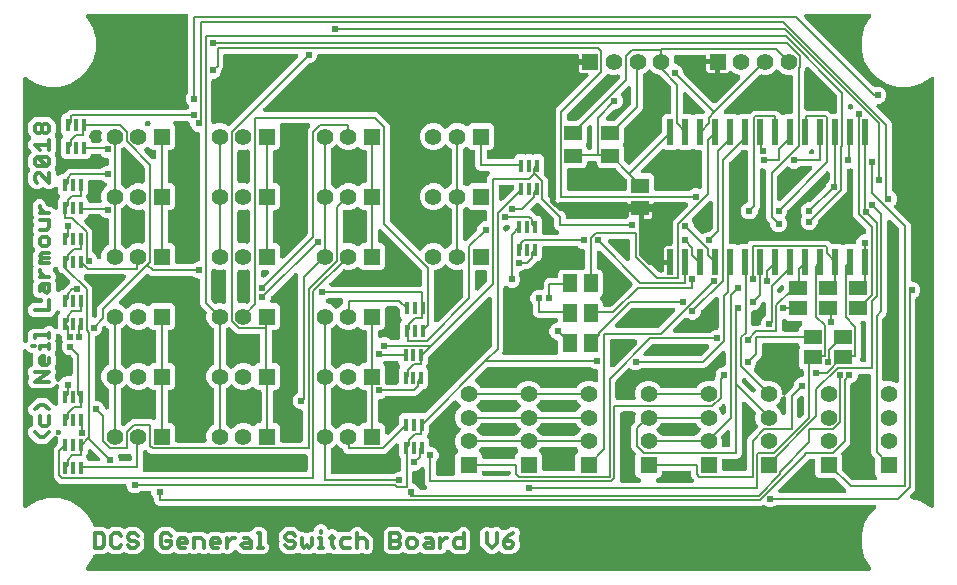
<source format=gbr>
G04 EAGLE Gerber RS-274X export*
G75*
%MOMM*%
%FSLAX34Y34*%
%LPD*%
%INTop Copper*%
%IPPOS*%
%AMOC8*
5,1,8,0,0,1.08239X$1,22.5*%
G01*
%ADD10C,0.304800*%
%ADD11R,0.600000X2.200000*%
%ADD12R,1.300000X1.500000*%
%ADD13R,1.500000X1.300000*%
%ADD14R,0.355600X1.117600*%
%ADD15C,1.422400*%
%ADD16R,1.422400X1.422400*%
%ADD17C,0.152400*%
%ADD18C,0.609600*%
%ADD19C,0.406400*%

G36*
X720391Y4066D02*
X720391Y4066D01*
X720400Y4065D01*
X720590Y4085D01*
X720782Y4105D01*
X720791Y4107D01*
X720800Y4108D01*
X720983Y4166D01*
X721167Y4223D01*
X721175Y4227D01*
X721184Y4230D01*
X721352Y4323D01*
X721521Y4415D01*
X721528Y4420D01*
X721536Y4425D01*
X721683Y4549D01*
X721831Y4672D01*
X721836Y4679D01*
X721843Y4685D01*
X721962Y4836D01*
X722083Y4986D01*
X722087Y4994D01*
X722093Y5001D01*
X722180Y5173D01*
X722268Y5343D01*
X722271Y5352D01*
X722275Y5360D01*
X722326Y5545D01*
X722380Y5730D01*
X722381Y5739D01*
X722383Y5748D01*
X722397Y5940D01*
X722413Y6132D01*
X722412Y6140D01*
X722412Y6149D01*
X722388Y6341D01*
X722366Y6531D01*
X722363Y6540D01*
X722362Y6549D01*
X722301Y6731D01*
X722241Y6914D01*
X722237Y6922D01*
X722234Y6930D01*
X722137Y7098D01*
X722043Y7265D01*
X722037Y7272D01*
X722033Y7279D01*
X721818Y7532D01*
X721341Y8009D01*
X716626Y16176D01*
X714185Y25285D01*
X714185Y34715D01*
X716626Y43824D01*
X721341Y51991D01*
X726056Y56706D01*
X726062Y56713D01*
X726069Y56718D01*
X726189Y56868D01*
X726311Y57017D01*
X726315Y57025D01*
X726321Y57032D01*
X726409Y57202D01*
X726500Y57373D01*
X726502Y57382D01*
X726506Y57389D01*
X726560Y57574D01*
X726615Y57759D01*
X726615Y57768D01*
X726618Y57776D01*
X726633Y57967D01*
X726651Y58160D01*
X726650Y58169D01*
X726651Y58178D01*
X726628Y58367D01*
X726608Y58560D01*
X726605Y58569D01*
X726604Y58577D01*
X726544Y58759D01*
X726486Y58944D01*
X726482Y58952D01*
X726479Y58960D01*
X726384Y59129D01*
X726291Y59296D01*
X726285Y59303D01*
X726281Y59311D01*
X726155Y59457D01*
X726031Y59603D01*
X726024Y59609D01*
X726018Y59616D01*
X725866Y59733D01*
X725715Y59853D01*
X725707Y59857D01*
X725700Y59862D01*
X725528Y59948D01*
X725356Y60035D01*
X725347Y60038D01*
X725339Y60042D01*
X725153Y60092D01*
X724968Y60143D01*
X724959Y60144D01*
X724950Y60146D01*
X724620Y60173D01*
X643074Y60173D01*
X643047Y60171D01*
X643020Y60173D01*
X642846Y60151D01*
X642673Y60133D01*
X642647Y60126D01*
X642621Y60122D01*
X642455Y60067D01*
X642288Y60015D01*
X642264Y60002D01*
X642239Y59994D01*
X642087Y59907D01*
X641934Y59823D01*
X641914Y59806D01*
X641890Y59793D01*
X641637Y59578D01*
X641029Y58970D01*
X640499Y58750D01*
X638415Y57887D01*
X635585Y57887D01*
X632971Y58970D01*
X632612Y59329D01*
X632595Y59343D01*
X632580Y59360D01*
X632440Y59470D01*
X632301Y59584D01*
X632281Y59594D01*
X632263Y59608D01*
X632104Y59689D01*
X631945Y59773D01*
X631924Y59779D01*
X631904Y59789D01*
X631731Y59836D01*
X631559Y59887D01*
X631537Y59889D01*
X631515Y59895D01*
X631338Y59907D01*
X631158Y59924D01*
X631136Y59921D01*
X631114Y59923D01*
X630937Y59900D01*
X630758Y59880D01*
X630737Y59874D01*
X630715Y59871D01*
X630399Y59769D01*
X628960Y59173D01*
X119040Y59173D01*
X117266Y59908D01*
X115908Y61266D01*
X115173Y63040D01*
X115173Y64926D01*
X115171Y64953D01*
X115173Y64980D01*
X115151Y65154D01*
X115133Y65327D01*
X115126Y65353D01*
X115122Y65379D01*
X115067Y65545D01*
X115015Y65712D01*
X115002Y65736D01*
X114994Y65761D01*
X114907Y65913D01*
X114823Y66066D01*
X114806Y66086D01*
X114793Y66110D01*
X114578Y66363D01*
X113970Y66971D01*
X112887Y69585D01*
X112887Y70142D01*
X112885Y70160D01*
X112887Y70178D01*
X112866Y70360D01*
X112847Y70543D01*
X112842Y70560D01*
X112840Y70577D01*
X112783Y70752D01*
X112729Y70928D01*
X112721Y70943D01*
X112715Y70960D01*
X112625Y71120D01*
X112537Y71282D01*
X112526Y71295D01*
X112517Y71311D01*
X112397Y71450D01*
X112280Y71591D01*
X112266Y71602D01*
X112254Y71616D01*
X112109Y71728D01*
X111966Y71843D01*
X111950Y71851D01*
X111936Y71862D01*
X111771Y71944D01*
X111609Y72029D01*
X111592Y72034D01*
X111576Y72042D01*
X111397Y72089D01*
X111222Y72140D01*
X111204Y72142D01*
X111187Y72146D01*
X110856Y72173D01*
X105074Y72173D01*
X105047Y72171D01*
X105020Y72173D01*
X104846Y72151D01*
X104673Y72133D01*
X104647Y72126D01*
X104621Y72122D01*
X104455Y72067D01*
X104288Y72015D01*
X104264Y72002D01*
X104239Y71994D01*
X104087Y71907D01*
X103934Y71823D01*
X103914Y71806D01*
X103890Y71793D01*
X103637Y71578D01*
X103029Y70970D01*
X102951Y70938D01*
X100415Y69887D01*
X97585Y69887D01*
X94971Y70970D01*
X92970Y72971D01*
X91887Y75585D01*
X91887Y76142D01*
X91885Y76160D01*
X91887Y76178D01*
X91866Y76360D01*
X91847Y76543D01*
X91842Y76560D01*
X91840Y76577D01*
X91783Y76752D01*
X91729Y76928D01*
X91721Y76943D01*
X91715Y76960D01*
X91625Y77120D01*
X91537Y77282D01*
X91526Y77295D01*
X91517Y77311D01*
X91397Y77450D01*
X91280Y77591D01*
X91266Y77602D01*
X91254Y77616D01*
X91109Y77728D01*
X90966Y77843D01*
X90950Y77851D01*
X90936Y77862D01*
X90771Y77944D01*
X90609Y78029D01*
X90592Y78034D01*
X90576Y78042D01*
X90397Y78089D01*
X90222Y78140D01*
X90204Y78142D01*
X90187Y78146D01*
X89856Y78173D01*
X36040Y78173D01*
X34266Y78908D01*
X30908Y82266D01*
X30173Y84040D01*
X30173Y106960D01*
X30908Y108734D01*
X33383Y111209D01*
X33400Y111230D01*
X33421Y111248D01*
X33528Y111385D01*
X33638Y111521D01*
X33651Y111545D01*
X33667Y111566D01*
X33745Y111723D01*
X33827Y111877D01*
X33835Y111902D01*
X33847Y111926D01*
X33892Y112095D01*
X33942Y112262D01*
X33944Y112289D01*
X33951Y112315D01*
X33978Y112646D01*
X33978Y116396D01*
X33977Y116404D01*
X33978Y116413D01*
X33957Y116605D01*
X33938Y116796D01*
X33936Y116805D01*
X33935Y116814D01*
X33877Y116996D01*
X33820Y117181D01*
X33816Y117189D01*
X33813Y117197D01*
X33720Y117366D01*
X33628Y117535D01*
X33623Y117542D01*
X33618Y117550D01*
X33494Y117697D01*
X33371Y117844D01*
X33364Y117850D01*
X33358Y117857D01*
X33207Y117976D01*
X33057Y118097D01*
X33049Y118101D01*
X33042Y118106D01*
X32869Y118194D01*
X32700Y118282D01*
X32691Y118285D01*
X32683Y118289D01*
X32497Y118341D01*
X32313Y118394D01*
X32304Y118394D01*
X32295Y118397D01*
X32102Y118411D01*
X31911Y118426D01*
X31903Y118425D01*
X31894Y118426D01*
X31701Y118402D01*
X31512Y118380D01*
X31503Y118377D01*
X31494Y118376D01*
X31311Y118314D01*
X31129Y118255D01*
X31121Y118250D01*
X31113Y118247D01*
X30946Y118151D01*
X30778Y118057D01*
X30771Y118051D01*
X30764Y118047D01*
X30511Y117832D01*
X27372Y114693D01*
X25514Y112835D01*
X23460Y111985D01*
X17169Y111985D01*
X15115Y112835D01*
X9476Y118475D01*
X8625Y120529D01*
X8625Y122753D01*
X9476Y124807D01*
X11048Y126379D01*
X11438Y126541D01*
X11458Y126551D01*
X11479Y126558D01*
X11636Y126646D01*
X11793Y126731D01*
X11810Y126745D01*
X11830Y126756D01*
X11966Y126873D01*
X12104Y126987D01*
X12118Y127004D01*
X12135Y127019D01*
X12244Y127160D01*
X12357Y127300D01*
X12368Y127320D01*
X12381Y127337D01*
X12461Y127498D01*
X12544Y127656D01*
X12551Y127678D01*
X12561Y127698D01*
X12607Y127871D01*
X12658Y128043D01*
X12659Y128065D01*
X12665Y128086D01*
X12692Y128417D01*
X12692Y134185D01*
X12690Y134207D01*
X12692Y134229D01*
X12670Y134407D01*
X12652Y134586D01*
X12646Y134607D01*
X12643Y134629D01*
X12587Y134799D01*
X12534Y134971D01*
X12524Y134990D01*
X12517Y135011D01*
X12428Y135167D01*
X12343Y135325D01*
X12328Y135342D01*
X12317Y135361D01*
X12199Y135496D01*
X12085Y135634D01*
X12067Y135648D01*
X12053Y135665D01*
X11911Y135774D01*
X11771Y135886D01*
X11751Y135896D01*
X11734Y135910D01*
X11438Y136062D01*
X11048Y136223D01*
X9476Y137796D01*
X8625Y139850D01*
X8625Y142073D01*
X9476Y144127D01*
X15115Y149767D01*
X16820Y150473D01*
X17169Y150618D01*
X23460Y150618D01*
X25514Y149767D01*
X27372Y147909D01*
X30661Y144620D01*
X30668Y144615D01*
X30673Y144608D01*
X30823Y144487D01*
X30972Y144365D01*
X30980Y144361D01*
X30987Y144355D01*
X31157Y144267D01*
X31328Y144177D01*
X31337Y144174D01*
X31344Y144170D01*
X31529Y144117D01*
X31714Y144062D01*
X31723Y144061D01*
X31731Y144059D01*
X31922Y144043D01*
X32115Y144025D01*
X32124Y144026D01*
X32133Y144026D01*
X32322Y144048D01*
X32515Y144069D01*
X32524Y144072D01*
X32532Y144073D01*
X32714Y144132D01*
X32899Y144190D01*
X32907Y144195D01*
X32915Y144197D01*
X33084Y144292D01*
X33251Y144385D01*
X33258Y144391D01*
X33266Y144395D01*
X33412Y144521D01*
X33558Y144646D01*
X33564Y144653D01*
X33571Y144658D01*
X33688Y144810D01*
X33808Y144962D01*
X33812Y144970D01*
X33817Y144977D01*
X33903Y145149D01*
X33990Y145320D01*
X33993Y145329D01*
X33997Y145337D01*
X34047Y145523D01*
X34098Y145708D01*
X34099Y145717D01*
X34101Y145726D01*
X34128Y146057D01*
X34128Y157624D01*
X34799Y159243D01*
X34807Y159269D01*
X34819Y159293D01*
X34865Y159461D01*
X34916Y159629D01*
X34918Y159655D01*
X34925Y159681D01*
X34937Y159856D01*
X34954Y160029D01*
X34951Y160056D01*
X34953Y160083D01*
X34930Y160256D01*
X34912Y160430D01*
X34904Y160455D01*
X34901Y160482D01*
X34799Y160798D01*
X34773Y160860D01*
X34769Y160868D01*
X34766Y160877D01*
X34674Y161045D01*
X34583Y161215D01*
X34577Y161222D01*
X34573Y161230D01*
X34451Y161376D01*
X34327Y161526D01*
X34320Y161531D01*
X34314Y161538D01*
X34162Y161659D01*
X34014Y161779D01*
X34006Y161784D01*
X33999Y161789D01*
X33826Y161878D01*
X33658Y161966D01*
X33649Y161969D01*
X33641Y161973D01*
X33455Y162026D01*
X33271Y162079D01*
X33262Y162080D01*
X33253Y162083D01*
X33061Y162098D01*
X32870Y162114D01*
X32861Y162113D01*
X32852Y162114D01*
X32660Y162090D01*
X32470Y162069D01*
X32461Y162066D01*
X32452Y162065D01*
X32269Y162004D01*
X32087Y161946D01*
X32079Y161941D01*
X32070Y161938D01*
X31903Y161843D01*
X31735Y161749D01*
X31728Y161743D01*
X31720Y161739D01*
X31576Y161613D01*
X31429Y161488D01*
X31424Y161480D01*
X31417Y161474D01*
X31324Y161353D01*
X29582Y159611D01*
X27528Y158761D01*
X14960Y158761D01*
X14928Y158757D01*
X14896Y158760D01*
X14566Y158722D01*
X14208Y158651D01*
X13857Y158721D01*
X13823Y158724D01*
X13790Y158733D01*
X13459Y158761D01*
X13102Y158761D01*
X12765Y158900D01*
X12734Y158910D01*
X12705Y158924D01*
X12386Y159015D01*
X12027Y159087D01*
X11731Y159286D01*
X11700Y159302D01*
X11673Y159323D01*
X11378Y159475D01*
X11376Y159476D01*
X11048Y159611D01*
X10790Y159870D01*
X10765Y159890D01*
X10743Y159915D01*
X10483Y160121D01*
X10180Y160324D01*
X9982Y160621D01*
X9960Y160648D01*
X9943Y160678D01*
X9728Y160931D01*
X9476Y161184D01*
X9336Y161521D01*
X9321Y161550D01*
X9310Y161580D01*
X9149Y161870D01*
X8947Y162174D01*
X8878Y162525D01*
X8868Y162557D01*
X8863Y162592D01*
X8762Y162908D01*
X8761Y162910D01*
X8625Y163238D01*
X8625Y163603D01*
X8622Y163635D01*
X8624Y163667D01*
X8586Y163997D01*
X8515Y164355D01*
X8585Y164705D01*
X8589Y164740D01*
X8598Y164773D01*
X8625Y165104D01*
X8625Y165461D01*
X8765Y165798D01*
X8767Y165806D01*
X8770Y165812D01*
X8777Y165835D01*
X8788Y165858D01*
X8880Y166177D01*
X8951Y166535D01*
X9150Y166832D01*
X9166Y166862D01*
X9187Y166890D01*
X9339Y167185D01*
X9527Y167639D01*
X9535Y167665D01*
X9547Y167689D01*
X9593Y167857D01*
X9644Y168025D01*
X9646Y168051D01*
X9653Y168077D01*
X9665Y168252D01*
X9682Y168426D01*
X9679Y168452D01*
X9681Y168479D01*
X9658Y168653D01*
X9640Y168826D01*
X9632Y168852D01*
X9629Y168878D01*
X9527Y169194D01*
X8625Y171372D01*
X8625Y173596D01*
X9476Y175650D01*
X11048Y177222D01*
X11438Y177384D01*
X11458Y177394D01*
X11479Y177401D01*
X11636Y177490D01*
X11793Y177574D01*
X11810Y177588D01*
X11830Y177599D01*
X11966Y177717D01*
X12104Y177831D01*
X12118Y177848D01*
X12135Y177862D01*
X12244Y178004D01*
X12357Y178143D01*
X12368Y178163D01*
X12381Y178181D01*
X12461Y178341D01*
X12544Y178500D01*
X12551Y178521D01*
X12561Y178541D01*
X12607Y178714D01*
X12658Y178886D01*
X12659Y178908D01*
X12665Y178930D01*
X12692Y179261D01*
X12692Y185595D01*
X12881Y186051D01*
X12885Y186064D01*
X12891Y186076D01*
X12944Y186257D01*
X12998Y186437D01*
X12999Y186450D01*
X13003Y186463D01*
X13018Y186651D01*
X13036Y186837D01*
X13035Y186851D01*
X13036Y186864D01*
X13014Y187051D01*
X12994Y187238D01*
X12990Y187251D01*
X12989Y187264D01*
X12930Y187443D01*
X12875Y187622D01*
X12868Y187634D01*
X12864Y187647D01*
X12771Y187811D01*
X12681Y187975D01*
X12673Y187986D01*
X12666Y187997D01*
X12544Y188138D01*
X12422Y188284D01*
X12412Y188292D01*
X12403Y188302D01*
X12255Y188417D01*
X12107Y188535D01*
X12095Y188541D01*
X12085Y188549D01*
X11917Y188633D01*
X11749Y188719D01*
X11736Y188722D01*
X11724Y188728D01*
X11542Y188777D01*
X11362Y188828D01*
X11348Y188829D01*
X11335Y188833D01*
X11084Y188853D01*
X9014Y189711D01*
X7532Y191192D01*
X7525Y191198D01*
X7520Y191205D01*
X7370Y191325D01*
X7221Y191448D01*
X7213Y191452D01*
X7206Y191457D01*
X7036Y191546D01*
X6865Y191636D01*
X6856Y191639D01*
X6849Y191643D01*
X6664Y191696D01*
X6479Y191751D01*
X6470Y191752D01*
X6462Y191754D01*
X6271Y191770D01*
X6078Y191787D01*
X6069Y191786D01*
X6060Y191787D01*
X5871Y191765D01*
X5678Y191744D01*
X5669Y191741D01*
X5661Y191740D01*
X5479Y191681D01*
X5294Y191622D01*
X5286Y191618D01*
X5278Y191615D01*
X5111Y191521D01*
X4942Y191428D01*
X4935Y191422D01*
X4927Y191417D01*
X4782Y191292D01*
X4635Y191167D01*
X4629Y191160D01*
X4622Y191154D01*
X4506Y191004D01*
X4385Y190851D01*
X4381Y190843D01*
X4376Y190836D01*
X4290Y190665D01*
X4203Y190492D01*
X4200Y190484D01*
X4196Y190476D01*
X4146Y190290D01*
X4095Y190104D01*
X4094Y190095D01*
X4092Y190087D01*
X4065Y189756D01*
X4065Y59618D01*
X4066Y59609D01*
X4065Y59600D01*
X4085Y59410D01*
X4105Y59218D01*
X4107Y59209D01*
X4108Y59200D01*
X4167Y59015D01*
X4223Y58833D01*
X4227Y58825D01*
X4230Y58816D01*
X4323Y58648D01*
X4415Y58479D01*
X4420Y58472D01*
X4425Y58464D01*
X4549Y58317D01*
X4672Y58169D01*
X4679Y58164D01*
X4685Y58157D01*
X4836Y58038D01*
X4986Y57917D01*
X4994Y57913D01*
X5001Y57907D01*
X5173Y57820D01*
X5343Y57732D01*
X5352Y57729D01*
X5360Y57725D01*
X5545Y57674D01*
X5730Y57620D01*
X5739Y57619D01*
X5748Y57617D01*
X5940Y57603D01*
X6132Y57587D01*
X6140Y57588D01*
X6149Y57588D01*
X6341Y57612D01*
X6531Y57634D01*
X6540Y57637D01*
X6549Y57638D01*
X6731Y57699D01*
X6914Y57759D01*
X6922Y57763D01*
X6930Y57766D01*
X7098Y57863D01*
X7265Y57957D01*
X7272Y57963D01*
X7279Y57967D01*
X7532Y58182D01*
X8009Y58659D01*
X16176Y63374D01*
X25285Y65815D01*
X34715Y65815D01*
X43824Y63374D01*
X51991Y58659D01*
X58659Y51991D01*
X63374Y43824D01*
X63583Y43046D01*
X63637Y42901D01*
X63685Y42753D01*
X63708Y42713D01*
X63725Y42669D01*
X63807Y42538D01*
X63883Y42403D01*
X63914Y42367D01*
X63939Y42328D01*
X64045Y42215D01*
X64146Y42098D01*
X64183Y42069D01*
X64215Y42035D01*
X64342Y41946D01*
X64465Y41851D01*
X64506Y41830D01*
X64544Y41803D01*
X64686Y41741D01*
X64825Y41672D01*
X64870Y41660D01*
X64913Y41641D01*
X65064Y41608D01*
X65214Y41567D01*
X65266Y41563D01*
X65306Y41554D01*
X65392Y41553D01*
X65545Y41540D01*
X72237Y41540D01*
X74217Y40720D01*
X74291Y40689D01*
X74671Y40309D01*
X74685Y40297D01*
X74697Y40284D01*
X74841Y40170D01*
X74983Y40054D01*
X74999Y40045D01*
X75013Y40034D01*
X75176Y39951D01*
X75339Y39865D01*
X75356Y39860D01*
X75372Y39852D01*
X75548Y39803D01*
X75725Y39750D01*
X75742Y39749D01*
X75760Y39744D01*
X75942Y39730D01*
X76126Y39714D01*
X76143Y39716D01*
X76161Y39714D01*
X76343Y39737D01*
X76526Y39757D01*
X76543Y39763D01*
X76561Y39765D01*
X76735Y39823D01*
X76910Y39879D01*
X76925Y39887D01*
X76942Y39893D01*
X77102Y39985D01*
X77262Y40074D01*
X77276Y40085D01*
X77291Y40094D01*
X77544Y40309D01*
X77925Y40689D01*
X79979Y41540D01*
X86270Y41540D01*
X88249Y40720D01*
X88250Y40720D01*
X88324Y40689D01*
X88704Y40309D01*
X88718Y40297D01*
X88730Y40284D01*
X88873Y40170D01*
X89016Y40054D01*
X89032Y40045D01*
X89046Y40034D01*
X89209Y39951D01*
X89371Y39865D01*
X89389Y39860D01*
X89405Y39852D01*
X89581Y39803D01*
X89757Y39750D01*
X89775Y39749D01*
X89792Y39744D01*
X89975Y39730D01*
X90158Y39714D01*
X90176Y39716D01*
X90194Y39714D01*
X90376Y39737D01*
X90559Y39757D01*
X90576Y39763D01*
X90593Y39765D01*
X90767Y39823D01*
X90942Y39879D01*
X90958Y39887D01*
X90975Y39893D01*
X91135Y39985D01*
X91295Y40074D01*
X91308Y40085D01*
X91324Y40094D01*
X91577Y40309D01*
X91958Y40689D01*
X94012Y41540D01*
X100302Y41540D01*
X102282Y40720D01*
X102357Y40689D01*
X104192Y38854D01*
X105962Y37083D01*
X106813Y35029D01*
X106813Y32806D01*
X106332Y31644D01*
X106324Y31619D01*
X106312Y31595D01*
X106266Y31426D01*
X106216Y31259D01*
X106213Y31232D01*
X106206Y31206D01*
X106194Y31032D01*
X106177Y30858D01*
X106180Y30832D01*
X106178Y30805D01*
X106201Y30631D01*
X106219Y30458D01*
X106227Y30432D01*
X106231Y30406D01*
X106332Y30090D01*
X106501Y29682D01*
X106813Y28928D01*
X106813Y24671D01*
X106474Y23851D01*
X105962Y22617D01*
X104105Y20759D01*
X102357Y19011D01*
X102282Y18980D01*
X100302Y18160D01*
X94012Y18160D01*
X91958Y19011D01*
X91577Y19392D01*
X91563Y19403D01*
X91552Y19417D01*
X91408Y19530D01*
X91265Y19647D01*
X91250Y19655D01*
X91236Y19666D01*
X91071Y19750D01*
X90910Y19835D01*
X90893Y19840D01*
X90877Y19849D01*
X90700Y19898D01*
X90524Y19950D01*
X90506Y19952D01*
X90489Y19957D01*
X90306Y19970D01*
X90123Y19987D01*
X90105Y19985D01*
X90087Y19986D01*
X89906Y19963D01*
X89723Y19943D01*
X89705Y19938D01*
X89688Y19935D01*
X89514Y19877D01*
X89339Y19822D01*
X89323Y19813D01*
X89306Y19807D01*
X89147Y19715D01*
X88986Y19627D01*
X88973Y19615D01*
X88957Y19606D01*
X88704Y19392D01*
X88324Y19011D01*
X88183Y18953D01*
X86270Y18160D01*
X79979Y18160D01*
X77925Y19011D01*
X77544Y19392D01*
X77530Y19403D01*
X77519Y19417D01*
X77375Y19530D01*
X77233Y19647D01*
X77217Y19655D01*
X77203Y19666D01*
X77039Y19750D01*
X76877Y19835D01*
X76860Y19840D01*
X76844Y19849D01*
X76667Y19898D01*
X76491Y19950D01*
X76473Y19952D01*
X76456Y19957D01*
X76273Y19970D01*
X76090Y19987D01*
X76072Y19985D01*
X76054Y19986D01*
X75873Y19963D01*
X75690Y19943D01*
X75673Y19938D01*
X75655Y19935D01*
X75482Y19877D01*
X75306Y19822D01*
X75290Y19813D01*
X75273Y19807D01*
X75114Y19715D01*
X74954Y19627D01*
X74940Y19615D01*
X74924Y19606D01*
X74671Y19392D01*
X74291Y19011D01*
X74151Y18953D01*
X72237Y18160D01*
X65464Y18160D01*
X65310Y18145D01*
X65155Y18137D01*
X65110Y18125D01*
X65064Y18120D01*
X64915Y18075D01*
X64765Y18036D01*
X64723Y18016D01*
X64679Y18002D01*
X64542Y17928D01*
X64403Y17861D01*
X64366Y17833D01*
X64325Y17810D01*
X64206Y17711D01*
X64082Y17617D01*
X64051Y17582D01*
X64016Y17553D01*
X63918Y17432D01*
X63816Y17316D01*
X63792Y17275D01*
X63763Y17239D01*
X63692Y17101D01*
X63614Y16967D01*
X63596Y16918D01*
X63578Y16882D01*
X63554Y16799D01*
X63502Y16655D01*
X63374Y16176D01*
X58659Y8009D01*
X58182Y7532D01*
X58176Y7525D01*
X58169Y7520D01*
X58050Y7371D01*
X57927Y7221D01*
X57923Y7213D01*
X57917Y7206D01*
X57829Y7037D01*
X57738Y6865D01*
X57736Y6856D01*
X57732Y6849D01*
X57679Y6665D01*
X57623Y6479D01*
X57623Y6470D01*
X57620Y6462D01*
X57605Y6271D01*
X57587Y6078D01*
X57588Y6069D01*
X57587Y6060D01*
X57610Y5871D01*
X57630Y5678D01*
X57633Y5669D01*
X57634Y5661D01*
X57694Y5478D01*
X57752Y5294D01*
X57756Y5286D01*
X57759Y5278D01*
X57854Y5109D01*
X57947Y4942D01*
X57953Y4935D01*
X57957Y4927D01*
X58083Y4782D01*
X58207Y4635D01*
X58214Y4629D01*
X58220Y4622D01*
X58372Y4505D01*
X58523Y4385D01*
X58531Y4381D01*
X58538Y4376D01*
X58712Y4289D01*
X58882Y4203D01*
X58891Y4200D01*
X58899Y4196D01*
X59087Y4146D01*
X59270Y4095D01*
X59279Y4094D01*
X59288Y4092D01*
X59618Y4065D01*
X720382Y4065D01*
X720391Y4066D01*
G37*
G36*
X340383Y275317D02*
X340383Y275317D01*
X340396Y275316D01*
X340581Y275339D01*
X340770Y275359D01*
X340783Y275363D01*
X340796Y275365D01*
X340974Y275424D01*
X341154Y275480D01*
X341166Y275487D01*
X341178Y275491D01*
X341342Y275585D01*
X341506Y275675D01*
X341516Y275684D01*
X341528Y275691D01*
X341670Y275814D01*
X341813Y275936D01*
X341822Y275946D01*
X341832Y275955D01*
X341946Y276104D01*
X342063Y276252D01*
X342069Y276264D01*
X342077Y276274D01*
X342229Y276569D01*
X342275Y276681D01*
X345419Y279825D01*
X349527Y281527D01*
X353973Y281527D01*
X358081Y279825D01*
X360314Y277593D01*
X360327Y277581D01*
X360339Y277568D01*
X360483Y277454D01*
X360625Y277338D01*
X360641Y277329D01*
X360655Y277318D01*
X360819Y277235D01*
X360981Y277149D01*
X360998Y277144D01*
X361014Y277136D01*
X361191Y277086D01*
X361367Y277034D01*
X361385Y277033D01*
X361402Y277028D01*
X361585Y277014D01*
X361768Y276998D01*
X361786Y277000D01*
X361803Y276998D01*
X361985Y277021D01*
X362168Y277041D01*
X362185Y277047D01*
X362203Y277049D01*
X362376Y277107D01*
X362552Y277163D01*
X362568Y277171D01*
X362584Y277177D01*
X362744Y277269D01*
X362904Y277357D01*
X362918Y277369D01*
X362933Y277378D01*
X363186Y277593D01*
X365419Y279825D01*
X365919Y280032D01*
X365939Y280043D01*
X365960Y280050D01*
X366116Y280138D01*
X366274Y280223D01*
X366291Y280237D01*
X366311Y280248D01*
X366446Y280365D01*
X366585Y280479D01*
X366599Y280496D01*
X366616Y280511D01*
X366725Y280652D01*
X366838Y280792D01*
X366849Y280811D01*
X366862Y280829D01*
X366942Y280990D01*
X367025Y281148D01*
X367032Y281170D01*
X367042Y281190D01*
X367088Y281363D01*
X367138Y281535D01*
X367140Y281557D01*
X367146Y281578D01*
X367173Y281909D01*
X367173Y309591D01*
X367171Y309613D01*
X367173Y309635D01*
X367151Y309813D01*
X367133Y309992D01*
X367127Y310013D01*
X367124Y310035D01*
X367068Y310205D01*
X367015Y310376D01*
X367005Y310396D01*
X366998Y310417D01*
X366909Y310573D01*
X366823Y310730D01*
X366809Y310748D01*
X366798Y310767D01*
X366681Y310902D01*
X366566Y311040D01*
X366548Y311054D01*
X366534Y311071D01*
X366392Y311180D01*
X366252Y311292D01*
X366232Y311302D01*
X366214Y311316D01*
X365919Y311468D01*
X365419Y311675D01*
X363186Y313907D01*
X363172Y313919D01*
X363161Y313932D01*
X363017Y314046D01*
X362875Y314162D01*
X362859Y314171D01*
X362845Y314182D01*
X362681Y314265D01*
X362519Y314351D01*
X362502Y314356D01*
X362486Y314364D01*
X362309Y314414D01*
X362133Y314466D01*
X362115Y314467D01*
X362098Y314472D01*
X361915Y314486D01*
X361732Y314502D01*
X361714Y314500D01*
X361697Y314502D01*
X361515Y314479D01*
X361332Y314459D01*
X361315Y314453D01*
X361297Y314451D01*
X361123Y314393D01*
X360948Y314337D01*
X360932Y314329D01*
X360916Y314323D01*
X360757Y314231D01*
X360596Y314143D01*
X360582Y314131D01*
X360567Y314122D01*
X360314Y313907D01*
X358081Y311675D01*
X353973Y309973D01*
X349527Y309973D01*
X345419Y311675D01*
X342275Y314819D01*
X340573Y318927D01*
X340573Y323373D01*
X342275Y327481D01*
X345419Y330625D01*
X346937Y331254D01*
X349527Y332327D01*
X353973Y332327D01*
X358081Y330625D01*
X360314Y328393D01*
X360327Y328381D01*
X360339Y328368D01*
X360483Y328254D01*
X360625Y328138D01*
X360641Y328129D01*
X360655Y328118D01*
X360819Y328035D01*
X360981Y327949D01*
X360998Y327944D01*
X361014Y327936D01*
X361191Y327886D01*
X361367Y327834D01*
X361385Y327833D01*
X361402Y327828D01*
X361585Y327814D01*
X361768Y327798D01*
X361786Y327800D01*
X361803Y327798D01*
X361985Y327821D01*
X362168Y327841D01*
X362185Y327847D01*
X362203Y327849D01*
X362376Y327907D01*
X362552Y327963D01*
X362568Y327971D01*
X362584Y327977D01*
X362744Y328069D01*
X362904Y328157D01*
X362918Y328169D01*
X362933Y328178D01*
X363186Y328393D01*
X365419Y330625D01*
X365919Y330832D01*
X365939Y330843D01*
X365960Y330850D01*
X366116Y330938D01*
X366274Y331023D01*
X366291Y331037D01*
X366311Y331048D01*
X366446Y331165D01*
X366585Y331279D01*
X366599Y331296D01*
X366616Y331311D01*
X366725Y331452D01*
X366838Y331592D01*
X366849Y331611D01*
X366862Y331629D01*
X366942Y331790D01*
X367025Y331948D01*
X367032Y331970D01*
X367042Y331990D01*
X367088Y332163D01*
X367138Y332335D01*
X367140Y332357D01*
X367146Y332378D01*
X367173Y332709D01*
X367173Y360391D01*
X367171Y360413D01*
X367173Y360435D01*
X367151Y360613D01*
X367133Y360792D01*
X367127Y360813D01*
X367124Y360835D01*
X367068Y361005D01*
X367015Y361176D01*
X367005Y361196D01*
X366998Y361217D01*
X366909Y361373D01*
X366823Y361530D01*
X366809Y361548D01*
X366798Y361567D01*
X366681Y361702D01*
X366566Y361840D01*
X366548Y361854D01*
X366534Y361871D01*
X366392Y361980D01*
X366252Y362092D01*
X366232Y362102D01*
X366214Y362116D01*
X365919Y362268D01*
X365419Y362475D01*
X363186Y364707D01*
X363172Y364719D01*
X363161Y364732D01*
X363017Y364846D01*
X362875Y364962D01*
X362859Y364971D01*
X362845Y364982D01*
X362681Y365065D01*
X362519Y365151D01*
X362502Y365156D01*
X362486Y365164D01*
X362309Y365214D01*
X362133Y365266D01*
X362115Y365267D01*
X362098Y365272D01*
X361915Y365286D01*
X361732Y365302D01*
X361714Y365300D01*
X361697Y365302D01*
X361515Y365279D01*
X361332Y365259D01*
X361315Y365253D01*
X361297Y365251D01*
X361123Y365193D01*
X360948Y365137D01*
X360932Y365129D01*
X360916Y365123D01*
X360757Y365031D01*
X360596Y364943D01*
X360582Y364931D01*
X360567Y364922D01*
X360314Y364707D01*
X358081Y362475D01*
X355502Y361407D01*
X353973Y360773D01*
X349527Y360773D01*
X345419Y362475D01*
X342275Y365619D01*
X340573Y369727D01*
X340573Y374173D01*
X342275Y378281D01*
X345419Y381425D01*
X349527Y383127D01*
X353973Y383127D01*
X358081Y381425D01*
X360314Y379193D01*
X360327Y379181D01*
X360339Y379168D01*
X360483Y379054D01*
X360625Y378938D01*
X360641Y378929D01*
X360655Y378918D01*
X360819Y378835D01*
X360981Y378749D01*
X360998Y378744D01*
X361014Y378736D01*
X361191Y378686D01*
X361367Y378634D01*
X361385Y378633D01*
X361402Y378628D01*
X361585Y378614D01*
X361768Y378598D01*
X361786Y378600D01*
X361803Y378598D01*
X361985Y378621D01*
X362168Y378641D01*
X362185Y378647D01*
X362203Y378649D01*
X362376Y378707D01*
X362552Y378763D01*
X362568Y378771D01*
X362584Y378777D01*
X362744Y378869D01*
X362904Y378957D01*
X362918Y378969D01*
X362933Y378978D01*
X363186Y379193D01*
X365419Y381425D01*
X369527Y383127D01*
X373973Y383127D01*
X378081Y381425D01*
X378231Y381276D01*
X378244Y381264D01*
X378256Y381251D01*
X378400Y381137D01*
X378542Y381021D01*
X378558Y381012D01*
X378572Y381001D01*
X378735Y380918D01*
X378898Y380832D01*
X378915Y380827D01*
X378931Y380819D01*
X379108Y380770D01*
X379284Y380717D01*
X379301Y380716D01*
X379319Y380711D01*
X379502Y380697D01*
X379685Y380681D01*
X379702Y380683D01*
X379720Y380681D01*
X379903Y380704D01*
X380085Y380724D01*
X380102Y380730D01*
X380120Y380732D01*
X380295Y380791D01*
X380469Y380846D01*
X380484Y380854D01*
X380501Y380860D01*
X380660Y380952D01*
X380821Y381040D01*
X380835Y381052D01*
X380850Y381061D01*
X381103Y381276D01*
X382335Y382508D01*
X383829Y383127D01*
X399671Y383127D01*
X401164Y382508D01*
X402308Y381364D01*
X402927Y379871D01*
X402927Y364029D01*
X402308Y362536D01*
X401164Y361392D01*
X399671Y360773D01*
X398858Y360773D01*
X398840Y360771D01*
X398822Y360773D01*
X398640Y360752D01*
X398457Y360733D01*
X398440Y360728D01*
X398423Y360726D01*
X398248Y360669D01*
X398072Y360615D01*
X398057Y360607D01*
X398040Y360601D01*
X397880Y360511D01*
X397718Y360423D01*
X397705Y360412D01*
X397689Y360403D01*
X397550Y360283D01*
X397409Y360166D01*
X397398Y360152D01*
X397384Y360140D01*
X397272Y359995D01*
X397157Y359852D01*
X397149Y359836D01*
X397138Y359822D01*
X397056Y359657D01*
X396971Y359495D01*
X396966Y359478D01*
X396958Y359462D01*
X396911Y359283D01*
X396860Y359108D01*
X396858Y359090D01*
X396854Y359073D01*
X396827Y358742D01*
X396827Y354858D01*
X396829Y354840D01*
X396827Y354822D01*
X396848Y354640D01*
X396867Y354457D01*
X396872Y354440D01*
X396874Y354423D01*
X396931Y354248D01*
X396985Y354072D01*
X396993Y354057D01*
X396999Y354040D01*
X397089Y353880D01*
X397177Y353718D01*
X397188Y353705D01*
X397197Y353689D01*
X397317Y353550D01*
X397434Y353409D01*
X397448Y353398D01*
X397460Y353384D01*
X397605Y353272D01*
X397748Y353157D01*
X397764Y353149D01*
X397778Y353138D01*
X397943Y353056D01*
X398105Y352971D01*
X398122Y352966D01*
X398138Y352958D01*
X398317Y352911D01*
X398492Y352860D01*
X398510Y352858D01*
X398527Y352854D01*
X398858Y352827D01*
X418587Y352827D01*
X418609Y352829D01*
X418631Y352827D01*
X418809Y352849D01*
X418987Y352867D01*
X419009Y352873D01*
X419031Y352876D01*
X419200Y352932D01*
X419372Y352985D01*
X419392Y352995D01*
X419413Y353002D01*
X419568Y353091D01*
X419726Y353177D01*
X419743Y353191D01*
X419763Y353202D01*
X419898Y353320D01*
X420036Y353434D01*
X420049Y353452D01*
X420066Y353466D01*
X420176Y353608D01*
X420288Y353748D01*
X420298Y353768D01*
X420312Y353786D01*
X420463Y354081D01*
X420872Y355067D01*
X422016Y356211D01*
X423509Y356830D01*
X428692Y356830D01*
X428839Y356789D01*
X429006Y356739D01*
X429033Y356736D01*
X429059Y356729D01*
X429233Y356717D01*
X429407Y356701D01*
X429434Y356704D01*
X429460Y356702D01*
X429634Y356724D01*
X429807Y356742D01*
X429833Y356750D01*
X429860Y356754D01*
X430096Y356830D01*
X435296Y356830D01*
X435443Y356789D01*
X435610Y356739D01*
X435637Y356736D01*
X435663Y356729D01*
X435837Y356717D01*
X436011Y356701D01*
X436038Y356704D01*
X436064Y356702D01*
X436238Y356724D01*
X436411Y356742D01*
X436437Y356750D01*
X436464Y356754D01*
X436700Y356830D01*
X441891Y356830D01*
X443384Y356211D01*
X444528Y355067D01*
X445147Y353574D01*
X445147Y340521D01*
X445149Y340494D01*
X445147Y340467D01*
X445169Y340293D01*
X445187Y340120D01*
X445194Y340095D01*
X445198Y340068D01*
X445254Y339902D01*
X445305Y339735D01*
X445318Y339712D01*
X445326Y339686D01*
X445413Y339535D01*
X445497Y339381D01*
X445514Y339361D01*
X445527Y339337D01*
X445742Y339084D01*
X448092Y336734D01*
X448827Y334960D01*
X448827Y321841D01*
X448829Y321814D01*
X448827Y321787D01*
X448849Y321613D01*
X448867Y321440D01*
X448874Y321415D01*
X448878Y321388D01*
X448934Y321222D01*
X448985Y321055D01*
X448997Y321032D01*
X449006Y321006D01*
X449093Y320855D01*
X449177Y320701D01*
X449194Y320681D01*
X449207Y320657D01*
X449422Y320404D01*
X451762Y318064D01*
X451765Y318061D01*
X451768Y318058D01*
X451923Y317932D01*
X452073Y317809D01*
X452077Y317807D01*
X452081Y317804D01*
X452259Y317711D01*
X452429Y317621D01*
X452433Y317619D01*
X452437Y317617D01*
X452627Y317562D01*
X452815Y317506D01*
X452819Y317505D01*
X452824Y317504D01*
X453016Y317487D01*
X453216Y317469D01*
X453220Y317470D01*
X453225Y317469D01*
X453416Y317491D01*
X453616Y317513D01*
X453621Y317514D01*
X453625Y317515D01*
X453808Y317574D01*
X454000Y317634D01*
X454004Y317637D01*
X454008Y317638D01*
X454181Y317734D01*
X454352Y317829D01*
X454356Y317832D01*
X454360Y317834D01*
X454509Y317962D01*
X454659Y318090D01*
X454662Y318093D01*
X454666Y318096D01*
X454785Y318249D01*
X454909Y318406D01*
X454911Y318410D01*
X454914Y318413D01*
X455001Y318587D01*
X455091Y318764D01*
X455093Y318769D01*
X455095Y318773D01*
X455145Y318956D01*
X455199Y319152D01*
X455200Y319157D01*
X455201Y319161D01*
X455214Y319354D01*
X455229Y319554D01*
X455228Y319558D01*
X455228Y319563D01*
X455204Y319750D01*
X455178Y319953D01*
X455177Y319958D01*
X455176Y319962D01*
X455173Y319971D01*
X455173Y393960D01*
X455908Y395734D01*
X482504Y422330D01*
X482509Y422337D01*
X482516Y422342D01*
X482637Y422492D01*
X482759Y422641D01*
X482763Y422649D01*
X482769Y422656D01*
X482857Y422827D01*
X482947Y422997D01*
X482950Y423005D01*
X482954Y423013D01*
X483007Y423199D01*
X483062Y423383D01*
X483063Y423392D01*
X483065Y423400D01*
X483081Y423592D01*
X483099Y423784D01*
X483098Y423793D01*
X483098Y423802D01*
X483076Y423990D01*
X483055Y424184D01*
X483052Y424193D01*
X483051Y424201D01*
X482992Y424383D01*
X482934Y424568D01*
X482929Y424576D01*
X482927Y424584D01*
X482832Y424752D01*
X482739Y424920D01*
X482733Y424927D01*
X482729Y424935D01*
X482603Y425081D01*
X482478Y425227D01*
X482471Y425233D01*
X482466Y425240D01*
X482314Y425357D01*
X482162Y425477D01*
X482154Y425481D01*
X482147Y425486D01*
X481975Y425572D01*
X481803Y425659D01*
X481795Y425662D01*
X481787Y425666D01*
X481600Y425716D01*
X481416Y425767D01*
X481407Y425768D01*
X481398Y425770D01*
X481067Y425797D01*
X477103Y425797D01*
X476457Y425970D01*
X475878Y426305D01*
X475405Y426778D01*
X475070Y427357D01*
X474897Y428003D01*
X474897Y433419D01*
X484550Y433419D01*
X484567Y433420D01*
X484585Y433419D01*
X484768Y433440D01*
X484950Y433458D01*
X484967Y433464D01*
X484985Y433466D01*
X485160Y433523D01*
X485335Y433577D01*
X485351Y433585D01*
X485368Y433591D01*
X485528Y433681D01*
X485689Y433768D01*
X485703Y433780D01*
X485718Y433789D01*
X485858Y433909D01*
X485998Y434026D01*
X486010Y434040D01*
X486023Y434052D01*
X486135Y434196D01*
X486251Y434340D01*
X486259Y434356D01*
X486270Y434370D01*
X486352Y434535D01*
X486436Y434697D01*
X486441Y434714D01*
X486449Y434730D01*
X486497Y434908D01*
X486548Y435084D01*
X486549Y435102D01*
X486554Y435119D01*
X486581Y435450D01*
X486579Y435468D01*
X486581Y435485D01*
X486581Y435486D01*
X486559Y435668D01*
X486541Y435851D01*
X486536Y435868D01*
X486534Y435886D01*
X486477Y436060D01*
X486423Y436236D01*
X486414Y436251D01*
X486409Y436268D01*
X486318Y436429D01*
X486231Y436590D01*
X486220Y436603D01*
X486211Y436619D01*
X486091Y436758D01*
X485973Y436899D01*
X485959Y436910D01*
X485948Y436924D01*
X485803Y437036D01*
X485660Y437151D01*
X485644Y437160D01*
X485630Y437170D01*
X485465Y437252D01*
X485302Y437337D01*
X485285Y437342D01*
X485269Y437350D01*
X485091Y437398D01*
X484915Y437448D01*
X484898Y437450D01*
X484880Y437454D01*
X484550Y437481D01*
X474897Y437481D01*
X474897Y440142D01*
X474895Y440160D01*
X474897Y440178D01*
X474876Y440360D01*
X474857Y440543D01*
X474852Y440560D01*
X474850Y440577D01*
X474793Y440752D01*
X474739Y440928D01*
X474731Y440943D01*
X474725Y440960D01*
X474635Y441120D01*
X474547Y441282D01*
X474536Y441295D01*
X474527Y441311D01*
X474407Y441450D01*
X474290Y441591D01*
X474276Y441602D01*
X474264Y441616D01*
X474119Y441728D01*
X473976Y441843D01*
X473960Y441851D01*
X473946Y441862D01*
X473781Y441944D01*
X473619Y442029D01*
X473602Y442034D01*
X473586Y442042D01*
X473407Y442089D01*
X473232Y442140D01*
X473214Y442142D01*
X473197Y442146D01*
X472866Y442173D01*
X255144Y442173D01*
X255126Y442171D01*
X255108Y442173D01*
X254926Y442152D01*
X254743Y442133D01*
X254726Y442128D01*
X254709Y442126D01*
X254534Y442069D01*
X254358Y442015D01*
X254343Y442007D01*
X254326Y442001D01*
X254166Y441911D01*
X254004Y441823D01*
X253991Y441812D01*
X253975Y441803D01*
X253836Y441683D01*
X253695Y441566D01*
X253684Y441552D01*
X253670Y441540D01*
X253558Y441395D01*
X253443Y441252D01*
X253435Y441236D01*
X253424Y441222D01*
X253342Y441057D01*
X253257Y440895D01*
X253252Y440878D01*
X253244Y440862D01*
X253197Y440683D01*
X253146Y440508D01*
X253144Y440490D01*
X253140Y440473D01*
X253113Y440142D01*
X253113Y439585D01*
X252030Y436971D01*
X250029Y434970D01*
X247415Y433887D01*
X246555Y433887D01*
X246528Y433885D01*
X246501Y433887D01*
X246327Y433865D01*
X246154Y433847D01*
X246129Y433840D01*
X246102Y433836D01*
X245936Y433781D01*
X245769Y433729D01*
X245746Y433716D01*
X245720Y433708D01*
X245569Y433621D01*
X245415Y433537D01*
X245395Y433520D01*
X245371Y433507D01*
X245118Y433292D01*
X208120Y396294D01*
X208115Y396287D01*
X208108Y396282D01*
X207987Y396131D01*
X207865Y395983D01*
X207861Y395975D01*
X207855Y395968D01*
X207767Y395797D01*
X207677Y395627D01*
X207674Y395619D01*
X207670Y395611D01*
X207616Y395423D01*
X207562Y395241D01*
X207561Y395232D01*
X207559Y395224D01*
X207543Y395032D01*
X207525Y394840D01*
X207526Y394831D01*
X207526Y394822D01*
X207548Y394633D01*
X207569Y394440D01*
X207572Y394431D01*
X207573Y394423D01*
X207633Y394238D01*
X207690Y394056D01*
X207695Y394048D01*
X207697Y394040D01*
X207792Y393871D01*
X207885Y393704D01*
X207891Y393697D01*
X207895Y393689D01*
X208021Y393543D01*
X208146Y393397D01*
X208153Y393391D01*
X208158Y393384D01*
X208310Y393267D01*
X208462Y393147D01*
X208470Y393143D01*
X208477Y393138D01*
X208649Y393052D01*
X208821Y392965D01*
X208829Y392962D01*
X208837Y392958D01*
X209024Y392908D01*
X209208Y392857D01*
X209217Y392856D01*
X209226Y392854D01*
X209557Y392827D01*
X302960Y392827D01*
X304734Y392092D01*
X314092Y382734D01*
X314827Y380960D01*
X314827Y300841D01*
X314829Y300814D01*
X314827Y300787D01*
X314849Y300613D01*
X314867Y300440D01*
X314874Y300415D01*
X314878Y300388D01*
X314934Y300222D01*
X314985Y300055D01*
X314998Y300032D01*
X315006Y300006D01*
X315093Y299855D01*
X315177Y299701D01*
X315194Y299681D01*
X315207Y299657D01*
X315422Y299404D01*
X338916Y275910D01*
X338926Y275902D01*
X338935Y275892D01*
X339081Y275775D01*
X339227Y275655D01*
X339239Y275649D01*
X339249Y275641D01*
X339417Y275555D01*
X339583Y275467D01*
X339596Y275463D01*
X339608Y275457D01*
X339789Y275405D01*
X339969Y275352D01*
X339982Y275351D01*
X339995Y275347D01*
X340182Y275333D01*
X340370Y275316D01*
X340383Y275317D01*
G37*
G36*
X6140Y197111D02*
X6140Y197111D01*
X6149Y197110D01*
X6342Y197135D01*
X6531Y197157D01*
X6540Y197160D01*
X6549Y197161D01*
X6731Y197222D01*
X6914Y197282D01*
X6922Y197286D01*
X6930Y197289D01*
X7097Y197385D01*
X7265Y197480D01*
X7272Y197485D01*
X7279Y197490D01*
X7532Y197705D01*
X8210Y198383D01*
X8224Y198400D01*
X8241Y198414D01*
X8352Y198556D01*
X8465Y198694D01*
X8476Y198714D01*
X8490Y198731D01*
X8570Y198892D01*
X8654Y199050D01*
X8660Y199071D01*
X8670Y199091D01*
X8718Y199264D01*
X8769Y199436D01*
X8771Y199458D01*
X8777Y199480D01*
X8789Y199657D01*
X8805Y199837D01*
X8803Y199859D01*
X8804Y199881D01*
X8781Y200058D01*
X8762Y200237D01*
X8755Y200258D01*
X8752Y200280D01*
X8651Y200596D01*
X8625Y200658D01*
X8625Y204915D01*
X9476Y206970D01*
X11048Y208542D01*
X13069Y209379D01*
X13102Y209392D01*
X21226Y209392D01*
X21252Y209395D01*
X21279Y209393D01*
X21453Y209415D01*
X21627Y209432D01*
X21652Y209440D01*
X21679Y209444D01*
X21844Y209499D01*
X22011Y209551D01*
X22035Y209563D01*
X22060Y209572D01*
X22212Y209659D01*
X22365Y209742D01*
X22386Y209759D01*
X22409Y209773D01*
X22662Y209987D01*
X23250Y210575D01*
X25266Y211410D01*
X25304Y211426D01*
X27528Y211426D01*
X29582Y210575D01*
X30661Y209496D01*
X30668Y209491D01*
X30673Y209484D01*
X30824Y209363D01*
X30972Y209241D01*
X30980Y209237D01*
X30987Y209232D01*
X31157Y209143D01*
X31328Y209053D01*
X31337Y209050D01*
X31344Y209046D01*
X31529Y208993D01*
X31714Y208938D01*
X31723Y208937D01*
X31731Y208935D01*
X31922Y208919D01*
X32115Y208902D01*
X32124Y208903D01*
X32133Y208902D01*
X32322Y208924D01*
X32515Y208945D01*
X32524Y208948D01*
X32532Y208949D01*
X32714Y209008D01*
X32899Y209066D01*
X32907Y209071D01*
X32915Y209074D01*
X33082Y209168D01*
X33251Y209261D01*
X33258Y209267D01*
X33266Y209271D01*
X33411Y209397D01*
X33558Y209522D01*
X33564Y209529D01*
X33571Y209535D01*
X33687Y209685D01*
X33808Y209838D01*
X33812Y209846D01*
X33817Y209853D01*
X33902Y210023D01*
X33990Y210197D01*
X33993Y210205D01*
X33997Y210213D01*
X34046Y210399D01*
X34098Y210585D01*
X34099Y210593D01*
X34101Y210602D01*
X34128Y210933D01*
X34128Y219419D01*
X34143Y219454D01*
X34144Y219459D01*
X34146Y219463D01*
X34202Y219652D01*
X34259Y219840D01*
X34260Y219844D01*
X34261Y219849D01*
X34279Y220049D01*
X34297Y220241D01*
X34297Y220245D01*
X34297Y220250D01*
X34276Y220446D01*
X34256Y220641D01*
X34254Y220646D01*
X34254Y220650D01*
X34225Y220740D01*
X34249Y220748D01*
X34377Y220784D01*
X34418Y220805D01*
X34469Y220822D01*
X34473Y220824D01*
X34478Y220826D01*
X34612Y220904D01*
X34736Y220967D01*
X34773Y220997D01*
X34818Y221023D01*
X34822Y221026D01*
X34826Y221028D01*
X34850Y221050D01*
X35000Y221177D01*
X35051Y221218D01*
X35059Y221227D01*
X35071Y221238D01*
X35072Y221239D01*
X35097Y221269D01*
X35127Y221295D01*
X35213Y221410D01*
X35311Y221525D01*
X35318Y221539D01*
X35327Y221550D01*
X35347Y221587D01*
X35369Y221617D01*
X35461Y221799D01*
X35504Y221878D01*
X35509Y221893D01*
X35516Y221906D01*
X35518Y221912D01*
X35518Y221913D01*
X35519Y221915D01*
X35538Y221981D01*
X35569Y222084D01*
X35625Y222262D01*
X35626Y222277D01*
X35631Y222292D01*
X35631Y222300D01*
X35632Y222301D01*
X35639Y222380D01*
X35648Y222478D01*
X35667Y222663D01*
X35666Y222678D01*
X35667Y222693D01*
X35666Y222700D01*
X35667Y222702D01*
X35655Y222803D01*
X35647Y222879D01*
X35630Y223064D01*
X35625Y223078D01*
X35624Y223093D01*
X35622Y223099D01*
X35621Y223102D01*
X35582Y223226D01*
X35567Y223272D01*
X35514Y223449D01*
X35507Y223462D01*
X35502Y223477D01*
X35499Y223482D01*
X35498Y223486D01*
X35422Y223622D01*
X35412Y223640D01*
X35324Y223804D01*
X35314Y223818D01*
X35307Y223829D01*
X35304Y223833D01*
X35302Y223837D01*
X35253Y223894D01*
X35118Y224064D01*
X35117Y224065D01*
X35079Y224098D01*
X35047Y224136D01*
X35043Y224139D01*
X35040Y224143D01*
X34925Y224233D01*
X34814Y224330D01*
X34770Y224355D01*
X34731Y224386D01*
X34727Y224388D01*
X34723Y224391D01*
X34592Y224457D01*
X34465Y224530D01*
X34415Y224546D01*
X34372Y224568D01*
X34369Y224569D01*
X34363Y224572D01*
X34222Y224611D01*
X34083Y224657D01*
X34030Y224663D01*
X33984Y224676D01*
X33981Y224676D01*
X33975Y224678D01*
X33829Y224688D01*
X33683Y224706D01*
X33630Y224702D01*
X33583Y224706D01*
X33580Y224705D01*
X33573Y224706D01*
X33428Y224687D01*
X33282Y224676D01*
X33229Y224661D01*
X33183Y224655D01*
X33182Y224655D01*
X33174Y224654D01*
X33035Y224606D01*
X32894Y224567D01*
X32845Y224542D01*
X32802Y224527D01*
X32800Y224526D01*
X32793Y224524D01*
X32666Y224450D01*
X32536Y224383D01*
X32493Y224349D01*
X32453Y224326D01*
X32452Y224325D01*
X32445Y224321D01*
X32397Y224279D01*
X32291Y224189D01*
X32221Y224133D01*
X32209Y224119D01*
X32200Y224111D01*
X32199Y224110D01*
X32176Y224083D01*
X32144Y224054D01*
X32055Y223937D01*
X31961Y223825D01*
X31952Y223809D01*
X31943Y223799D01*
X31926Y223766D01*
X31901Y223733D01*
X31804Y223539D01*
X31767Y223472D01*
X31762Y223457D01*
X31755Y223443D01*
X31754Y223440D01*
X31752Y223436D01*
X31751Y223434D01*
X31698Y223253D01*
X31647Y223088D01*
X31645Y223074D01*
X31640Y223057D01*
X31640Y223052D01*
X31638Y223048D01*
X31622Y222856D01*
X31620Y222838D01*
X31604Y222688D01*
X31605Y222676D01*
X31604Y222656D01*
X31604Y222651D01*
X31604Y222647D01*
X31626Y222454D01*
X31630Y222416D01*
X31642Y222287D01*
X31645Y222277D01*
X31647Y222256D01*
X31648Y222251D01*
X31649Y222247D01*
X31675Y222166D01*
X31626Y222149D01*
X31440Y222087D01*
X31436Y222085D01*
X31432Y222084D01*
X31263Y221987D01*
X31090Y221888D01*
X31087Y221885D01*
X31083Y221883D01*
X30830Y221668D01*
X29582Y220420D01*
X27528Y219569D01*
X13102Y219569D01*
X11048Y220420D01*
X9476Y221992D01*
X8625Y224046D01*
X8625Y226270D01*
X9476Y228324D01*
X11048Y229896D01*
X13102Y230747D01*
X18796Y230747D01*
X18814Y230749D01*
X18832Y230747D01*
X19014Y230768D01*
X19197Y230787D01*
X19214Y230792D01*
X19231Y230794D01*
X19406Y230851D01*
X19582Y230905D01*
X19597Y230913D01*
X19614Y230919D01*
X19774Y231009D01*
X19936Y231097D01*
X19949Y231108D01*
X19965Y231117D01*
X20104Y231237D01*
X20245Y231354D01*
X20256Y231368D01*
X20270Y231380D01*
X20382Y231525D01*
X20497Y231668D01*
X20505Y231684D01*
X20516Y231698D01*
X20598Y231862D01*
X20683Y232025D01*
X20688Y232042D01*
X20696Y232058D01*
X20743Y232237D01*
X20794Y232412D01*
X20796Y232430D01*
X20800Y232447D01*
X20827Y232778D01*
X20827Y233605D01*
X20826Y233618D01*
X20827Y233631D01*
X20827Y233635D01*
X20827Y233640D01*
X20806Y233822D01*
X20787Y234005D01*
X20782Y234022D01*
X20780Y234040D01*
X20723Y234214D01*
X20669Y234390D01*
X20661Y234406D01*
X20655Y234423D01*
X20565Y234583D01*
X20477Y234744D01*
X20466Y234758D01*
X20457Y234773D01*
X20338Y234912D01*
X20220Y235053D01*
X20206Y235065D01*
X20194Y235078D01*
X20049Y235191D01*
X19906Y235306D01*
X19890Y235314D01*
X19876Y235325D01*
X19711Y235407D01*
X19549Y235491D01*
X19532Y235496D01*
X19516Y235504D01*
X19337Y235552D01*
X19162Y235603D01*
X19144Y235604D01*
X19127Y235609D01*
X18796Y235636D01*
X17169Y235636D01*
X15115Y236487D01*
X13543Y238059D01*
X12692Y240113D01*
X12692Y246404D01*
X13553Y248480D01*
X13560Y248506D01*
X13572Y248530D01*
X13618Y248698D01*
X13669Y248866D01*
X13672Y248893D01*
X13679Y248918D01*
X13691Y249093D01*
X13707Y249267D01*
X13704Y249293D01*
X13706Y249320D01*
X13684Y249494D01*
X13666Y249667D01*
X13658Y249693D01*
X13654Y249719D01*
X13553Y250035D01*
X12692Y252112D01*
X12692Y254335D01*
X12752Y254480D01*
X12760Y254506D01*
X12772Y254530D01*
X12818Y254698D01*
X12869Y254865D01*
X12871Y254892D01*
X12878Y254918D01*
X12890Y255092D01*
X12907Y255266D01*
X12904Y255293D01*
X12906Y255320D01*
X12883Y255493D01*
X12865Y255667D01*
X12857Y255692D01*
X12854Y255719D01*
X12752Y256035D01*
X12692Y256179D01*
X12692Y260436D01*
X13068Y261344D01*
X13076Y261370D01*
X13088Y261393D01*
X13134Y261561D01*
X13185Y261729D01*
X13187Y261756D01*
X13194Y261782D01*
X13206Y261956D01*
X13223Y262130D01*
X13220Y262156D01*
X13222Y262183D01*
X13199Y262358D01*
X13181Y262530D01*
X13173Y262556D01*
X13170Y262583D01*
X13068Y262898D01*
X12692Y263806D01*
X12692Y268063D01*
X12752Y268208D01*
X12760Y268233D01*
X12772Y268257D01*
X12818Y268426D01*
X12869Y268593D01*
X12871Y268620D01*
X12878Y268646D01*
X12890Y268820D01*
X12907Y268994D01*
X12904Y269021D01*
X12906Y269047D01*
X12883Y269220D01*
X12865Y269394D01*
X12857Y269420D01*
X12854Y269446D01*
X12752Y269762D01*
X12692Y269907D01*
X12692Y272130D01*
X13512Y274110D01*
X13543Y274184D01*
X13924Y274565D01*
X13935Y274579D01*
X13949Y274590D01*
X14062Y274734D01*
X14179Y274877D01*
X14187Y274892D01*
X14198Y274906D01*
X14281Y275070D01*
X14367Y275232D01*
X14373Y275249D01*
X14381Y275265D01*
X14430Y275441D01*
X14482Y275618D01*
X14484Y275636D01*
X14489Y275653D01*
X14502Y275836D01*
X14519Y276019D01*
X14517Y276037D01*
X14518Y276055D01*
X14495Y276237D01*
X14475Y276419D01*
X14470Y276436D01*
X14468Y276454D01*
X14409Y276628D01*
X14354Y276803D01*
X14345Y276819D01*
X14339Y276836D01*
X14247Y276995D01*
X14159Y277156D01*
X14147Y277169D01*
X14138Y277185D01*
X13924Y277438D01*
X13543Y277818D01*
X13032Y279052D01*
X13032Y279053D01*
X12692Y279872D01*
X12692Y286163D01*
X13553Y288240D01*
X13560Y288266D01*
X13572Y288289D01*
X13618Y288458D01*
X13669Y288625D01*
X13672Y288652D01*
X13679Y288678D01*
X13691Y288853D01*
X13707Y289026D01*
X13704Y289053D01*
X13706Y289079D01*
X13683Y289254D01*
X13665Y289427D01*
X13658Y289452D01*
X13654Y289479D01*
X13553Y289795D01*
X12692Y291871D01*
X12692Y294095D01*
X13595Y296273D01*
X13602Y296299D01*
X13614Y296323D01*
X13660Y296491D01*
X13711Y296659D01*
X13714Y296685D01*
X13721Y296711D01*
X13733Y296886D01*
X13749Y297059D01*
X13747Y297086D01*
X13748Y297113D01*
X13726Y297286D01*
X13708Y297460D01*
X13700Y297485D01*
X13696Y297512D01*
X13595Y297828D01*
X12692Y300006D01*
X12692Y302230D01*
X13131Y303290D01*
X13139Y303315D01*
X13151Y303339D01*
X13197Y303508D01*
X13248Y303675D01*
X13250Y303702D01*
X13257Y303727D01*
X13269Y303902D01*
X13286Y304076D01*
X13283Y304102D01*
X13285Y304129D01*
X13262Y304302D01*
X13244Y304476D01*
X13236Y304502D01*
X13233Y304528D01*
X13131Y304844D01*
X12692Y305904D01*
X12692Y308128D01*
X12752Y308272D01*
X12760Y308298D01*
X12772Y308322D01*
X12818Y308490D01*
X12869Y308658D01*
X12871Y308684D01*
X12878Y308710D01*
X12890Y308884D01*
X12907Y309058D01*
X12904Y309085D01*
X12906Y309112D01*
X12883Y309286D01*
X12865Y309459D01*
X12857Y309484D01*
X12854Y309511D01*
X12752Y309827D01*
X12692Y309972D01*
X12692Y314229D01*
X13543Y316283D01*
X15115Y317855D01*
X17169Y318706D01*
X19393Y318706D01*
X21447Y317855D01*
X23019Y316283D01*
X24023Y313859D01*
X24034Y313839D01*
X24041Y313818D01*
X24129Y313662D01*
X24213Y313504D01*
X24228Y313486D01*
X24238Y313467D01*
X24355Y313332D01*
X24470Y313193D01*
X24487Y313179D01*
X24502Y313162D01*
X24643Y313053D01*
X24782Y312940D01*
X24802Y312929D01*
X24820Y312916D01*
X24981Y312836D01*
X25139Y312753D01*
X25160Y312746D01*
X25180Y312736D01*
X25354Y312690D01*
X25525Y312639D01*
X25547Y312638D01*
X25569Y312632D01*
X25900Y312605D01*
X27528Y312605D01*
X29582Y311754D01*
X30661Y310675D01*
X30668Y310669D01*
X30673Y310662D01*
X30824Y310541D01*
X30972Y310420D01*
X30980Y310416D01*
X30987Y310410D01*
X31157Y310322D01*
X31328Y310231D01*
X31337Y310229D01*
X31344Y310224D01*
X31529Y310171D01*
X31714Y310116D01*
X31723Y310116D01*
X31731Y310113D01*
X31922Y310097D01*
X32115Y310080D01*
X32124Y310081D01*
X32133Y310080D01*
X32322Y310102D01*
X32515Y310123D01*
X32524Y310126D01*
X32532Y310127D01*
X32714Y310186D01*
X32899Y310245D01*
X32907Y310249D01*
X32915Y310252D01*
X33082Y310346D01*
X33251Y310440D01*
X33258Y310445D01*
X33266Y310450D01*
X33411Y310575D01*
X33558Y310700D01*
X33564Y310707D01*
X33571Y310713D01*
X33687Y310863D01*
X33808Y311016D01*
X33812Y311024D01*
X33817Y311031D01*
X33902Y311202D01*
X33990Y311375D01*
X33993Y311384D01*
X33997Y311392D01*
X34046Y311577D01*
X34098Y311763D01*
X34099Y311772D01*
X34101Y311780D01*
X34128Y312111D01*
X34128Y317770D01*
X34747Y319263D01*
X35072Y319589D01*
X35084Y319603D01*
X35097Y319614D01*
X35211Y319758D01*
X35327Y319900D01*
X35336Y319916D01*
X35347Y319930D01*
X35430Y320094D01*
X35516Y320256D01*
X35521Y320273D01*
X35529Y320289D01*
X35578Y320466D01*
X35631Y320642D01*
X35632Y320660D01*
X35637Y320677D01*
X35650Y320859D01*
X35667Y321043D01*
X35665Y321061D01*
X35667Y321078D01*
X35644Y321260D01*
X35624Y321443D01*
X35618Y321460D01*
X35616Y321478D01*
X35558Y321651D01*
X35502Y321827D01*
X35494Y321843D01*
X35488Y321859D01*
X35396Y322019D01*
X35307Y322179D01*
X35296Y322193D01*
X35287Y322208D01*
X35072Y322461D01*
X34747Y322787D01*
X34128Y324280D01*
X34128Y327647D01*
X34127Y327656D01*
X34128Y327665D01*
X34107Y327857D01*
X34088Y328048D01*
X34086Y328057D01*
X34085Y328065D01*
X34027Y328248D01*
X33970Y328433D01*
X33966Y328441D01*
X33963Y328449D01*
X33870Y328618D01*
X33778Y328787D01*
X33773Y328794D01*
X33768Y328802D01*
X33643Y328949D01*
X33521Y329096D01*
X33514Y329102D01*
X33508Y329109D01*
X33357Y329228D01*
X33207Y329349D01*
X33199Y329353D01*
X33192Y329358D01*
X33021Y329445D01*
X32850Y329534D01*
X32841Y329536D01*
X32833Y329541D01*
X32647Y329592D01*
X32463Y329645D01*
X32454Y329646D01*
X32445Y329649D01*
X32253Y329663D01*
X32061Y329678D01*
X32053Y329677D01*
X32044Y329678D01*
X31851Y329654D01*
X31662Y329631D01*
X31653Y329629D01*
X31644Y329628D01*
X31461Y329566D01*
X31279Y329507D01*
X31271Y329502D01*
X31263Y329499D01*
X31097Y329404D01*
X30928Y329309D01*
X30921Y329303D01*
X30914Y329298D01*
X30661Y329084D01*
X29582Y328005D01*
X27528Y327154D01*
X25304Y327154D01*
X23250Y328005D01*
X22768Y328487D01*
X22755Y328497D01*
X22747Y328507D01*
X22746Y328507D01*
X22743Y328512D01*
X22598Y328626D01*
X22456Y328742D01*
X22441Y328750D01*
X22427Y328762D01*
X22262Y328845D01*
X22101Y328931D01*
X22084Y328936D01*
X22068Y328944D01*
X21891Y328993D01*
X21715Y329045D01*
X21697Y329047D01*
X21680Y329052D01*
X21497Y329065D01*
X21314Y329082D01*
X21296Y329080D01*
X21278Y329081D01*
X21097Y329058D01*
X20914Y329038D01*
X20896Y329033D01*
X20879Y329031D01*
X20705Y328973D01*
X20530Y328917D01*
X20514Y328908D01*
X20497Y328903D01*
X20337Y328810D01*
X20177Y328722D01*
X20164Y328711D01*
X20148Y328702D01*
X19895Y328487D01*
X19413Y328005D01*
X17359Y327154D01*
X15136Y327154D01*
X13082Y328005D01*
X9476Y331611D01*
X8625Y333665D01*
X8625Y339955D01*
X9445Y341935D01*
X9476Y342010D01*
X9856Y342390D01*
X9868Y342404D01*
X9881Y342415D01*
X9995Y342559D01*
X10111Y342702D01*
X10120Y342717D01*
X10131Y342731D01*
X10213Y342894D01*
X10300Y343057D01*
X10305Y343074D01*
X10313Y343090D01*
X10362Y343267D01*
X10415Y343443D01*
X10416Y343461D01*
X10421Y343478D01*
X10435Y343661D01*
X10451Y343844D01*
X10449Y343862D01*
X10451Y343880D01*
X10428Y344062D01*
X10408Y344244D01*
X10402Y344261D01*
X10400Y344279D01*
X10342Y344453D01*
X10286Y344628D01*
X10278Y344644D01*
X10272Y344661D01*
X10180Y344820D01*
X10091Y344981D01*
X10080Y344994D01*
X10071Y345010D01*
X9856Y345263D01*
X9476Y345643D01*
X8625Y347697D01*
X8625Y353988D01*
X9418Y355902D01*
X9476Y356042D01*
X10873Y357440D01*
X10884Y357454D01*
X10898Y357465D01*
X11012Y357609D01*
X11128Y357751D01*
X11137Y357767D01*
X11148Y357781D01*
X11231Y357945D01*
X11317Y358107D01*
X11322Y358124D01*
X11330Y358140D01*
X11379Y358317D01*
X11432Y358493D01*
X11433Y358511D01*
X11438Y358528D01*
X11451Y358711D01*
X11468Y358894D01*
X11466Y358912D01*
X11467Y358929D01*
X11444Y359111D01*
X11425Y359294D01*
X11419Y359311D01*
X11417Y359329D01*
X11359Y359502D01*
X11303Y359678D01*
X11294Y359694D01*
X11289Y359711D01*
X11197Y359869D01*
X11108Y360030D01*
X11097Y360044D01*
X11088Y360059D01*
X10873Y360312D01*
X9476Y361710D01*
X8625Y363764D01*
X8625Y365987D01*
X9476Y368041D01*
X10873Y369439D01*
X10884Y369453D01*
X10898Y369464D01*
X11012Y369609D01*
X11128Y369750D01*
X11137Y369766D01*
X11148Y369780D01*
X11231Y369944D01*
X11317Y370106D01*
X11322Y370123D01*
X11330Y370139D01*
X11379Y370316D01*
X11432Y370492D01*
X11433Y370510D01*
X11438Y370527D01*
X11451Y370710D01*
X11468Y370893D01*
X11466Y370911D01*
X11467Y370929D01*
X11444Y371111D01*
X11425Y371293D01*
X11419Y371310D01*
X11417Y371328D01*
X11359Y371502D01*
X11303Y371677D01*
X11294Y371693D01*
X11289Y371710D01*
X11198Y371868D01*
X11108Y372029D01*
X11097Y372043D01*
X11088Y372058D01*
X10873Y372311D01*
X9476Y373709D01*
X8625Y375763D01*
X8625Y382054D01*
X9418Y383968D01*
X9476Y384108D01*
X11224Y385856D01*
X13082Y387714D01*
X14382Y388252D01*
X15136Y388565D01*
X19393Y388565D01*
X19537Y388505D01*
X19563Y388497D01*
X19587Y388485D01*
X19756Y388439D01*
X19923Y388388D01*
X19950Y388386D01*
X19975Y388379D01*
X20149Y388367D01*
X20324Y388350D01*
X20350Y388353D01*
X20377Y388351D01*
X20550Y388374D01*
X20724Y388392D01*
X20750Y388400D01*
X20776Y388403D01*
X21092Y388505D01*
X21237Y388565D01*
X25494Y388565D01*
X26314Y388225D01*
X27548Y387714D01*
X29406Y385856D01*
X31154Y384108D01*
X31185Y384034D01*
X32005Y382054D01*
X32005Y375763D01*
X31145Y373686D01*
X31137Y373661D01*
X31125Y373637D01*
X31079Y373468D01*
X31028Y373301D01*
X31026Y373274D01*
X31018Y373248D01*
X31006Y373074D01*
X30990Y372900D01*
X30993Y372874D01*
X30991Y372847D01*
X31014Y372672D01*
X31032Y372500D01*
X31039Y372474D01*
X31043Y372447D01*
X31145Y372132D01*
X32005Y370055D01*
X32005Y359697D01*
X31144Y357620D01*
X31137Y357594D01*
X31125Y357570D01*
X31079Y357401D01*
X31028Y357234D01*
X31025Y357207D01*
X31018Y357181D01*
X31006Y357007D01*
X30990Y356834D01*
X30993Y356807D01*
X30991Y356780D01*
X31013Y356607D01*
X31032Y356433D01*
X31040Y356407D01*
X31043Y356381D01*
X31145Y356065D01*
X31185Y355968D01*
X32005Y353988D01*
X32005Y347697D01*
X31145Y345621D01*
X31137Y345595D01*
X31125Y345571D01*
X31079Y345403D01*
X31028Y345235D01*
X31026Y345209D01*
X31018Y345183D01*
X31006Y345008D01*
X30990Y344834D01*
X30993Y344808D01*
X30991Y344781D01*
X31014Y344607D01*
X31032Y344434D01*
X31040Y344409D01*
X31043Y344382D01*
X31145Y344066D01*
X32005Y341989D01*
X32005Y340729D01*
X32006Y340720D01*
X32005Y340711D01*
X32025Y340521D01*
X32045Y340328D01*
X32047Y340320D01*
X32048Y340311D01*
X32106Y340128D01*
X32163Y339943D01*
X32167Y339936D01*
X32170Y339927D01*
X32263Y339758D01*
X32355Y339589D01*
X32360Y339583D01*
X32365Y339575D01*
X32490Y339427D01*
X32612Y339280D01*
X32619Y339275D01*
X32625Y339268D01*
X32777Y339148D01*
X32926Y339028D01*
X32934Y339024D01*
X32941Y339018D01*
X33114Y338930D01*
X33283Y338842D01*
X33292Y338840D01*
X33300Y338836D01*
X33485Y338784D01*
X33670Y338731D01*
X33679Y338730D01*
X33688Y338728D01*
X33880Y338714D01*
X34072Y338698D01*
X34080Y338699D01*
X34089Y338698D01*
X34281Y338723D01*
X34471Y338745D01*
X34480Y338748D01*
X34489Y338749D01*
X34671Y338810D01*
X34854Y338870D01*
X34862Y338874D01*
X34870Y338877D01*
X35038Y338973D01*
X35205Y339068D01*
X35212Y339074D01*
X35219Y339078D01*
X35472Y339293D01*
X35891Y339711D01*
X37384Y340330D01*
X37662Y340330D01*
X37689Y340332D01*
X37716Y340330D01*
X37890Y340352D01*
X38063Y340370D01*
X38088Y340377D01*
X38115Y340381D01*
X38281Y340436D01*
X38448Y340488D01*
X38471Y340501D01*
X38497Y340509D01*
X38648Y340596D01*
X38802Y340680D01*
X38822Y340697D01*
X38846Y340710D01*
X39099Y340925D01*
X42266Y344092D01*
X44040Y344827D01*
X69926Y344827D01*
X69953Y344829D01*
X69980Y344827D01*
X70154Y344849D01*
X70327Y344867D01*
X70353Y344874D01*
X70379Y344878D01*
X70545Y344933D01*
X70712Y344985D01*
X70736Y344998D01*
X70761Y345006D01*
X70913Y345093D01*
X71066Y345177D01*
X71086Y345194D01*
X71110Y345207D01*
X71363Y345422D01*
X71971Y346030D01*
X74585Y347113D01*
X75142Y347113D01*
X75160Y347115D01*
X75178Y347113D01*
X75360Y347134D01*
X75543Y347153D01*
X75560Y347158D01*
X75577Y347160D01*
X75752Y347217D01*
X75928Y347271D01*
X75943Y347279D01*
X75960Y347285D01*
X76120Y347375D01*
X76282Y347463D01*
X76295Y347474D01*
X76311Y347483D01*
X76450Y347603D01*
X76591Y347720D01*
X76602Y347734D01*
X76616Y347746D01*
X76728Y347891D01*
X76843Y348034D01*
X76851Y348050D01*
X76862Y348064D01*
X76944Y348229D01*
X77029Y348391D01*
X77034Y348408D01*
X77042Y348424D01*
X77089Y348603D01*
X77140Y348778D01*
X77142Y348796D01*
X77146Y348813D01*
X77173Y349144D01*
X77173Y351856D01*
X77171Y351874D01*
X77173Y351892D01*
X77152Y352074D01*
X77133Y352257D01*
X77128Y352274D01*
X77126Y352291D01*
X77069Y352466D01*
X77015Y352642D01*
X77007Y352657D01*
X77001Y352674D01*
X76911Y352834D01*
X76823Y352996D01*
X76812Y353009D01*
X76803Y353025D01*
X76683Y353164D01*
X76566Y353305D01*
X76552Y353316D01*
X76540Y353330D01*
X76395Y353442D01*
X76252Y353557D01*
X76236Y353565D01*
X76222Y353576D01*
X76057Y353658D01*
X75895Y353743D01*
X75878Y353748D01*
X75862Y353756D01*
X75683Y353803D01*
X75508Y353854D01*
X75490Y353856D01*
X75473Y353860D01*
X75142Y353887D01*
X74585Y353887D01*
X71971Y354970D01*
X70363Y356578D01*
X70342Y356595D01*
X70325Y356616D01*
X70187Y356723D01*
X70051Y356833D01*
X70028Y356846D01*
X70006Y356862D01*
X69850Y356940D01*
X69696Y357022D01*
X69670Y357030D01*
X69646Y357042D01*
X69477Y357087D01*
X69310Y357137D01*
X69283Y357139D01*
X69257Y357146D01*
X68926Y357173D01*
X63333Y357173D01*
X63311Y357171D01*
X63289Y357173D01*
X63111Y357151D01*
X62933Y357133D01*
X62911Y357127D01*
X62889Y357124D01*
X62720Y357068D01*
X62548Y357015D01*
X62528Y357005D01*
X62507Y356998D01*
X62351Y356909D01*
X62194Y356823D01*
X62177Y356809D01*
X62157Y356798D01*
X62021Y356679D01*
X61884Y356566D01*
X61871Y356548D01*
X61854Y356534D01*
X61744Y356392D01*
X61632Y356252D01*
X61622Y356232D01*
X61608Y356214D01*
X61457Y355919D01*
X60903Y354583D01*
X59759Y353439D01*
X58266Y352820D01*
X53083Y352820D01*
X52936Y352861D01*
X52769Y352911D01*
X52742Y352914D01*
X52716Y352921D01*
X52542Y352933D01*
X52368Y352949D01*
X52341Y352946D01*
X52315Y352948D01*
X52141Y352926D01*
X51968Y352908D01*
X51942Y352900D01*
X51915Y352896D01*
X51679Y352820D01*
X46479Y352820D01*
X46332Y352861D01*
X46165Y352911D01*
X46138Y352914D01*
X46112Y352921D01*
X45938Y352933D01*
X45764Y352949D01*
X45737Y352946D01*
X45711Y352948D01*
X45537Y352926D01*
X45364Y352908D01*
X45338Y352900D01*
X45311Y352896D01*
X45075Y352820D01*
X39884Y352820D01*
X38391Y353439D01*
X37247Y354583D01*
X36628Y356076D01*
X36628Y368870D01*
X37247Y370363D01*
X37572Y370689D01*
X37584Y370703D01*
X37597Y370714D01*
X37711Y370858D01*
X37827Y371000D01*
X37836Y371016D01*
X37847Y371030D01*
X37930Y371194D01*
X38016Y371356D01*
X38021Y371373D01*
X38029Y371389D01*
X38078Y371566D01*
X38131Y371742D01*
X38132Y371760D01*
X38137Y371777D01*
X38150Y371959D01*
X38167Y372143D01*
X38165Y372161D01*
X38167Y372178D01*
X38144Y372360D01*
X38124Y372543D01*
X38118Y372560D01*
X38116Y372578D01*
X38058Y372751D01*
X38002Y372927D01*
X37994Y372943D01*
X37988Y372959D01*
X37896Y373119D01*
X37807Y373279D01*
X37796Y373293D01*
X37787Y373308D01*
X37572Y373561D01*
X37247Y373887D01*
X36628Y375380D01*
X36628Y388174D01*
X37247Y389667D01*
X38391Y390811D01*
X39917Y391443D01*
X39990Y391452D01*
X40163Y391470D01*
X40188Y391477D01*
X40215Y391481D01*
X40381Y391536D01*
X40548Y391588D01*
X40571Y391601D01*
X40597Y391609D01*
X40748Y391696D01*
X40902Y391780D01*
X40922Y391797D01*
X40946Y391810D01*
X41199Y392025D01*
X43266Y394092D01*
X43582Y394223D01*
X45040Y394827D01*
X142926Y394827D01*
X142953Y394829D01*
X142980Y394827D01*
X143154Y394849D01*
X143327Y394867D01*
X143353Y394874D01*
X143379Y394878D01*
X143545Y394933D01*
X143712Y394985D01*
X143736Y394998D01*
X143761Y395006D01*
X143913Y395093D01*
X144066Y395177D01*
X144086Y395194D01*
X144110Y395207D01*
X144363Y395422D01*
X144505Y395564D01*
X144516Y395578D01*
X144530Y395589D01*
X144644Y395733D01*
X144760Y395875D01*
X144768Y395891D01*
X144779Y395905D01*
X144863Y396069D01*
X144948Y396231D01*
X144954Y396248D01*
X144962Y396264D01*
X145011Y396440D01*
X145063Y396617D01*
X145065Y396635D01*
X145070Y396652D01*
X145083Y396834D01*
X145100Y397018D01*
X145098Y397036D01*
X145099Y397053D01*
X145076Y397235D01*
X145056Y397418D01*
X145051Y397435D01*
X145049Y397453D01*
X144990Y397627D01*
X144935Y397802D01*
X144926Y397818D01*
X144920Y397834D01*
X144829Y397993D01*
X144740Y398154D01*
X144728Y398168D01*
X144719Y398183D01*
X144505Y398436D01*
X142970Y399971D01*
X141887Y402585D01*
X141887Y405415D01*
X142970Y408029D01*
X143578Y408637D01*
X143595Y408658D01*
X143616Y408675D01*
X143723Y408813D01*
X143833Y408949D01*
X143846Y408972D01*
X143862Y408994D01*
X143940Y409150D01*
X144022Y409304D01*
X144030Y409330D01*
X144042Y409354D01*
X144087Y409523D01*
X144137Y409690D01*
X144139Y409717D01*
X144146Y409743D01*
X144173Y410074D01*
X144173Y473904D01*
X144171Y473922D01*
X144173Y473940D01*
X144152Y474122D01*
X144133Y474305D01*
X144128Y474322D01*
X144126Y474339D01*
X144069Y474514D01*
X144015Y474690D01*
X144007Y474705D01*
X144001Y474722D01*
X143911Y474882D01*
X143823Y475044D01*
X143812Y475057D01*
X143803Y475073D01*
X143683Y475212D01*
X143566Y475353D01*
X143552Y475364D01*
X143540Y475378D01*
X143395Y475490D01*
X143252Y475605D01*
X143236Y475613D01*
X143222Y475624D01*
X143057Y475706D01*
X142895Y475791D01*
X142878Y475796D01*
X142862Y475804D01*
X142683Y475851D01*
X142508Y475902D01*
X142490Y475904D01*
X142473Y475908D01*
X142142Y475935D01*
X59618Y475935D01*
X59609Y475934D01*
X59600Y475935D01*
X59410Y475915D01*
X59218Y475895D01*
X59209Y475893D01*
X59200Y475892D01*
X59017Y475834D01*
X58833Y475777D01*
X58825Y475773D01*
X58816Y475770D01*
X58648Y475677D01*
X58479Y475585D01*
X58472Y475580D01*
X58464Y475575D01*
X58317Y475451D01*
X58169Y475328D01*
X58164Y475321D01*
X58157Y475315D01*
X58038Y475164D01*
X57917Y475014D01*
X57913Y475006D01*
X57907Y474999D01*
X57820Y474827D01*
X57732Y474657D01*
X57729Y474648D01*
X57725Y474640D01*
X57674Y474455D01*
X57620Y474270D01*
X57619Y474261D01*
X57617Y474252D01*
X57603Y474060D01*
X57587Y473868D01*
X57588Y473860D01*
X57588Y473851D01*
X57612Y473659D01*
X57634Y473469D01*
X57637Y473460D01*
X57638Y473451D01*
X57699Y473269D01*
X57759Y473086D01*
X57763Y473078D01*
X57766Y473070D01*
X57863Y472902D01*
X57957Y472735D01*
X57963Y472728D01*
X57967Y472721D01*
X58182Y472468D01*
X58659Y471991D01*
X63374Y463824D01*
X65815Y454715D01*
X65815Y445285D01*
X63374Y436176D01*
X58659Y428009D01*
X51991Y421341D01*
X43824Y416626D01*
X34715Y414185D01*
X25285Y414185D01*
X16176Y416626D01*
X8009Y421341D01*
X7532Y421818D01*
X7525Y421824D01*
X7520Y421831D01*
X7371Y421950D01*
X7221Y422073D01*
X7213Y422077D01*
X7206Y422083D01*
X7037Y422171D01*
X6865Y422262D01*
X6856Y422264D01*
X6849Y422268D01*
X6665Y422321D01*
X6479Y422377D01*
X6470Y422377D01*
X6462Y422380D01*
X6271Y422395D01*
X6078Y422413D01*
X6069Y422412D01*
X6060Y422413D01*
X5871Y422390D01*
X5678Y422370D01*
X5669Y422367D01*
X5661Y422366D01*
X5478Y422306D01*
X5294Y422248D01*
X5286Y422244D01*
X5278Y422241D01*
X5109Y422146D01*
X4942Y422053D01*
X4935Y422047D01*
X4927Y422043D01*
X4782Y421917D01*
X4635Y421793D01*
X4629Y421786D01*
X4622Y421780D01*
X4505Y421628D01*
X4385Y421477D01*
X4381Y421469D01*
X4376Y421462D01*
X4289Y421288D01*
X4203Y421118D01*
X4200Y421109D01*
X4196Y421101D01*
X4146Y420913D01*
X4095Y420730D01*
X4094Y420721D01*
X4092Y420712D01*
X4065Y420382D01*
X4065Y199141D01*
X4066Y199132D01*
X4065Y199123D01*
X4086Y198930D01*
X4105Y198740D01*
X4107Y198732D01*
X4108Y198723D01*
X4167Y198538D01*
X4223Y198355D01*
X4227Y198348D01*
X4230Y198339D01*
X4323Y198171D01*
X4415Y198001D01*
X4420Y197995D01*
X4425Y197987D01*
X4549Y197840D01*
X4672Y197692D01*
X4679Y197687D01*
X4685Y197680D01*
X4837Y197560D01*
X4986Y197440D01*
X4994Y197436D01*
X5001Y197430D01*
X5174Y197342D01*
X5343Y197254D01*
X5352Y197252D01*
X5360Y197248D01*
X5546Y197196D01*
X5730Y197143D01*
X5739Y197142D01*
X5748Y197140D01*
X5941Y197126D01*
X6132Y197110D01*
X6140Y197111D01*
G37*
G36*
X773931Y57588D02*
X773931Y57588D01*
X773940Y57587D01*
X774129Y57610D01*
X774322Y57630D01*
X774331Y57633D01*
X774339Y57634D01*
X774522Y57694D01*
X774706Y57752D01*
X774714Y57756D01*
X774722Y57759D01*
X774891Y57854D01*
X775058Y57947D01*
X775065Y57953D01*
X775073Y57957D01*
X775218Y58082D01*
X775365Y58207D01*
X775371Y58214D01*
X775378Y58220D01*
X775495Y58372D01*
X775615Y58523D01*
X775619Y58531D01*
X775624Y58538D01*
X775710Y58711D01*
X775797Y58882D01*
X775800Y58891D01*
X775804Y58899D01*
X775854Y59087D01*
X775905Y59270D01*
X775906Y59279D01*
X775908Y59288D01*
X775935Y59618D01*
X775935Y420382D01*
X775934Y420391D01*
X775935Y420400D01*
X775915Y420590D01*
X775895Y420782D01*
X775893Y420791D01*
X775892Y420800D01*
X775834Y420983D01*
X775777Y421167D01*
X775773Y421175D01*
X775770Y421184D01*
X775677Y421352D01*
X775585Y421521D01*
X775580Y421528D01*
X775575Y421536D01*
X775451Y421683D01*
X775328Y421831D01*
X775321Y421836D01*
X775315Y421843D01*
X775164Y421962D01*
X775014Y422083D01*
X775006Y422087D01*
X774999Y422093D01*
X774827Y422180D01*
X774657Y422268D01*
X774648Y422271D01*
X774640Y422275D01*
X774455Y422326D01*
X774270Y422380D01*
X774261Y422381D01*
X774252Y422383D01*
X774060Y422397D01*
X773868Y422413D01*
X773860Y422412D01*
X773851Y422412D01*
X773659Y422388D01*
X773469Y422366D01*
X773460Y422363D01*
X773451Y422362D01*
X773269Y422301D01*
X773086Y422241D01*
X773078Y422237D01*
X773070Y422234D01*
X772902Y422137D01*
X772735Y422043D01*
X772728Y422037D01*
X772721Y422033D01*
X772468Y421818D01*
X771991Y421341D01*
X763824Y416626D01*
X754715Y414185D01*
X745285Y414185D01*
X736176Y416626D01*
X728009Y421341D01*
X721341Y428009D01*
X716626Y436176D01*
X714185Y445285D01*
X714185Y454715D01*
X716626Y463824D01*
X721341Y471991D01*
X721818Y472468D01*
X721824Y472475D01*
X721831Y472480D01*
X721950Y472629D01*
X722073Y472779D01*
X722077Y472787D01*
X722083Y472794D01*
X722171Y472963D01*
X722262Y473135D01*
X722264Y473144D01*
X722268Y473151D01*
X722321Y473335D01*
X722377Y473521D01*
X722377Y473530D01*
X722380Y473538D01*
X722395Y473729D01*
X722413Y473922D01*
X722412Y473931D01*
X722413Y473940D01*
X722390Y474129D01*
X722370Y474322D01*
X722367Y474331D01*
X722366Y474339D01*
X722306Y474522D01*
X722248Y474706D01*
X722244Y474714D01*
X722241Y474722D01*
X722146Y474891D01*
X722053Y475058D01*
X722047Y475065D01*
X722043Y475073D01*
X721917Y475218D01*
X721793Y475365D01*
X721786Y475371D01*
X721780Y475378D01*
X721628Y475495D01*
X721477Y475615D01*
X721469Y475619D01*
X721462Y475624D01*
X721288Y475711D01*
X721118Y475797D01*
X721109Y475800D01*
X721101Y475804D01*
X720913Y475854D01*
X720730Y475905D01*
X720721Y475906D01*
X720712Y475908D01*
X720382Y475935D01*
X667795Y475935D01*
X667786Y475934D01*
X667777Y475935D01*
X667583Y475914D01*
X667394Y475895D01*
X667386Y475893D01*
X667377Y475892D01*
X667192Y475833D01*
X667009Y475777D01*
X667001Y475773D01*
X666993Y475770D01*
X666824Y475677D01*
X666655Y475585D01*
X666648Y475580D01*
X666640Y475575D01*
X666493Y475451D01*
X666346Y475328D01*
X666340Y475321D01*
X666333Y475315D01*
X666214Y475163D01*
X666093Y475014D01*
X666089Y475006D01*
X666084Y474999D01*
X665996Y474826D01*
X665908Y474657D01*
X665906Y474648D01*
X665901Y474640D01*
X665849Y474452D01*
X665797Y474270D01*
X665796Y474261D01*
X665793Y474252D01*
X665779Y474059D01*
X665764Y473868D01*
X665765Y473860D01*
X665764Y473851D01*
X665788Y473658D01*
X665811Y473469D01*
X665813Y473460D01*
X665814Y473451D01*
X665876Y473269D01*
X665935Y473086D01*
X665940Y473078D01*
X665943Y473070D01*
X666039Y472903D01*
X666133Y472735D01*
X666139Y472728D01*
X666144Y472721D01*
X666358Y472468D01*
X724302Y414524D01*
X724319Y414510D01*
X724334Y414493D01*
X724475Y414382D01*
X724613Y414269D01*
X724633Y414259D01*
X724651Y414245D01*
X724811Y414164D01*
X724969Y414080D01*
X724990Y414074D01*
X725010Y414064D01*
X725184Y414017D01*
X725355Y413966D01*
X725377Y413964D01*
X725399Y413958D01*
X725577Y413946D01*
X725756Y413929D01*
X725778Y413932D01*
X725800Y413930D01*
X725978Y413953D01*
X726156Y413973D01*
X726177Y413979D01*
X726200Y413982D01*
X726515Y414084D01*
X726585Y414113D01*
X729415Y414113D01*
X732029Y413030D01*
X734030Y411029D01*
X735113Y408415D01*
X735113Y405585D01*
X734030Y402971D01*
X732029Y400970D01*
X729415Y399887D01*
X728843Y399887D01*
X728834Y399886D01*
X728825Y399887D01*
X728631Y399866D01*
X728442Y399847D01*
X728434Y399845D01*
X728425Y399844D01*
X728241Y399786D01*
X728057Y399729D01*
X728049Y399725D01*
X728041Y399722D01*
X727873Y399630D01*
X727703Y399537D01*
X727696Y399532D01*
X727688Y399527D01*
X727541Y399403D01*
X727394Y399280D01*
X727388Y399273D01*
X727381Y399267D01*
X727261Y399115D01*
X727141Y398966D01*
X727137Y398958D01*
X727132Y398951D01*
X727044Y398778D01*
X726956Y398609D01*
X726954Y398600D01*
X726949Y398592D01*
X726897Y398404D01*
X726845Y398222D01*
X726844Y398213D01*
X726841Y398204D01*
X726827Y398010D01*
X726812Y397820D01*
X726813Y397812D01*
X726812Y397803D01*
X726836Y397610D01*
X726859Y397421D01*
X726861Y397412D01*
X726862Y397403D01*
X726924Y397220D01*
X726983Y397038D01*
X726988Y397030D01*
X726991Y397022D01*
X727087Y396855D01*
X727181Y396687D01*
X727187Y396680D01*
X727192Y396673D01*
X727406Y396420D01*
X739092Y384734D01*
X739827Y382960D01*
X739827Y326885D01*
X739829Y326863D01*
X739827Y326841D01*
X739849Y326663D01*
X739867Y326485D01*
X739873Y326463D01*
X739876Y326441D01*
X739932Y326270D01*
X739985Y326100D01*
X739995Y326080D01*
X740002Y326059D01*
X740091Y325903D01*
X740177Y325746D01*
X740191Y325728D01*
X740202Y325709D01*
X740320Y325574D01*
X740434Y325436D01*
X740452Y325422D01*
X740466Y325406D01*
X740608Y325296D01*
X740748Y325184D01*
X740768Y325174D01*
X740785Y325160D01*
X741019Y325040D01*
X743030Y323029D01*
X744113Y320415D01*
X744113Y317585D01*
X743030Y314971D01*
X742379Y314320D01*
X742367Y314306D01*
X742354Y314295D01*
X742240Y314151D01*
X742124Y314008D01*
X742115Y313993D01*
X742104Y313979D01*
X742021Y313815D01*
X741935Y313653D01*
X741930Y313635D01*
X741922Y313620D01*
X741873Y313443D01*
X741820Y313267D01*
X741819Y313249D01*
X741814Y313232D01*
X741801Y313049D01*
X741784Y312866D01*
X741786Y312848D01*
X741785Y312830D01*
X741808Y312648D01*
X741827Y312466D01*
X741833Y312449D01*
X741835Y312431D01*
X741893Y312256D01*
X741949Y312082D01*
X741957Y312066D01*
X741963Y312049D01*
X742055Y311890D01*
X742144Y311729D01*
X742155Y311716D01*
X742164Y311700D01*
X742379Y311447D01*
X755092Y298734D01*
X755827Y296960D01*
X755827Y251144D01*
X755829Y251126D01*
X755827Y251108D01*
X755848Y250926D01*
X755867Y250743D01*
X755872Y250726D01*
X755874Y250709D01*
X755931Y250534D01*
X755985Y250358D01*
X755993Y250343D01*
X755999Y250326D01*
X756089Y250166D01*
X756177Y250004D01*
X756188Y249991D01*
X756197Y249975D01*
X756317Y249836D01*
X756434Y249695D01*
X756448Y249684D01*
X756460Y249670D01*
X756605Y249558D01*
X756748Y249443D01*
X756764Y249435D01*
X756778Y249424D01*
X756943Y249342D01*
X757105Y249257D01*
X757122Y249252D01*
X757138Y249244D01*
X757317Y249197D01*
X757492Y249146D01*
X757510Y249144D01*
X757527Y249140D01*
X757858Y249113D01*
X758415Y249113D01*
X761029Y248030D01*
X763030Y246029D01*
X764113Y243415D01*
X764113Y240585D01*
X763030Y237971D01*
X761024Y235965D01*
X760884Y235886D01*
X760726Y235801D01*
X760709Y235787D01*
X760689Y235776D01*
X760554Y235659D01*
X760415Y235545D01*
X760401Y235528D01*
X760384Y235513D01*
X760275Y235372D01*
X760162Y235232D01*
X760151Y235212D01*
X760138Y235195D01*
X760058Y235035D01*
X759975Y234876D01*
X759968Y234854D01*
X759958Y234834D01*
X759912Y234661D01*
X759862Y234489D01*
X759860Y234467D01*
X759854Y234446D01*
X759827Y234115D01*
X759827Y74040D01*
X759092Y72266D01*
X755567Y68741D01*
X755474Y68628D01*
X755376Y68520D01*
X755347Y68472D01*
X755312Y68429D01*
X755243Y68300D01*
X755168Y68175D01*
X755149Y68123D01*
X755123Y68074D01*
X755082Y67934D01*
X755032Y67796D01*
X755024Y67741D01*
X755008Y67688D01*
X754995Y67542D01*
X754974Y67397D01*
X754977Y67342D01*
X754972Y67287D01*
X754988Y67141D01*
X754996Y66995D01*
X755009Y66942D01*
X755015Y66887D01*
X755060Y66747D01*
X755096Y66606D01*
X755120Y66556D01*
X755137Y66503D01*
X755208Y66375D01*
X755271Y66243D01*
X755305Y66199D01*
X755332Y66150D01*
X755426Y66039D01*
X755515Y65922D01*
X755556Y65886D01*
X755592Y65843D01*
X755707Y65753D01*
X755817Y65656D01*
X755865Y65628D01*
X755908Y65594D01*
X756038Y65528D01*
X756165Y65454D01*
X756225Y65433D01*
X756267Y65411D01*
X756348Y65389D01*
X756477Y65343D01*
X763824Y63374D01*
X771991Y58659D01*
X772468Y58182D01*
X772475Y58176D01*
X772480Y58169D01*
X772629Y58050D01*
X772779Y57927D01*
X772787Y57923D01*
X772794Y57917D01*
X772963Y57829D01*
X773135Y57738D01*
X773144Y57736D01*
X773151Y57732D01*
X773335Y57679D01*
X773521Y57623D01*
X773530Y57623D01*
X773538Y57620D01*
X773729Y57605D01*
X773922Y57587D01*
X773931Y57588D01*
G37*
G36*
X157773Y112828D02*
X157773Y112828D01*
X157786Y112827D01*
X157973Y112848D01*
X158160Y112867D01*
X158173Y112871D01*
X158186Y112872D01*
X158365Y112930D01*
X158545Y112985D01*
X158557Y112991D01*
X158570Y112995D01*
X158734Y113087D01*
X158899Y113177D01*
X158909Y113185D01*
X158921Y113192D01*
X159064Y113314D01*
X159208Y113434D01*
X159217Y113445D01*
X159227Y113453D01*
X159343Y113602D01*
X159461Y113748D01*
X159467Y113760D01*
X159475Y113770D01*
X159560Y113940D01*
X159646Y114105D01*
X159650Y114118D01*
X159656Y114130D01*
X159706Y114312D01*
X159758Y114492D01*
X159759Y114506D01*
X159762Y114519D01*
X159775Y114705D01*
X159790Y114894D01*
X159789Y114907D01*
X159790Y114920D01*
X159766Y115106D01*
X159744Y115293D01*
X159739Y115306D01*
X159738Y115319D01*
X159636Y115635D01*
X159598Y115727D01*
X159598Y120173D01*
X161300Y124281D01*
X164444Y127425D01*
X164919Y127622D01*
X164939Y127633D01*
X164960Y127640D01*
X165117Y127728D01*
X165274Y127812D01*
X165291Y127826D01*
X165311Y127837D01*
X165447Y127955D01*
X165585Y128069D01*
X165599Y128086D01*
X165616Y128101D01*
X165725Y128242D01*
X165838Y128381D01*
X165849Y128401D01*
X165862Y128419D01*
X165942Y128580D01*
X166025Y128738D01*
X166032Y128759D01*
X166042Y128779D01*
X166088Y128953D01*
X166138Y129124D01*
X166140Y129146D01*
X166146Y129168D01*
X166173Y129499D01*
X166173Y157201D01*
X166171Y157223D01*
X166173Y157246D01*
X166151Y157423D01*
X166133Y157602D01*
X166127Y157623D01*
X166124Y157645D01*
X166068Y157815D01*
X166015Y157987D01*
X166005Y158006D01*
X165998Y158028D01*
X165909Y158184D01*
X165823Y158341D01*
X165809Y158358D01*
X165798Y158377D01*
X165680Y158513D01*
X165566Y158650D01*
X165548Y158664D01*
X165534Y158681D01*
X165392Y158790D01*
X165252Y158902D01*
X165232Y158913D01*
X165214Y158926D01*
X164919Y159078D01*
X164444Y159275D01*
X161300Y162419D01*
X159598Y166527D01*
X159598Y170973D01*
X161300Y175081D01*
X164444Y178225D01*
X164919Y178422D01*
X164939Y178433D01*
X164960Y178440D01*
X165117Y178528D01*
X165274Y178612D01*
X165291Y178626D01*
X165311Y178637D01*
X165447Y178755D01*
X165585Y178869D01*
X165599Y178886D01*
X165616Y178901D01*
X165725Y179042D01*
X165838Y179181D01*
X165849Y179201D01*
X165862Y179219D01*
X165942Y179380D01*
X166025Y179538D01*
X166032Y179559D01*
X166042Y179579D01*
X166088Y179753D01*
X166138Y179924D01*
X166140Y179946D01*
X166146Y179968D01*
X166173Y180299D01*
X166173Y208001D01*
X166171Y208023D01*
X166173Y208046D01*
X166151Y208223D01*
X166133Y208402D01*
X166127Y208423D01*
X166124Y208445D01*
X166068Y208615D01*
X166015Y208787D01*
X166005Y208806D01*
X165998Y208828D01*
X165909Y208984D01*
X165823Y209141D01*
X165809Y209158D01*
X165798Y209177D01*
X165680Y209313D01*
X165566Y209450D01*
X165548Y209464D01*
X165534Y209481D01*
X165392Y209590D01*
X165252Y209702D01*
X165232Y209713D01*
X165214Y209726D01*
X164919Y209878D01*
X164444Y210075D01*
X161300Y213219D01*
X159598Y217327D01*
X159598Y221773D01*
X159607Y221794D01*
X159613Y221815D01*
X159623Y221835D01*
X159672Y222008D01*
X159723Y222179D01*
X159725Y222201D01*
X159731Y222223D01*
X159745Y222403D01*
X159761Y222580D01*
X159759Y222602D01*
X159761Y222624D01*
X159738Y222803D01*
X159720Y222980D01*
X159713Y223002D01*
X159710Y223024D01*
X159653Y223194D01*
X159600Y223365D01*
X159589Y223384D01*
X159582Y223406D01*
X159492Y223561D01*
X159407Y223718D01*
X159392Y223735D01*
X159381Y223754D01*
X159167Y224007D01*
X154908Y228266D01*
X154173Y230040D01*
X154173Y249856D01*
X154172Y249869D01*
X154173Y249881D01*
X154172Y249886D01*
X154173Y249892D01*
X154152Y250074D01*
X154133Y250257D01*
X154128Y250274D01*
X154126Y250291D01*
X154069Y250466D01*
X154015Y250642D01*
X154007Y250657D01*
X154001Y250674D01*
X153911Y250834D01*
X153823Y250996D01*
X153812Y251009D01*
X153803Y251025D01*
X153683Y251164D01*
X153566Y251305D01*
X153552Y251316D01*
X153540Y251330D01*
X153395Y251442D01*
X153252Y251557D01*
X153236Y251565D01*
X153222Y251576D01*
X153057Y251658D01*
X152895Y251743D01*
X152878Y251748D01*
X152862Y251756D01*
X152683Y251803D01*
X152508Y251854D01*
X152490Y251856D01*
X152473Y251860D01*
X152142Y251887D01*
X151585Y251887D01*
X148971Y252970D01*
X148363Y253578D01*
X148342Y253595D01*
X148325Y253616D01*
X148187Y253723D01*
X148051Y253833D01*
X148028Y253846D01*
X148006Y253862D01*
X147850Y253940D01*
X147696Y254022D01*
X147670Y254030D01*
X147646Y254042D01*
X147477Y254087D01*
X147310Y254137D01*
X147283Y254139D01*
X147257Y254146D01*
X146926Y254173D01*
X113040Y254173D01*
X111266Y254908D01*
X110936Y255238D01*
X110923Y255249D01*
X110911Y255263D01*
X110767Y255377D01*
X110625Y255493D01*
X110609Y255501D01*
X110595Y255512D01*
X110431Y255595D01*
X110269Y255681D01*
X110252Y255686D01*
X110236Y255695D01*
X110060Y255744D01*
X109883Y255796D01*
X109865Y255798D01*
X109848Y255803D01*
X109665Y255816D01*
X109482Y255833D01*
X109465Y255831D01*
X109447Y255832D01*
X109265Y255809D01*
X109082Y255789D01*
X109065Y255784D01*
X109047Y255782D01*
X108873Y255723D01*
X108698Y255668D01*
X108683Y255659D01*
X108666Y255653D01*
X108506Y255561D01*
X108346Y255473D01*
X108332Y255461D01*
X108317Y255452D01*
X108064Y255238D01*
X85862Y233036D01*
X85854Y233026D01*
X85843Y233017D01*
X85726Y232870D01*
X85607Y232725D01*
X85601Y232713D01*
X85592Y232702D01*
X85506Y232535D01*
X85418Y232369D01*
X85415Y232356D01*
X85408Y232344D01*
X85357Y232164D01*
X85304Y231983D01*
X85302Y231970D01*
X85299Y231957D01*
X85284Y231771D01*
X85267Y231582D01*
X85269Y231569D01*
X85268Y231555D01*
X85290Y231371D01*
X85311Y231182D01*
X85315Y231169D01*
X85316Y231156D01*
X85375Y230978D01*
X85432Y230798D01*
X85439Y230786D01*
X85443Y230773D01*
X85536Y230609D01*
X85627Y230446D01*
X85636Y230435D01*
X85642Y230424D01*
X85767Y230281D01*
X85887Y230139D01*
X85898Y230130D01*
X85907Y230120D01*
X86056Y230006D01*
X86203Y229889D01*
X86215Y229883D01*
X86226Y229875D01*
X86521Y229723D01*
X88206Y229025D01*
X90439Y226793D01*
X90452Y226781D01*
X90464Y226768D01*
X90608Y226654D01*
X90750Y226538D01*
X90766Y226529D01*
X90780Y226518D01*
X90944Y226435D01*
X91106Y226349D01*
X91123Y226344D01*
X91139Y226336D01*
X91316Y226286D01*
X91492Y226234D01*
X91510Y226233D01*
X91527Y226228D01*
X91710Y226214D01*
X91893Y226198D01*
X91911Y226200D01*
X91928Y226198D01*
X92110Y226221D01*
X92293Y226241D01*
X92310Y226247D01*
X92328Y226249D01*
X92501Y226307D01*
X92677Y226363D01*
X92693Y226371D01*
X92709Y226377D01*
X92869Y226469D01*
X93029Y226557D01*
X93043Y226569D01*
X93058Y226578D01*
X93311Y226793D01*
X95544Y229025D01*
X99652Y230727D01*
X104098Y230727D01*
X108206Y229025D01*
X108356Y228876D01*
X108369Y228864D01*
X108381Y228851D01*
X108525Y228737D01*
X108667Y228621D01*
X108683Y228612D01*
X108697Y228601D01*
X108861Y228518D01*
X109023Y228432D01*
X109040Y228427D01*
X109056Y228419D01*
X109233Y228369D01*
X109409Y228317D01*
X109427Y228316D01*
X109444Y228311D01*
X109627Y228297D01*
X109810Y228281D01*
X109827Y228283D01*
X109845Y228281D01*
X110027Y228304D01*
X110210Y228324D01*
X110227Y228330D01*
X110245Y228332D01*
X110418Y228390D01*
X110594Y228446D01*
X110610Y228454D01*
X110626Y228460D01*
X110785Y228552D01*
X110946Y228641D01*
X110960Y228652D01*
X110975Y228661D01*
X111228Y228876D01*
X112461Y230108D01*
X113954Y230727D01*
X129796Y230727D01*
X131289Y230108D01*
X132433Y228964D01*
X133052Y227471D01*
X133052Y211629D01*
X132433Y210136D01*
X131289Y208992D01*
X129796Y208373D01*
X128858Y208373D01*
X128840Y208371D01*
X128822Y208373D01*
X128640Y208352D01*
X128457Y208333D01*
X128440Y208328D01*
X128423Y208326D01*
X128248Y208269D01*
X128072Y208215D01*
X128057Y208207D01*
X128040Y208201D01*
X127880Y208111D01*
X127718Y208023D01*
X127705Y208012D01*
X127689Y208003D01*
X127550Y207883D01*
X127409Y207766D01*
X127398Y207752D01*
X127384Y207740D01*
X127272Y207595D01*
X127157Y207452D01*
X127149Y207436D01*
X127138Y207422D01*
X127056Y207257D01*
X126971Y207095D01*
X126966Y207078D01*
X126958Y207062D01*
X126911Y206883D01*
X126860Y206708D01*
X126858Y206690D01*
X126854Y206673D01*
X126827Y206342D01*
X126827Y181958D01*
X126829Y181940D01*
X126827Y181922D01*
X126848Y181740D01*
X126867Y181557D01*
X126872Y181540D01*
X126874Y181523D01*
X126931Y181348D01*
X126985Y181172D01*
X126993Y181157D01*
X126999Y181140D01*
X127089Y180980D01*
X127177Y180818D01*
X127188Y180805D01*
X127197Y180789D01*
X127317Y180650D01*
X127434Y180509D01*
X127448Y180498D01*
X127460Y180484D01*
X127605Y180372D01*
X127748Y180257D01*
X127764Y180249D01*
X127778Y180238D01*
X127943Y180156D01*
X128105Y180071D01*
X128122Y180066D01*
X128138Y180058D01*
X128317Y180011D01*
X128492Y179960D01*
X128510Y179958D01*
X128527Y179954D01*
X128858Y179927D01*
X129796Y179927D01*
X131289Y179308D01*
X132433Y178164D01*
X133052Y176671D01*
X133052Y160829D01*
X132433Y159336D01*
X131289Y158192D01*
X129796Y157573D01*
X128858Y157573D01*
X128840Y157571D01*
X128822Y157573D01*
X128640Y157552D01*
X128457Y157533D01*
X128440Y157528D01*
X128423Y157526D01*
X128248Y157469D01*
X128072Y157415D01*
X128057Y157407D01*
X128040Y157401D01*
X127880Y157311D01*
X127718Y157223D01*
X127705Y157212D01*
X127689Y157203D01*
X127550Y157083D01*
X127409Y156966D01*
X127398Y156952D01*
X127384Y156940D01*
X127272Y156795D01*
X127157Y156652D01*
X127149Y156636D01*
X127138Y156622D01*
X127056Y156457D01*
X126971Y156295D01*
X126966Y156278D01*
X126958Y156262D01*
X126911Y156083D01*
X126860Y155908D01*
X126858Y155890D01*
X126854Y155873D01*
X126827Y155542D01*
X126827Y131158D01*
X126829Y131140D01*
X126827Y131122D01*
X126848Y130940D01*
X126867Y130757D01*
X126872Y130740D01*
X126874Y130723D01*
X126931Y130548D01*
X126985Y130372D01*
X126993Y130357D01*
X126999Y130340D01*
X127089Y130180D01*
X127177Y130018D01*
X127188Y130005D01*
X127197Y129989D01*
X127317Y129850D01*
X127434Y129709D01*
X127448Y129698D01*
X127460Y129684D01*
X127605Y129572D01*
X127748Y129457D01*
X127764Y129449D01*
X127778Y129438D01*
X127943Y129356D01*
X128105Y129271D01*
X128122Y129266D01*
X128138Y129258D01*
X128317Y129211D01*
X128492Y129160D01*
X128510Y129158D01*
X128527Y129154D01*
X128858Y129127D01*
X129796Y129127D01*
X131289Y128508D01*
X132433Y127364D01*
X133052Y125871D01*
X133052Y114858D01*
X133054Y114840D01*
X133052Y114822D01*
X133073Y114640D01*
X133092Y114457D01*
X133097Y114440D01*
X133099Y114423D01*
X133156Y114248D01*
X133210Y114072D01*
X133218Y114057D01*
X133224Y114040D01*
X133314Y113880D01*
X133402Y113718D01*
X133413Y113705D01*
X133422Y113689D01*
X133542Y113550D01*
X133659Y113409D01*
X133673Y113398D01*
X133685Y113384D01*
X133830Y113272D01*
X133973Y113157D01*
X133989Y113149D01*
X134003Y113138D01*
X134168Y113056D01*
X134330Y112971D01*
X134347Y112966D01*
X134363Y112958D01*
X134542Y112911D01*
X134717Y112860D01*
X134735Y112858D01*
X134752Y112854D01*
X135083Y112827D01*
X157760Y112827D01*
X157773Y112828D01*
G37*
G36*
X698535Y279857D02*
X698535Y279857D01*
X698562Y279855D01*
X698736Y279878D01*
X698909Y279896D01*
X698935Y279904D01*
X698961Y279907D01*
X699277Y280009D01*
X701041Y280740D01*
X707856Y280740D01*
X707874Y280742D01*
X707892Y280740D01*
X708074Y280761D01*
X708257Y280780D01*
X708274Y280785D01*
X708291Y280787D01*
X708466Y280844D01*
X708642Y280898D01*
X708657Y280906D01*
X708674Y280912D01*
X708834Y281002D01*
X708996Y281090D01*
X709009Y281101D01*
X709025Y281110D01*
X709164Y281230D01*
X709305Y281347D01*
X709316Y281361D01*
X709330Y281373D01*
X709442Y281518D01*
X709557Y281661D01*
X709565Y281677D01*
X709576Y281691D01*
X709658Y281856D01*
X709743Y282018D01*
X709748Y282035D01*
X709756Y282051D01*
X709803Y282230D01*
X709854Y282405D01*
X709856Y282423D01*
X709860Y282440D01*
X709887Y282771D01*
X709887Y283415D01*
X710970Y286029D01*
X712971Y288030D01*
X714342Y288598D01*
X715585Y289113D01*
X716142Y289113D01*
X716160Y289115D01*
X716178Y289113D01*
X716360Y289134D01*
X716543Y289153D01*
X716560Y289158D01*
X716577Y289160D01*
X716752Y289217D01*
X716928Y289271D01*
X716943Y289279D01*
X716960Y289285D01*
X717120Y289375D01*
X717282Y289463D01*
X717295Y289474D01*
X717311Y289483D01*
X717450Y289603D01*
X717591Y289720D01*
X717602Y289734D01*
X717616Y289746D01*
X717728Y289891D01*
X717843Y290034D01*
X717851Y290050D01*
X717862Y290064D01*
X717944Y290229D01*
X718029Y290391D01*
X718034Y290408D01*
X718042Y290424D01*
X718089Y290603D01*
X718140Y290778D01*
X718142Y290796D01*
X718146Y290813D01*
X718173Y291144D01*
X718173Y292159D01*
X718171Y292186D01*
X718173Y292213D01*
X718151Y292387D01*
X718133Y292560D01*
X718126Y292585D01*
X718122Y292612D01*
X718067Y292778D01*
X718015Y292945D01*
X718002Y292968D01*
X717994Y292994D01*
X717907Y293145D01*
X717823Y293299D01*
X717806Y293319D01*
X717793Y293343D01*
X717578Y293596D01*
X707908Y303266D01*
X707173Y305040D01*
X707173Y342990D01*
X707172Y343003D01*
X707173Y343017D01*
X707152Y343204D01*
X707133Y343391D01*
X707129Y343403D01*
X707128Y343417D01*
X707070Y343596D01*
X707015Y343775D01*
X707009Y343787D01*
X707005Y343800D01*
X706913Y343964D01*
X706823Y344129D01*
X706815Y344140D01*
X706808Y344152D01*
X706686Y344295D01*
X706566Y344439D01*
X706555Y344447D01*
X706546Y344457D01*
X706398Y344574D01*
X706252Y344691D01*
X706240Y344697D01*
X706229Y344706D01*
X706060Y344791D01*
X705895Y344877D01*
X705882Y344880D01*
X705870Y344886D01*
X705688Y344936D01*
X705508Y344988D01*
X705494Y344989D01*
X705481Y344993D01*
X705295Y345005D01*
X705106Y345021D01*
X705093Y345019D01*
X705080Y345020D01*
X704893Y344996D01*
X704707Y344974D01*
X704694Y344970D01*
X704680Y344968D01*
X704429Y344887D01*
X703858Y344887D01*
X703840Y344885D01*
X703822Y344887D01*
X703640Y344866D01*
X703457Y344847D01*
X703440Y344842D01*
X703423Y344840D01*
X703248Y344783D01*
X703072Y344729D01*
X703057Y344721D01*
X703040Y344715D01*
X702880Y344625D01*
X702718Y344537D01*
X702705Y344526D01*
X702689Y344517D01*
X702550Y344397D01*
X702409Y344280D01*
X702398Y344266D01*
X702384Y344254D01*
X702272Y344109D01*
X702157Y343966D01*
X702149Y343950D01*
X702138Y343936D01*
X702056Y343771D01*
X701971Y343609D01*
X701966Y343592D01*
X701958Y343576D01*
X701911Y343397D01*
X701860Y343222D01*
X701858Y343204D01*
X701854Y343187D01*
X701827Y342856D01*
X701827Y326040D01*
X701092Y324266D01*
X677708Y300882D01*
X677691Y300861D01*
X677670Y300843D01*
X677563Y300706D01*
X677453Y300570D01*
X677440Y300546D01*
X677424Y300525D01*
X677345Y300368D01*
X677264Y300214D01*
X677256Y300189D01*
X677244Y300165D01*
X677199Y299995D01*
X677149Y299829D01*
X677147Y299802D01*
X677140Y299776D01*
X677113Y299445D01*
X677113Y298585D01*
X676030Y295971D01*
X674029Y293970D01*
X671415Y292887D01*
X668585Y292887D01*
X665971Y293970D01*
X663970Y295971D01*
X662887Y298585D01*
X662887Y301415D01*
X663843Y303723D01*
X663851Y303748D01*
X663863Y303772D01*
X663909Y303941D01*
X663960Y304108D01*
X663962Y304135D01*
X663969Y304161D01*
X663981Y304336D01*
X663998Y304509D01*
X663995Y304535D01*
X663997Y304562D01*
X663974Y304736D01*
X663956Y304909D01*
X663948Y304935D01*
X663945Y304961D01*
X663843Y305277D01*
X662887Y307585D01*
X662887Y310415D01*
X663970Y313029D01*
X665971Y315030D01*
X668585Y316113D01*
X669445Y316113D01*
X669472Y316115D01*
X669499Y316113D01*
X669673Y316135D01*
X669846Y316153D01*
X669871Y316160D01*
X669898Y316164D01*
X670064Y316219D01*
X670231Y316271D01*
X670254Y316284D01*
X670280Y316292D01*
X670431Y316379D01*
X670585Y316463D01*
X670605Y316480D01*
X670629Y316493D01*
X670882Y316708D01*
X683292Y329118D01*
X683309Y329139D01*
X683330Y329157D01*
X683436Y329294D01*
X683547Y329430D01*
X683560Y329453D01*
X683576Y329475D01*
X683654Y329631D01*
X683736Y329786D01*
X683744Y329811D01*
X683756Y329835D01*
X683801Y330005D01*
X683851Y330171D01*
X683853Y330198D01*
X683860Y330224D01*
X683873Y330380D01*
X684970Y333029D01*
X686578Y334637D01*
X686595Y334658D01*
X686616Y334675D01*
X686723Y334813D01*
X686833Y334949D01*
X686846Y334972D01*
X686862Y334994D01*
X686940Y335150D01*
X687022Y335304D01*
X687030Y335330D01*
X687042Y335354D01*
X687087Y335523D01*
X687137Y335690D01*
X687139Y335717D01*
X687146Y335743D01*
X687173Y336074D01*
X687173Y340443D01*
X687172Y340452D01*
X687173Y340461D01*
X687152Y340654D01*
X687133Y340844D01*
X687131Y340852D01*
X687130Y340861D01*
X687071Y341046D01*
X687015Y341229D01*
X687011Y341237D01*
X687008Y341245D01*
X686915Y341414D01*
X686823Y341583D01*
X686818Y341590D01*
X686813Y341598D01*
X686689Y341745D01*
X686566Y341892D01*
X686559Y341898D01*
X686553Y341905D01*
X686401Y342024D01*
X686252Y342145D01*
X686244Y342149D01*
X686237Y342154D01*
X686064Y342242D01*
X685895Y342330D01*
X685886Y342332D01*
X685878Y342337D01*
X685692Y342388D01*
X685508Y342441D01*
X685499Y342442D01*
X685490Y342445D01*
X685297Y342459D01*
X685106Y342474D01*
X685098Y342473D01*
X685089Y342474D01*
X684896Y342450D01*
X684707Y342427D01*
X684698Y342425D01*
X684689Y342424D01*
X684507Y342362D01*
X684324Y342303D01*
X684316Y342298D01*
X684308Y342295D01*
X684141Y342199D01*
X683973Y342105D01*
X683966Y342099D01*
X683959Y342094D01*
X683706Y341880D01*
X651708Y309882D01*
X651691Y309861D01*
X651670Y309843D01*
X651563Y309706D01*
X651453Y309570D01*
X651440Y309546D01*
X651424Y309525D01*
X651346Y309368D01*
X651264Y309214D01*
X651256Y309189D01*
X651244Y309165D01*
X651199Y308995D01*
X651149Y308829D01*
X651147Y308802D01*
X651140Y308776D01*
X651113Y308445D01*
X651113Y307585D01*
X650030Y304971D01*
X649995Y304936D01*
X649984Y304923D01*
X649970Y304911D01*
X649857Y304767D01*
X649740Y304625D01*
X649732Y304609D01*
X649721Y304595D01*
X649637Y304431D01*
X649552Y304269D01*
X649547Y304252D01*
X649538Y304236D01*
X649489Y304058D01*
X649437Y303883D01*
X649435Y303866D01*
X649430Y303848D01*
X649417Y303665D01*
X649400Y303482D01*
X649402Y303465D01*
X649401Y303447D01*
X649424Y303264D01*
X649444Y303082D01*
X649449Y303065D01*
X649451Y303047D01*
X649510Y302873D01*
X649565Y302698D01*
X649574Y302682D01*
X649580Y302666D01*
X649671Y302507D01*
X649760Y302346D01*
X649772Y302332D01*
X649781Y302317D01*
X649995Y302064D01*
X650030Y302029D01*
X651113Y299415D01*
X651113Y296585D01*
X650030Y293971D01*
X648029Y291970D01*
X645415Y290887D01*
X642585Y290887D01*
X639971Y291970D01*
X637970Y293971D01*
X636887Y296585D01*
X636887Y297445D01*
X636885Y297472D01*
X636887Y297499D01*
X636865Y297673D01*
X636847Y297846D01*
X636840Y297871D01*
X636836Y297898D01*
X636781Y298064D01*
X636729Y298231D01*
X636716Y298254D01*
X636708Y298280D01*
X636621Y298431D01*
X636537Y298585D01*
X636520Y298605D01*
X636507Y298629D01*
X636292Y298882D01*
X633908Y301266D01*
X633173Y303040D01*
X633173Y341960D01*
X633222Y342079D01*
X633226Y342092D01*
X633232Y342103D01*
X633284Y342284D01*
X633339Y342464D01*
X633340Y342477D01*
X633344Y342490D01*
X633359Y342679D01*
X633377Y342865D01*
X633376Y342878D01*
X633377Y342892D01*
X633355Y343078D01*
X633335Y343265D01*
X633331Y343278D01*
X633330Y343291D01*
X633272Y343469D01*
X633216Y343650D01*
X633209Y343661D01*
X633205Y343674D01*
X633113Y343838D01*
X633022Y344003D01*
X633014Y344013D01*
X633007Y344025D01*
X632884Y344167D01*
X632763Y344311D01*
X632753Y344319D01*
X632744Y344330D01*
X632596Y344444D01*
X632448Y344562D01*
X632436Y344568D01*
X632426Y344576D01*
X632258Y344660D01*
X632090Y344746D01*
X632077Y344750D01*
X632065Y344756D01*
X631883Y344805D01*
X631703Y344856D01*
X631690Y344857D01*
X631676Y344860D01*
X631346Y344887D01*
X630573Y344887D01*
X630430Y344928D01*
X630250Y344983D01*
X630237Y344984D01*
X630224Y344988D01*
X630036Y345003D01*
X629849Y345021D01*
X629836Y345020D01*
X629822Y345021D01*
X629635Y344999D01*
X629449Y344979D01*
X629436Y344975D01*
X629423Y344974D01*
X629244Y344916D01*
X629064Y344860D01*
X629053Y344853D01*
X629040Y344849D01*
X628876Y344757D01*
X628711Y344666D01*
X628701Y344658D01*
X628689Y344651D01*
X628547Y344528D01*
X628403Y344407D01*
X628395Y344397D01*
X628384Y344388D01*
X628269Y344240D01*
X628152Y344092D01*
X628146Y344081D01*
X628138Y344070D01*
X628053Y343900D01*
X627968Y343734D01*
X627964Y343721D01*
X627958Y343709D01*
X627909Y343527D01*
X627858Y343347D01*
X627857Y343334D01*
X627854Y343321D01*
X627827Y342990D01*
X627827Y312040D01*
X627092Y310266D01*
X626708Y309882D01*
X626691Y309861D01*
X626670Y309843D01*
X626563Y309706D01*
X626453Y309570D01*
X626440Y309546D01*
X626424Y309525D01*
X626346Y309368D01*
X626264Y309214D01*
X626256Y309189D01*
X626244Y309165D01*
X626199Y308995D01*
X626149Y308829D01*
X626147Y308802D01*
X626140Y308776D01*
X626113Y308445D01*
X626113Y307585D01*
X625030Y304971D01*
X623029Y302970D01*
X621895Y302500D01*
X620415Y301887D01*
X617585Y301887D01*
X614971Y302970D01*
X612970Y304971D01*
X611887Y307585D01*
X611887Y310415D01*
X612970Y313029D01*
X614971Y315030D01*
X616919Y315837D01*
X616939Y315847D01*
X616960Y315854D01*
X617116Y315942D01*
X617274Y316027D01*
X617291Y316041D01*
X617311Y316052D01*
X617446Y316169D01*
X617585Y316284D01*
X617599Y316301D01*
X617616Y316315D01*
X617725Y316457D01*
X617838Y316596D01*
X617849Y316616D01*
X617862Y316634D01*
X617942Y316794D01*
X618025Y316953D01*
X618032Y316974D01*
X618042Y316994D01*
X618088Y317168D01*
X618138Y317339D01*
X618140Y317361D01*
X618146Y317383D01*
X618173Y317714D01*
X618173Y358579D01*
X618171Y358597D01*
X618173Y358615D01*
X618152Y358797D01*
X618133Y358980D01*
X618128Y358997D01*
X618126Y359014D01*
X618069Y359189D01*
X618015Y359365D01*
X618007Y359380D01*
X618001Y359397D01*
X617911Y359557D01*
X617823Y359719D01*
X617812Y359732D01*
X617803Y359748D01*
X617683Y359887D01*
X617566Y360028D01*
X617552Y360039D01*
X617540Y360053D01*
X617395Y360165D01*
X617252Y360280D01*
X617236Y360288D01*
X617222Y360299D01*
X617057Y360381D01*
X616895Y360466D01*
X616878Y360471D01*
X616862Y360479D01*
X616683Y360526D01*
X616508Y360577D01*
X616490Y360579D01*
X616473Y360583D01*
X616142Y360610D01*
X613278Y360610D01*
X613251Y360608D01*
X613224Y360610D01*
X613050Y360588D01*
X612877Y360570D01*
X612852Y360563D01*
X612825Y360559D01*
X612659Y360503D01*
X612492Y360452D01*
X612469Y360439D01*
X612443Y360431D01*
X612292Y360344D01*
X612138Y360260D01*
X612118Y360243D01*
X612094Y360230D01*
X611841Y360015D01*
X602422Y350596D01*
X602405Y350575D01*
X602384Y350557D01*
X602277Y350420D01*
X602167Y350284D01*
X602154Y350260D01*
X602138Y350239D01*
X602060Y350082D01*
X601978Y349928D01*
X601970Y349903D01*
X601958Y349879D01*
X601913Y349709D01*
X601863Y349543D01*
X601861Y349516D01*
X601854Y349490D01*
X601827Y349159D01*
X601827Y282771D01*
X601829Y282753D01*
X601827Y282735D01*
X601848Y282553D01*
X601867Y282370D01*
X601872Y282353D01*
X601874Y282336D01*
X601931Y282161D01*
X601985Y281985D01*
X601993Y281970D01*
X601999Y281953D01*
X602089Y281793D01*
X602177Y281631D01*
X602188Y281618D01*
X602197Y281602D01*
X602317Y281463D01*
X602434Y281322D01*
X602448Y281311D01*
X602460Y281297D01*
X602605Y281185D01*
X602748Y281070D01*
X602764Y281062D01*
X602778Y281051D01*
X602943Y280969D01*
X603105Y280884D01*
X603122Y280879D01*
X603138Y280871D01*
X603317Y280824D01*
X603492Y280773D01*
X603510Y280771D01*
X603527Y280767D01*
X603858Y280740D01*
X607059Y280740D01*
X608823Y280009D01*
X608848Y280001D01*
X608872Y279989D01*
X609041Y279943D01*
X609208Y279893D01*
X609235Y279890D01*
X609261Y279883D01*
X609436Y279871D01*
X609609Y279854D01*
X609635Y279857D01*
X609662Y279855D01*
X609836Y279878D01*
X610009Y279896D01*
X610035Y279904D01*
X610061Y279907D01*
X610377Y280009D01*
X612141Y280740D01*
X616139Y280740D01*
X616161Y280742D01*
X616184Y280740D01*
X616361Y280762D01*
X616540Y280780D01*
X616561Y280786D01*
X616583Y280789D01*
X616753Y280845D01*
X616925Y280898D01*
X616944Y280908D01*
X616966Y280916D01*
X617121Y281004D01*
X617279Y281090D01*
X617296Y281104D01*
X617315Y281115D01*
X617450Y281233D01*
X617588Y281347D01*
X617602Y281365D01*
X617619Y281380D01*
X617728Y281522D01*
X617840Y281661D01*
X617846Y281672D01*
X619266Y283092D01*
X621040Y283827D01*
X684960Y283827D01*
X686734Y283092D01*
X688491Y281335D01*
X688512Y281318D01*
X688530Y281297D01*
X688668Y281190D01*
X688803Y281080D01*
X688827Y281067D01*
X688848Y281051D01*
X689005Y280973D01*
X689159Y280891D01*
X689184Y280883D01*
X689208Y280871D01*
X689378Y280826D01*
X689544Y280776D01*
X689571Y280774D01*
X689597Y280767D01*
X689928Y280740D01*
X695959Y280740D01*
X697723Y280009D01*
X697748Y280001D01*
X697772Y279989D01*
X697941Y279943D01*
X698108Y279893D01*
X698135Y279890D01*
X698161Y279883D01*
X698336Y279871D01*
X698509Y279854D01*
X698535Y279857D01*
G37*
G36*
X312927Y119552D02*
X312927Y119552D01*
X312936Y119551D01*
X313129Y119575D01*
X313318Y119598D01*
X313327Y119600D01*
X313336Y119601D01*
X313519Y119663D01*
X313701Y119722D01*
X313709Y119727D01*
X313717Y119730D01*
X313884Y119826D01*
X314052Y119920D01*
X314059Y119926D01*
X314066Y119931D01*
X314319Y120145D01*
X322233Y128059D01*
X322250Y128080D01*
X322271Y128098D01*
X322378Y128235D01*
X322488Y128371D01*
X322501Y128395D01*
X322517Y128416D01*
X322595Y128573D01*
X322677Y128727D01*
X322685Y128752D01*
X322697Y128776D01*
X322742Y128946D01*
X322792Y129112D01*
X322794Y129139D01*
X322801Y129165D01*
X322828Y129496D01*
X322828Y134324D01*
X323447Y135817D01*
X324591Y136961D01*
X326084Y137580D01*
X331267Y137580D01*
X331414Y137539D01*
X331581Y137489D01*
X331608Y137486D01*
X331634Y137479D01*
X331808Y137467D01*
X331982Y137451D01*
X332009Y137454D01*
X332035Y137452D01*
X332209Y137474D01*
X332382Y137492D01*
X332408Y137500D01*
X332435Y137504D01*
X332671Y137580D01*
X337871Y137580D01*
X338018Y137539D01*
X338185Y137489D01*
X338212Y137486D01*
X338238Y137479D01*
X338412Y137467D01*
X338586Y137451D01*
X338613Y137454D01*
X338639Y137452D01*
X338813Y137474D01*
X338986Y137492D01*
X339012Y137500D01*
X339039Y137504D01*
X339275Y137580D01*
X343912Y137580D01*
X343939Y137582D01*
X343966Y137580D01*
X344140Y137602D01*
X344313Y137620D01*
X344338Y137627D01*
X344365Y137631D01*
X344531Y137686D01*
X344698Y137738D01*
X344721Y137751D01*
X344747Y137759D01*
X344898Y137846D01*
X345052Y137930D01*
X345072Y137947D01*
X345096Y137960D01*
X345349Y138175D01*
X400578Y193404D01*
X400595Y193425D01*
X400616Y193443D01*
X400723Y193580D01*
X400833Y193716D01*
X400846Y193740D01*
X400862Y193761D01*
X400940Y193918D01*
X401022Y194072D01*
X401030Y194097D01*
X401042Y194121D01*
X401087Y194291D01*
X401137Y194457D01*
X401139Y194484D01*
X401146Y194510D01*
X401173Y194841D01*
X401173Y234443D01*
X401172Y234452D01*
X401173Y234461D01*
X401152Y234654D01*
X401133Y234844D01*
X401131Y234852D01*
X401130Y234861D01*
X401072Y235045D01*
X401015Y235229D01*
X401011Y235237D01*
X401008Y235245D01*
X400915Y235414D01*
X400823Y235583D01*
X400818Y235590D01*
X400813Y235598D01*
X400689Y235745D01*
X400566Y235892D01*
X400559Y235898D01*
X400553Y235905D01*
X400401Y236024D01*
X400252Y236145D01*
X400244Y236149D01*
X400237Y236154D01*
X400064Y236242D01*
X399895Y236330D01*
X399886Y236332D01*
X399878Y236337D01*
X399692Y236388D01*
X399508Y236441D01*
X399499Y236442D01*
X399490Y236445D01*
X399297Y236459D01*
X399106Y236474D01*
X399098Y236473D01*
X399089Y236474D01*
X398896Y236450D01*
X398707Y236427D01*
X398698Y236425D01*
X398689Y236424D01*
X398507Y236362D01*
X398324Y236303D01*
X398316Y236298D01*
X398308Y236295D01*
X398141Y236199D01*
X397973Y236105D01*
X397966Y236099D01*
X397959Y236094D01*
X397706Y235880D01*
X351948Y190122D01*
X347767Y185941D01*
X347750Y185920D01*
X347729Y185902D01*
X347622Y185765D01*
X347512Y185629D01*
X347499Y185605D01*
X347483Y185584D01*
X347405Y185427D01*
X347323Y185273D01*
X347315Y185248D01*
X347303Y185224D01*
X347258Y185054D01*
X347208Y184888D01*
X347206Y184861D01*
X347199Y184835D01*
X347172Y184504D01*
X347172Y180530D01*
X346553Y179037D01*
X346304Y178787D01*
X346284Y178763D01*
X346260Y178743D01*
X346157Y178608D01*
X346049Y178476D01*
X346034Y178448D01*
X346015Y178424D01*
X345863Y178128D01*
X345819Y178021D01*
X345812Y178000D01*
X345802Y177980D01*
X345754Y177807D01*
X345702Y177636D01*
X345700Y177613D01*
X345694Y177592D01*
X345681Y177413D01*
X345664Y177235D01*
X345667Y177213D01*
X345665Y177190D01*
X345687Y177012D01*
X345706Y176834D01*
X345713Y176813D01*
X345715Y176791D01*
X345772Y176621D01*
X345826Y176450D01*
X345836Y176430D01*
X345844Y176409D01*
X345934Y176252D01*
X346019Y176097D01*
X346033Y176080D01*
X346044Y176060D01*
X346259Y175807D01*
X346553Y175513D01*
X347172Y174020D01*
X347172Y161226D01*
X346553Y159733D01*
X345409Y158589D01*
X343916Y157970D01*
X343638Y157970D01*
X343611Y157968D01*
X343584Y157970D01*
X343410Y157948D01*
X343237Y157930D01*
X343212Y157923D01*
X343185Y157919D01*
X343019Y157864D01*
X342852Y157812D01*
X342829Y157799D01*
X342803Y157791D01*
X342652Y157704D01*
X342498Y157620D01*
X342478Y157603D01*
X342454Y157590D01*
X342201Y157375D01*
X337734Y152908D01*
X335996Y152188D01*
X335995Y152188D01*
X335960Y152173D01*
X312074Y152173D01*
X312047Y152171D01*
X312020Y152173D01*
X311846Y152151D01*
X311673Y152133D01*
X311647Y152126D01*
X311621Y152122D01*
X311455Y152067D01*
X311288Y152015D01*
X311264Y152002D01*
X311239Y151994D01*
X311087Y151907D01*
X310934Y151823D01*
X310914Y151806D01*
X310890Y151793D01*
X310637Y151578D01*
X310029Y150970D01*
X307415Y149887D01*
X306858Y149887D01*
X306840Y149885D01*
X306822Y149887D01*
X306640Y149866D01*
X306457Y149847D01*
X306440Y149842D01*
X306423Y149840D01*
X306248Y149783D01*
X306072Y149729D01*
X306057Y149721D01*
X306040Y149715D01*
X305880Y149625D01*
X305718Y149537D01*
X305705Y149526D01*
X305689Y149517D01*
X305550Y149397D01*
X305409Y149280D01*
X305398Y149266D01*
X305384Y149254D01*
X305272Y149109D01*
X305157Y148966D01*
X305149Y148950D01*
X305138Y148936D01*
X305056Y148771D01*
X304971Y148609D01*
X304966Y148592D01*
X304958Y148576D01*
X304911Y148397D01*
X304860Y148222D01*
X304858Y148204D01*
X304854Y148187D01*
X304827Y147856D01*
X304827Y131158D01*
X304829Y131140D01*
X304827Y131122D01*
X304848Y130940D01*
X304867Y130757D01*
X304872Y130740D01*
X304874Y130723D01*
X304931Y130548D01*
X304985Y130372D01*
X304993Y130357D01*
X304999Y130340D01*
X305089Y130180D01*
X305177Y130018D01*
X305188Y130005D01*
X305197Y129989D01*
X305317Y129850D01*
X305434Y129709D01*
X305448Y129698D01*
X305460Y129684D01*
X305605Y129572D01*
X305748Y129457D01*
X305764Y129449D01*
X305778Y129438D01*
X305943Y129356D01*
X306105Y129271D01*
X306122Y129266D01*
X306138Y129258D01*
X306317Y129211D01*
X306492Y129160D01*
X306510Y129158D01*
X306527Y129154D01*
X306858Y129127D01*
X307596Y129127D01*
X309089Y128508D01*
X310233Y127364D01*
X310852Y125871D01*
X310852Y121582D01*
X310853Y121573D01*
X310852Y121564D01*
X310873Y121370D01*
X310892Y121181D01*
X310894Y121173D01*
X310895Y121164D01*
X310954Y120978D01*
X311010Y120796D01*
X311014Y120788D01*
X311017Y120780D01*
X311109Y120612D01*
X311202Y120442D01*
X311207Y120435D01*
X311212Y120427D01*
X311336Y120280D01*
X311459Y120133D01*
X311466Y120127D01*
X311472Y120120D01*
X311624Y120001D01*
X311773Y119880D01*
X311781Y119876D01*
X311788Y119871D01*
X311961Y119783D01*
X312130Y119695D01*
X312139Y119693D01*
X312147Y119688D01*
X312333Y119637D01*
X312517Y119584D01*
X312526Y119583D01*
X312535Y119580D01*
X312728Y119566D01*
X312919Y119551D01*
X312927Y119552D01*
G37*
G36*
X455172Y186829D02*
X455172Y186829D01*
X455190Y186827D01*
X455372Y186848D01*
X455555Y186867D01*
X455572Y186872D01*
X455589Y186874D01*
X455764Y186931D01*
X455940Y186985D01*
X455955Y186993D01*
X455972Y186999D01*
X456132Y187089D01*
X456294Y187177D01*
X456307Y187188D01*
X456323Y187197D01*
X456462Y187317D01*
X456603Y187434D01*
X456614Y187448D01*
X456628Y187460D01*
X456740Y187605D01*
X456855Y187748D01*
X456863Y187764D01*
X456874Y187778D01*
X456956Y187943D01*
X457041Y188105D01*
X457046Y188122D01*
X457054Y188138D01*
X457101Y188317D01*
X457152Y188492D01*
X457154Y188510D01*
X457158Y188527D01*
X457185Y188858D01*
X457185Y197867D01*
X457183Y197890D01*
X457185Y197912D01*
X457163Y198089D01*
X457145Y198268D01*
X457139Y198289D01*
X457136Y198311D01*
X457080Y198481D01*
X457027Y198653D01*
X457017Y198673D01*
X457010Y198694D01*
X456921Y198849D01*
X456835Y199007D01*
X456821Y199024D01*
X456810Y199043D01*
X456692Y199179D01*
X456578Y199316D01*
X456560Y199330D01*
X456546Y199347D01*
X456404Y199456D01*
X456264Y199568D01*
X456244Y199579D01*
X456226Y199592D01*
X455931Y199744D01*
X452971Y200970D01*
X450970Y202971D01*
X449887Y205585D01*
X449887Y208415D01*
X450970Y211029D01*
X452971Y213030D01*
X455931Y214256D01*
X455951Y214267D01*
X455972Y214274D01*
X456128Y214362D01*
X456286Y214446D01*
X456303Y214461D01*
X456323Y214471D01*
X456458Y214588D01*
X456597Y214703D01*
X456611Y214720D01*
X456628Y214735D01*
X456737Y214876D01*
X456850Y215015D01*
X456861Y215035D01*
X456874Y215053D01*
X456954Y215214D01*
X457037Y215372D01*
X457044Y215393D01*
X457054Y215413D01*
X457100Y215587D01*
X457150Y215758D01*
X457152Y215776D01*
X457152Y215781D01*
X457158Y215802D01*
X457185Y216133D01*
X457185Y216142D01*
X457184Y216151D01*
X457185Y216159D01*
X457184Y216168D01*
X457185Y216178D01*
X457164Y216360D01*
X457145Y216543D01*
X457140Y216560D01*
X457138Y216577D01*
X457081Y216752D01*
X457027Y216928D01*
X457019Y216943D01*
X457013Y216960D01*
X456923Y217120D01*
X456835Y217282D01*
X456824Y217295D01*
X456815Y217311D01*
X456695Y217450D01*
X456578Y217591D01*
X456564Y217602D01*
X456552Y217616D01*
X456407Y217728D01*
X456264Y217843D01*
X456248Y217851D01*
X456234Y217862D01*
X456069Y217944D01*
X455907Y218029D01*
X455890Y218034D01*
X455874Y218042D01*
X455695Y218089D01*
X455520Y218140D01*
X455502Y218142D01*
X455485Y218146D01*
X455154Y218173D01*
X440040Y218173D01*
X438266Y218908D01*
X436908Y220266D01*
X436173Y222040D01*
X436173Y228926D01*
X436171Y228953D01*
X436173Y228980D01*
X436151Y229153D01*
X436133Y229327D01*
X436125Y229353D01*
X436122Y229379D01*
X436067Y229545D01*
X436015Y229712D01*
X436002Y229736D01*
X435994Y229761D01*
X435907Y229913D01*
X435823Y230066D01*
X435806Y230087D01*
X435793Y230110D01*
X435578Y230363D01*
X434970Y230971D01*
X433887Y233585D01*
X433887Y236415D01*
X434970Y239029D01*
X436971Y241030D01*
X439585Y242113D01*
X442427Y242113D01*
X442570Y242072D01*
X442750Y242017D01*
X442763Y242016D01*
X442776Y242012D01*
X442964Y241997D01*
X443151Y241979D01*
X443164Y241980D01*
X443178Y241979D01*
X443365Y242001D01*
X443551Y242021D01*
X443564Y242025D01*
X443577Y242026D01*
X443756Y242084D01*
X443936Y242140D01*
X443947Y242147D01*
X443960Y242151D01*
X444124Y242243D01*
X444289Y242334D01*
X444299Y242342D01*
X444311Y242349D01*
X444453Y242472D01*
X444597Y242593D01*
X444605Y242603D01*
X444616Y242612D01*
X444731Y242760D01*
X444848Y242908D01*
X444854Y242919D01*
X444862Y242930D01*
X444946Y243099D01*
X445032Y243266D01*
X445036Y243279D01*
X445042Y243291D01*
X445091Y243473D01*
X445142Y243653D01*
X445143Y243666D01*
X445146Y243679D01*
X445173Y244010D01*
X445173Y247960D01*
X445908Y249734D01*
X447266Y251092D01*
X449040Y251827D01*
X455154Y251827D01*
X455172Y251829D01*
X455190Y251827D01*
X455372Y251848D01*
X455555Y251867D01*
X455572Y251872D01*
X455589Y251874D01*
X455764Y251931D01*
X455940Y251985D01*
X455955Y251993D01*
X455972Y251999D01*
X456132Y252089D01*
X456294Y252177D01*
X456307Y252188D01*
X456323Y252197D01*
X456462Y252317D01*
X456603Y252434D01*
X456614Y252448D01*
X456628Y252460D01*
X456740Y252605D01*
X456855Y252748D01*
X456863Y252764D01*
X456874Y252778D01*
X456956Y252943D01*
X457041Y253105D01*
X457046Y253122D01*
X457054Y253138D01*
X457101Y253317D01*
X457152Y253492D01*
X457154Y253510D01*
X457158Y253527D01*
X457185Y253858D01*
X457185Y255959D01*
X457804Y257452D01*
X458948Y258596D01*
X460441Y259215D01*
X475059Y259215D01*
X475473Y259043D01*
X475498Y259035D01*
X475522Y259023D01*
X475691Y258977D01*
X475858Y258927D01*
X475885Y258924D01*
X475911Y258917D01*
X476085Y258905D01*
X476259Y258889D01*
X476285Y258891D01*
X476312Y258890D01*
X476485Y258912D01*
X476659Y258930D01*
X476685Y258938D01*
X476711Y258942D01*
X477027Y259043D01*
X477442Y259215D01*
X478142Y259215D01*
X478160Y259217D01*
X478178Y259215D01*
X478360Y259236D01*
X478543Y259255D01*
X478560Y259260D01*
X478577Y259262D01*
X478752Y259319D01*
X478928Y259373D01*
X478943Y259381D01*
X478960Y259387D01*
X479120Y259477D01*
X479282Y259565D01*
X479295Y259576D01*
X479311Y259585D01*
X479450Y259705D01*
X479591Y259822D01*
X479602Y259836D01*
X479616Y259848D01*
X479728Y259993D01*
X479843Y260136D01*
X479851Y260152D01*
X479862Y260166D01*
X479944Y260331D01*
X480029Y260493D01*
X480034Y260510D01*
X480042Y260526D01*
X480089Y260705D01*
X480140Y260880D01*
X480142Y260898D01*
X480146Y260915D01*
X480173Y261246D01*
X480173Y274856D01*
X480171Y274874D01*
X480173Y274892D01*
X480152Y275074D01*
X480133Y275257D01*
X480128Y275274D01*
X480126Y275291D01*
X480069Y275466D01*
X480015Y275642D01*
X480007Y275657D01*
X480001Y275674D01*
X479911Y275834D01*
X479823Y275996D01*
X479812Y276009D01*
X479803Y276025D01*
X479683Y276164D01*
X479566Y276305D01*
X479552Y276316D01*
X479540Y276330D01*
X479395Y276442D01*
X479252Y276557D01*
X479236Y276565D01*
X479222Y276576D01*
X479057Y276658D01*
X478895Y276743D01*
X478878Y276748D01*
X478862Y276756D01*
X478683Y276803D01*
X478508Y276854D01*
X478490Y276856D01*
X478473Y276860D01*
X478142Y276887D01*
X477585Y276887D01*
X474971Y277970D01*
X474363Y278578D01*
X474342Y278595D01*
X474325Y278616D01*
X474187Y278723D01*
X474051Y278833D01*
X474028Y278846D01*
X474006Y278862D01*
X473850Y278940D01*
X473696Y279022D01*
X473670Y279030D01*
X473646Y279042D01*
X473477Y279087D01*
X473310Y279137D01*
X473283Y279139D01*
X473257Y279146D01*
X472926Y279173D01*
X445353Y279173D01*
X445335Y279171D01*
X445317Y279173D01*
X445135Y279152D01*
X444952Y279133D01*
X444935Y279128D01*
X444918Y279126D01*
X444743Y279069D01*
X444567Y279015D01*
X444552Y279007D01*
X444535Y279001D01*
X444375Y278911D01*
X444213Y278823D01*
X444200Y278812D01*
X444184Y278803D01*
X444045Y278683D01*
X443904Y278566D01*
X443893Y278552D01*
X443879Y278540D01*
X443767Y278395D01*
X443652Y278252D01*
X443644Y278236D01*
X443633Y278222D01*
X443551Y278057D01*
X443466Y277895D01*
X443461Y277878D01*
X443453Y277862D01*
X443406Y277683D01*
X443355Y277508D01*
X443353Y277490D01*
X443349Y277473D01*
X443322Y277142D01*
X443322Y269601D01*
X442703Y268108D01*
X441559Y266964D01*
X440066Y266345D01*
X440013Y266345D01*
X439986Y266343D01*
X439959Y266345D01*
X439785Y266323D01*
X439612Y266305D01*
X439587Y266298D01*
X439560Y266294D01*
X439394Y266239D01*
X439227Y266187D01*
X439204Y266174D01*
X439178Y266166D01*
X439027Y266079D01*
X438873Y265995D01*
X438853Y265978D01*
X438829Y265965D01*
X438576Y265750D01*
X433734Y260908D01*
X431960Y260173D01*
X430074Y260173D01*
X430047Y260171D01*
X430020Y260173D01*
X429846Y260151D01*
X429673Y260133D01*
X429647Y260126D01*
X429621Y260122D01*
X429455Y260067D01*
X429288Y260015D01*
X429264Y260002D01*
X429239Y259994D01*
X429087Y259907D01*
X428934Y259823D01*
X428914Y259806D01*
X428890Y259793D01*
X428637Y259578D01*
X428029Y258970D01*
X425235Y257813D01*
X425099Y257756D01*
X425083Y257748D01*
X425066Y257742D01*
X424904Y257652D01*
X424744Y257566D01*
X424730Y257555D01*
X424715Y257546D01*
X424575Y257427D01*
X424434Y257310D01*
X424422Y257296D01*
X424409Y257284D01*
X424295Y257140D01*
X424180Y256997D01*
X424172Y256981D01*
X424161Y256967D01*
X424078Y256803D01*
X423993Y256641D01*
X423988Y256623D01*
X423980Y256608D01*
X423931Y256431D01*
X423880Y256254D01*
X423878Y256236D01*
X423873Y256219D01*
X423861Y256035D01*
X423845Y255853D01*
X423847Y255835D01*
X423846Y255818D01*
X423870Y255634D01*
X423890Y255453D01*
X423896Y255436D01*
X423898Y255418D01*
X423999Y255102D01*
X425113Y252415D01*
X425113Y249585D01*
X424030Y246971D01*
X422029Y244970D01*
X419415Y243887D01*
X416585Y243887D01*
X413635Y245109D01*
X413622Y245113D01*
X413611Y245119D01*
X413430Y245171D01*
X413250Y245226D01*
X413237Y245227D01*
X413224Y245231D01*
X413036Y245246D01*
X412849Y245264D01*
X412836Y245262D01*
X412822Y245263D01*
X412635Y245241D01*
X412449Y245222D01*
X412436Y245218D01*
X412423Y245217D01*
X412243Y245158D01*
X412064Y245102D01*
X412053Y245096D01*
X412040Y245092D01*
X411875Y244999D01*
X411711Y244909D01*
X411701Y244900D01*
X411689Y244894D01*
X411547Y244771D01*
X411403Y244650D01*
X411395Y244639D01*
X411384Y244631D01*
X411269Y244482D01*
X411152Y244335D01*
X411146Y244323D01*
X411138Y244313D01*
X411054Y244143D01*
X410968Y243977D01*
X410964Y243964D01*
X410958Y243952D01*
X410909Y243769D01*
X410858Y243589D01*
X410857Y243576D01*
X410854Y243563D01*
X410827Y243233D01*
X410827Y191040D01*
X410245Y189635D01*
X410241Y189622D01*
X410235Y189611D01*
X410183Y189431D01*
X410128Y189250D01*
X410127Y189237D01*
X410123Y189224D01*
X410108Y189036D01*
X410090Y188849D01*
X410092Y188836D01*
X410091Y188822D01*
X410113Y188635D01*
X410132Y188449D01*
X410136Y188436D01*
X410138Y188423D01*
X410196Y188243D01*
X410252Y188064D01*
X410258Y188053D01*
X410262Y188040D01*
X410355Y187876D01*
X410445Y187711D01*
X410454Y187701D01*
X410460Y187689D01*
X410583Y187547D01*
X410704Y187403D01*
X410715Y187395D01*
X410723Y187384D01*
X410871Y187270D01*
X411019Y187152D01*
X411031Y187146D01*
X411042Y187138D01*
X411210Y187054D01*
X411377Y186968D01*
X411390Y186964D01*
X411402Y186958D01*
X411585Y186909D01*
X411765Y186858D01*
X411778Y186857D01*
X411791Y186854D01*
X412122Y186827D01*
X455154Y186827D01*
X455172Y186829D01*
G37*
G36*
X146953Y263829D02*
X146953Y263829D01*
X146980Y263827D01*
X147154Y263849D01*
X147327Y263867D01*
X147353Y263874D01*
X147379Y263878D01*
X147545Y263933D01*
X147712Y263985D01*
X147736Y263998D01*
X147761Y264006D01*
X147913Y264093D01*
X148066Y264177D01*
X148086Y264194D01*
X148110Y264207D01*
X148363Y264422D01*
X148971Y265030D01*
X151585Y266113D01*
X152142Y266113D01*
X152160Y266115D01*
X152178Y266113D01*
X152360Y266134D01*
X152543Y266153D01*
X152560Y266158D01*
X152577Y266160D01*
X152752Y266217D01*
X152928Y266271D01*
X152943Y266279D01*
X152960Y266285D01*
X153120Y266375D01*
X153282Y266463D01*
X153295Y266474D01*
X153311Y266483D01*
X153450Y266603D01*
X153591Y266720D01*
X153602Y266734D01*
X153616Y266746D01*
X153728Y266891D01*
X153843Y267034D01*
X153851Y267050D01*
X153862Y267064D01*
X153944Y267229D01*
X154029Y267391D01*
X154034Y267408D01*
X154042Y267424D01*
X154089Y267603D01*
X154140Y267778D01*
X154142Y267796D01*
X154146Y267813D01*
X154173Y268144D01*
X154173Y373856D01*
X154171Y373874D01*
X154173Y373892D01*
X154152Y374074D01*
X154133Y374257D01*
X154128Y374274D01*
X154126Y374291D01*
X154069Y374466D01*
X154015Y374642D01*
X154007Y374657D01*
X154001Y374674D01*
X153911Y374834D01*
X153823Y374996D01*
X153812Y375009D01*
X153803Y375025D01*
X153683Y375164D01*
X153566Y375305D01*
X153552Y375316D01*
X153540Y375330D01*
X153395Y375442D01*
X153252Y375557D01*
X153236Y375565D01*
X153222Y375576D01*
X153057Y375658D01*
X152895Y375743D01*
X152878Y375748D01*
X152862Y375756D01*
X152683Y375803D01*
X152508Y375854D01*
X152490Y375856D01*
X152473Y375860D01*
X152142Y375887D01*
X151585Y375887D01*
X148971Y376970D01*
X146970Y378971D01*
X145887Y381585D01*
X145887Y382233D01*
X145885Y382256D01*
X145887Y382278D01*
X145865Y382455D01*
X145847Y382634D01*
X145841Y382655D01*
X145838Y382677D01*
X145782Y382847D01*
X145729Y383019D01*
X145719Y383039D01*
X145712Y383060D01*
X145623Y383215D01*
X145537Y383373D01*
X145523Y383390D01*
X145512Y383409D01*
X145394Y383545D01*
X145280Y383682D01*
X145262Y383696D01*
X145248Y383713D01*
X145163Y383778D01*
X144363Y384578D01*
X144342Y384595D01*
X144325Y384616D01*
X144187Y384723D01*
X144051Y384833D01*
X144028Y384846D01*
X144006Y384862D01*
X143850Y384940D01*
X143696Y385022D01*
X143670Y385030D01*
X143646Y385042D01*
X143477Y385087D01*
X143310Y385137D01*
X143283Y385139D01*
X143257Y385146D01*
X142926Y385173D01*
X133528Y385173D01*
X133519Y385172D01*
X133510Y385173D01*
X133320Y385153D01*
X133127Y385133D01*
X133119Y385131D01*
X133110Y385130D01*
X132927Y385072D01*
X132742Y385015D01*
X132735Y385011D01*
X132726Y385008D01*
X132557Y384915D01*
X132388Y384823D01*
X132382Y384818D01*
X132374Y384813D01*
X132227Y384689D01*
X132079Y384566D01*
X132074Y384559D01*
X132067Y384553D01*
X131947Y384402D01*
X131827Y384252D01*
X131823Y384244D01*
X131817Y384237D01*
X131730Y384065D01*
X131641Y383895D01*
X131639Y383886D01*
X131635Y383878D01*
X131583Y383693D01*
X131530Y383508D01*
X131529Y383499D01*
X131527Y383490D01*
X131513Y383298D01*
X131497Y383106D01*
X131498Y383098D01*
X131497Y383089D01*
X131522Y382897D01*
X131544Y382707D01*
X131547Y382698D01*
X131548Y382689D01*
X131609Y382507D01*
X131669Y382324D01*
X131673Y382316D01*
X131676Y382308D01*
X131772Y382140D01*
X131867Y381973D01*
X131873Y381966D01*
X131877Y381959D01*
X132092Y381706D01*
X132433Y381364D01*
X133052Y379871D01*
X133052Y364029D01*
X132433Y362536D01*
X131289Y361392D01*
X129796Y360773D01*
X128858Y360773D01*
X128840Y360771D01*
X128822Y360773D01*
X128640Y360752D01*
X128457Y360733D01*
X128440Y360728D01*
X128423Y360726D01*
X128248Y360669D01*
X128072Y360615D01*
X128057Y360607D01*
X128040Y360601D01*
X127880Y360511D01*
X127718Y360423D01*
X127705Y360412D01*
X127689Y360403D01*
X127550Y360283D01*
X127409Y360166D01*
X127398Y360152D01*
X127384Y360140D01*
X127272Y359995D01*
X127157Y359852D01*
X127149Y359836D01*
X127138Y359822D01*
X127056Y359657D01*
X126971Y359495D01*
X126966Y359478D01*
X126958Y359462D01*
X126911Y359283D01*
X126860Y359108D01*
X126858Y359090D01*
X126854Y359073D01*
X126827Y358742D01*
X126827Y334358D01*
X126829Y334340D01*
X126827Y334322D01*
X126848Y334140D01*
X126867Y333957D01*
X126872Y333940D01*
X126874Y333923D01*
X126931Y333748D01*
X126985Y333572D01*
X126993Y333557D01*
X126999Y333540D01*
X127089Y333380D01*
X127177Y333218D01*
X127188Y333205D01*
X127197Y333189D01*
X127317Y333050D01*
X127434Y332909D01*
X127448Y332898D01*
X127460Y332884D01*
X127605Y332772D01*
X127748Y332657D01*
X127764Y332649D01*
X127778Y332638D01*
X127943Y332556D01*
X128105Y332471D01*
X128122Y332466D01*
X128138Y332458D01*
X128317Y332411D01*
X128492Y332360D01*
X128510Y332358D01*
X128527Y332354D01*
X128858Y332327D01*
X129796Y332327D01*
X131289Y331708D01*
X132433Y330564D01*
X133052Y329071D01*
X133052Y313229D01*
X132433Y311736D01*
X131289Y310592D01*
X129796Y309973D01*
X128858Y309973D01*
X128840Y309971D01*
X128822Y309973D01*
X128640Y309952D01*
X128457Y309933D01*
X128440Y309928D01*
X128423Y309926D01*
X128248Y309869D01*
X128072Y309815D01*
X128057Y309807D01*
X128040Y309801D01*
X127880Y309711D01*
X127718Y309623D01*
X127705Y309612D01*
X127689Y309603D01*
X127550Y309483D01*
X127409Y309366D01*
X127398Y309352D01*
X127384Y309340D01*
X127272Y309195D01*
X127157Y309052D01*
X127149Y309036D01*
X127138Y309022D01*
X127056Y308857D01*
X126971Y308695D01*
X126966Y308678D01*
X126958Y308662D01*
X126911Y308483D01*
X126860Y308308D01*
X126858Y308290D01*
X126854Y308273D01*
X126827Y307942D01*
X126827Y283558D01*
X126829Y283540D01*
X126827Y283522D01*
X126848Y283340D01*
X126867Y283157D01*
X126872Y283140D01*
X126874Y283123D01*
X126931Y282948D01*
X126985Y282772D01*
X126993Y282757D01*
X126999Y282740D01*
X127089Y282580D01*
X127177Y282418D01*
X127188Y282405D01*
X127197Y282389D01*
X127317Y282250D01*
X127434Y282109D01*
X127448Y282098D01*
X127460Y282084D01*
X127605Y281972D01*
X127748Y281857D01*
X127764Y281849D01*
X127778Y281838D01*
X127943Y281756D01*
X128105Y281671D01*
X128122Y281666D01*
X128138Y281658D01*
X128317Y281611D01*
X128492Y281560D01*
X128510Y281558D01*
X128527Y281554D01*
X128858Y281527D01*
X129796Y281527D01*
X131289Y280908D01*
X132433Y279764D01*
X133052Y278271D01*
X133052Y265858D01*
X133054Y265840D01*
X133052Y265822D01*
X133073Y265640D01*
X133092Y265457D01*
X133097Y265440D01*
X133099Y265423D01*
X133156Y265248D01*
X133210Y265072D01*
X133218Y265057D01*
X133224Y265040D01*
X133314Y264880D01*
X133402Y264718D01*
X133413Y264705D01*
X133422Y264689D01*
X133542Y264550D01*
X133659Y264409D01*
X133673Y264398D01*
X133685Y264384D01*
X133830Y264272D01*
X133973Y264157D01*
X133989Y264149D01*
X134003Y264138D01*
X134168Y264056D01*
X134330Y263971D01*
X134347Y263966D01*
X134363Y263958D01*
X134542Y263911D01*
X134717Y263860D01*
X134735Y263858D01*
X134752Y263854D01*
X135083Y263827D01*
X146926Y263827D01*
X146953Y263829D01*
G37*
G36*
X224027Y268652D02*
X224027Y268652D01*
X224036Y268651D01*
X224229Y268675D01*
X224418Y268698D01*
X224427Y268700D01*
X224436Y268701D01*
X224619Y268763D01*
X224801Y268822D01*
X224809Y268827D01*
X224817Y268830D01*
X224984Y268926D01*
X225152Y269020D01*
X225159Y269026D01*
X225166Y269031D01*
X225419Y269245D01*
X244578Y288404D01*
X244595Y288425D01*
X244616Y288443D01*
X244723Y288580D01*
X244833Y288716D01*
X244846Y288740D01*
X244862Y288761D01*
X244940Y288918D01*
X245022Y289072D01*
X245030Y289097D01*
X245042Y289121D01*
X245087Y289291D01*
X245137Y289457D01*
X245139Y289484D01*
X245146Y289510D01*
X245173Y289841D01*
X245173Y376960D01*
X245908Y378734D01*
X246880Y379706D01*
X246885Y379713D01*
X246892Y379718D01*
X247012Y379867D01*
X247135Y380017D01*
X247139Y380025D01*
X247145Y380032D01*
X247233Y380202D01*
X247323Y380373D01*
X247326Y380382D01*
X247330Y380389D01*
X247383Y380574D01*
X247438Y380759D01*
X247439Y380768D01*
X247441Y380776D01*
X247457Y380967D01*
X247475Y381160D01*
X247474Y381169D01*
X247474Y381178D01*
X247452Y381367D01*
X247431Y381560D01*
X247428Y381569D01*
X247427Y381577D01*
X247368Y381759D01*
X247310Y381944D01*
X247305Y381952D01*
X247303Y381960D01*
X247208Y382127D01*
X247115Y382296D01*
X247109Y382303D01*
X247105Y382311D01*
X246980Y382456D01*
X246854Y382603D01*
X246847Y382609D01*
X246842Y382616D01*
X246691Y382732D01*
X246538Y382853D01*
X246530Y382857D01*
X246523Y382862D01*
X246353Y382947D01*
X246180Y383035D01*
X246171Y383038D01*
X246163Y383042D01*
X245977Y383091D01*
X245792Y383143D01*
X245783Y383144D01*
X245774Y383146D01*
X245443Y383173D01*
X223624Y383173D01*
X223610Y383172D01*
X223597Y383173D01*
X223411Y383152D01*
X223223Y383133D01*
X223210Y383129D01*
X223197Y383128D01*
X223019Y383071D01*
X222838Y383015D01*
X222826Y383009D01*
X222814Y383005D01*
X222650Y382913D01*
X222484Y382823D01*
X222474Y382815D01*
X222462Y382808D01*
X222319Y382686D01*
X222175Y382566D01*
X222166Y382555D01*
X222156Y382547D01*
X222040Y382398D01*
X221923Y382252D01*
X221916Y382240D01*
X221908Y382230D01*
X221823Y382060D01*
X221737Y381895D01*
X221733Y381882D01*
X221727Y381870D01*
X221677Y381687D01*
X221626Y381508D01*
X221625Y381494D01*
X221621Y381481D01*
X221608Y381293D01*
X221593Y381106D01*
X221594Y381093D01*
X221593Y381080D01*
X221618Y380892D01*
X221640Y380707D01*
X221644Y380694D01*
X221646Y380681D01*
X221747Y380365D01*
X221952Y379871D01*
X221952Y364029D01*
X221333Y362536D01*
X220189Y361392D01*
X218696Y360773D01*
X217858Y360773D01*
X217840Y360771D01*
X217822Y360773D01*
X217640Y360752D01*
X217457Y360733D01*
X217440Y360728D01*
X217423Y360726D01*
X217248Y360669D01*
X217072Y360615D01*
X217057Y360607D01*
X217040Y360601D01*
X216880Y360511D01*
X216718Y360423D01*
X216705Y360412D01*
X216689Y360403D01*
X216550Y360283D01*
X216409Y360166D01*
X216398Y360152D01*
X216384Y360140D01*
X216272Y359995D01*
X216157Y359852D01*
X216149Y359836D01*
X216138Y359822D01*
X216056Y359657D01*
X215971Y359495D01*
X215966Y359478D01*
X215958Y359462D01*
X215911Y359283D01*
X215860Y359108D01*
X215858Y359090D01*
X215854Y359073D01*
X215827Y358742D01*
X215827Y334358D01*
X215829Y334340D01*
X215827Y334322D01*
X215848Y334140D01*
X215867Y333957D01*
X215872Y333940D01*
X215874Y333923D01*
X215931Y333748D01*
X215985Y333572D01*
X215993Y333557D01*
X215999Y333540D01*
X216089Y333380D01*
X216177Y333218D01*
X216188Y333205D01*
X216197Y333189D01*
X216317Y333050D01*
X216434Y332909D01*
X216448Y332898D01*
X216460Y332884D01*
X216605Y332772D01*
X216748Y332657D01*
X216764Y332649D01*
X216778Y332638D01*
X216943Y332556D01*
X217105Y332471D01*
X217122Y332466D01*
X217138Y332458D01*
X217317Y332411D01*
X217492Y332360D01*
X217510Y332358D01*
X217527Y332354D01*
X217858Y332327D01*
X218696Y332327D01*
X220189Y331708D01*
X221333Y330564D01*
X221952Y329071D01*
X221952Y313229D01*
X221333Y311736D01*
X220189Y310592D01*
X218696Y309973D01*
X217858Y309973D01*
X217840Y309971D01*
X217822Y309973D01*
X217640Y309952D01*
X217457Y309933D01*
X217440Y309928D01*
X217423Y309926D01*
X217248Y309869D01*
X217072Y309815D01*
X217057Y309807D01*
X217040Y309801D01*
X216880Y309711D01*
X216718Y309623D01*
X216705Y309612D01*
X216689Y309603D01*
X216550Y309483D01*
X216409Y309366D01*
X216398Y309352D01*
X216384Y309340D01*
X216272Y309195D01*
X216157Y309052D01*
X216149Y309036D01*
X216138Y309022D01*
X216056Y308857D01*
X215971Y308695D01*
X215966Y308678D01*
X215958Y308662D01*
X215911Y308483D01*
X215860Y308308D01*
X215858Y308290D01*
X215854Y308273D01*
X215827Y307942D01*
X215827Y283558D01*
X215829Y283540D01*
X215827Y283522D01*
X215848Y283340D01*
X215867Y283157D01*
X215872Y283140D01*
X215874Y283123D01*
X215931Y282948D01*
X215985Y282772D01*
X215993Y282757D01*
X215999Y282740D01*
X216089Y282580D01*
X216177Y282418D01*
X216188Y282405D01*
X216197Y282389D01*
X216317Y282250D01*
X216434Y282109D01*
X216448Y282098D01*
X216460Y282084D01*
X216605Y281972D01*
X216748Y281857D01*
X216764Y281849D01*
X216778Y281838D01*
X216943Y281756D01*
X217105Y281671D01*
X217122Y281666D01*
X217138Y281658D01*
X217317Y281611D01*
X217492Y281560D01*
X217510Y281558D01*
X217527Y281554D01*
X217858Y281527D01*
X218696Y281527D01*
X220189Y280908D01*
X221333Y279764D01*
X221952Y278271D01*
X221952Y270682D01*
X221953Y270673D01*
X221952Y270664D01*
X221973Y270470D01*
X221992Y270281D01*
X221994Y270273D01*
X221995Y270264D01*
X222054Y270079D01*
X222110Y269896D01*
X222114Y269888D01*
X222117Y269880D01*
X222210Y269711D01*
X222302Y269542D01*
X222307Y269535D01*
X222312Y269527D01*
X222436Y269380D01*
X222559Y269233D01*
X222566Y269227D01*
X222572Y269220D01*
X222724Y269101D01*
X222873Y268980D01*
X222881Y268976D01*
X222888Y268971D01*
X223061Y268883D01*
X223230Y268795D01*
X223239Y268793D01*
X223247Y268788D01*
X223433Y268737D01*
X223617Y268684D01*
X223626Y268683D01*
X223635Y268680D01*
X223828Y268666D01*
X224019Y268651D01*
X224027Y268652D01*
G37*
G36*
X239160Y112829D02*
X239160Y112829D01*
X239178Y112827D01*
X239360Y112848D01*
X239543Y112867D01*
X239560Y112872D01*
X239577Y112874D01*
X239752Y112931D01*
X239928Y112985D01*
X239943Y112993D01*
X239960Y112999D01*
X240120Y113089D01*
X240282Y113177D01*
X240295Y113188D01*
X240311Y113197D01*
X240450Y113317D01*
X240591Y113434D01*
X240602Y113448D01*
X240616Y113460D01*
X240728Y113605D01*
X240843Y113748D01*
X240851Y113764D01*
X240862Y113778D01*
X240944Y113943D01*
X241029Y114105D01*
X241034Y114122D01*
X241042Y114138D01*
X241089Y114317D01*
X241140Y114492D01*
X241142Y114510D01*
X241146Y114527D01*
X241173Y114858D01*
X241173Y138856D01*
X241171Y138874D01*
X241173Y138892D01*
X241152Y139074D01*
X241133Y139257D01*
X241128Y139274D01*
X241126Y139291D01*
X241069Y139466D01*
X241015Y139642D01*
X241007Y139657D01*
X241001Y139674D01*
X240911Y139834D01*
X240823Y139996D01*
X240812Y140009D01*
X240803Y140025D01*
X240683Y140164D01*
X240566Y140305D01*
X240552Y140316D01*
X240540Y140330D01*
X240395Y140442D01*
X240252Y140557D01*
X240236Y140565D01*
X240222Y140576D01*
X240058Y140658D01*
X239895Y140743D01*
X239878Y140748D01*
X239862Y140756D01*
X239683Y140803D01*
X239508Y140854D01*
X239490Y140856D01*
X239473Y140860D01*
X239142Y140887D01*
X238585Y140887D01*
X235971Y141970D01*
X233970Y143971D01*
X232887Y146585D01*
X232887Y149415D01*
X233970Y152029D01*
X235976Y154035D01*
X236116Y154114D01*
X236274Y154199D01*
X236291Y154213D01*
X236311Y154224D01*
X236446Y154341D01*
X236585Y154455D01*
X236599Y154472D01*
X236616Y154487D01*
X236725Y154628D01*
X236838Y154768D01*
X236849Y154788D01*
X236862Y154805D01*
X236942Y154965D01*
X237025Y155124D01*
X237032Y155146D01*
X237042Y155166D01*
X237088Y155339D01*
X237138Y155511D01*
X237140Y155533D01*
X237146Y155554D01*
X237173Y155885D01*
X237173Y254048D01*
X237191Y254107D01*
X237192Y254112D01*
X237193Y254116D01*
X237211Y254311D01*
X237229Y254508D01*
X237229Y254513D01*
X237229Y254517D01*
X237208Y254716D01*
X237188Y254909D01*
X237186Y254913D01*
X237186Y254917D01*
X237125Y255109D01*
X237068Y255293D01*
X237066Y255297D01*
X237064Y255301D01*
X236970Y255473D01*
X236875Y255646D01*
X236872Y255650D01*
X236870Y255654D01*
X236743Y255803D01*
X236616Y255954D01*
X236612Y255957D01*
X236609Y255961D01*
X236455Y256082D01*
X236301Y256205D01*
X236297Y256207D01*
X236293Y256210D01*
X236117Y256300D01*
X235943Y256389D01*
X235938Y256391D01*
X235934Y256393D01*
X235742Y256446D01*
X235555Y256499D01*
X235551Y256499D01*
X235546Y256501D01*
X235348Y256515D01*
X235154Y256530D01*
X235149Y256530D01*
X235145Y256530D01*
X234949Y256505D01*
X234754Y256482D01*
X234750Y256480D01*
X234745Y256480D01*
X234558Y256417D01*
X234372Y256355D01*
X234368Y256353D01*
X234364Y256351D01*
X234191Y256252D01*
X234022Y256156D01*
X234019Y256153D01*
X234015Y256150D01*
X233762Y255936D01*
X214708Y236882D01*
X214691Y236861D01*
X214670Y236843D01*
X214563Y236706D01*
X214453Y236570D01*
X214440Y236546D01*
X214424Y236525D01*
X214346Y236368D01*
X214264Y236214D01*
X214256Y236189D01*
X214244Y236165D01*
X214199Y235995D01*
X214149Y235829D01*
X214147Y235802D01*
X214140Y235776D01*
X214113Y235445D01*
X214113Y234585D01*
X213678Y233535D01*
X213674Y233522D01*
X213668Y233511D01*
X213616Y233331D01*
X213561Y233150D01*
X213560Y233137D01*
X213556Y233124D01*
X213541Y232936D01*
X213523Y232749D01*
X213525Y232736D01*
X213524Y232722D01*
X213545Y232536D01*
X213565Y232349D01*
X213569Y232336D01*
X213570Y232323D01*
X213629Y232144D01*
X213685Y231964D01*
X213691Y231953D01*
X213695Y231940D01*
X213788Y231775D01*
X213878Y231611D01*
X213887Y231601D01*
X213893Y231589D01*
X214016Y231447D01*
X214137Y231303D01*
X214148Y231295D01*
X214156Y231284D01*
X214304Y231170D01*
X214452Y231052D01*
X214464Y231046D01*
X214474Y231038D01*
X214643Y230954D01*
X214810Y230868D01*
X214823Y230864D01*
X214835Y230858D01*
X215018Y230809D01*
X215197Y230758D01*
X215211Y230757D01*
X215224Y230754D01*
X215554Y230727D01*
X218696Y230727D01*
X220189Y230108D01*
X221333Y228964D01*
X221952Y227471D01*
X221952Y211629D01*
X221333Y210136D01*
X220189Y208992D01*
X218696Y208373D01*
X216858Y208373D01*
X216840Y208371D01*
X216822Y208373D01*
X216640Y208352D01*
X216457Y208333D01*
X216440Y208328D01*
X216423Y208326D01*
X216248Y208269D01*
X216072Y208215D01*
X216057Y208207D01*
X216040Y208201D01*
X215880Y208111D01*
X215718Y208023D01*
X215705Y208012D01*
X215689Y208003D01*
X215550Y207883D01*
X215409Y207766D01*
X215398Y207752D01*
X215384Y207740D01*
X215272Y207595D01*
X215157Y207452D01*
X215149Y207436D01*
X215138Y207422D01*
X215056Y207257D01*
X214971Y207095D01*
X214966Y207078D01*
X214958Y207062D01*
X214911Y206883D01*
X214860Y206708D01*
X214858Y206690D01*
X214854Y206673D01*
X214827Y206342D01*
X214827Y181958D01*
X214829Y181940D01*
X214827Y181922D01*
X214848Y181740D01*
X214867Y181557D01*
X214872Y181540D01*
X214874Y181523D01*
X214931Y181348D01*
X214985Y181172D01*
X214993Y181157D01*
X214999Y181140D01*
X215089Y180980D01*
X215177Y180818D01*
X215188Y180805D01*
X215197Y180789D01*
X215317Y180650D01*
X215434Y180509D01*
X215448Y180498D01*
X215460Y180484D01*
X215605Y180372D01*
X215748Y180257D01*
X215764Y180249D01*
X215778Y180238D01*
X215943Y180156D01*
X216105Y180071D01*
X216122Y180066D01*
X216138Y180058D01*
X216317Y180011D01*
X216492Y179960D01*
X216510Y179958D01*
X216527Y179954D01*
X216858Y179927D01*
X218696Y179927D01*
X220189Y179308D01*
X221333Y178164D01*
X221952Y176671D01*
X221952Y160829D01*
X221333Y159336D01*
X220189Y158192D01*
X218696Y157573D01*
X217858Y157573D01*
X217840Y157571D01*
X217822Y157573D01*
X217640Y157552D01*
X217457Y157533D01*
X217440Y157528D01*
X217423Y157526D01*
X217248Y157469D01*
X217072Y157415D01*
X217057Y157407D01*
X217040Y157401D01*
X216880Y157311D01*
X216718Y157223D01*
X216705Y157212D01*
X216689Y157203D01*
X216550Y157083D01*
X216409Y156966D01*
X216398Y156952D01*
X216384Y156940D01*
X216272Y156795D01*
X216157Y156652D01*
X216149Y156636D01*
X216138Y156622D01*
X216056Y156457D01*
X215971Y156295D01*
X215966Y156278D01*
X215958Y156262D01*
X215911Y156083D01*
X215860Y155908D01*
X215858Y155890D01*
X215854Y155873D01*
X215827Y155542D01*
X215827Y131158D01*
X215829Y131140D01*
X215827Y131122D01*
X215848Y130940D01*
X215867Y130757D01*
X215872Y130740D01*
X215874Y130723D01*
X215931Y130548D01*
X215985Y130372D01*
X215993Y130357D01*
X215999Y130340D01*
X216089Y130180D01*
X216177Y130018D01*
X216188Y130005D01*
X216197Y129989D01*
X216317Y129850D01*
X216434Y129709D01*
X216448Y129698D01*
X216460Y129684D01*
X216605Y129572D01*
X216748Y129457D01*
X216764Y129449D01*
X216778Y129438D01*
X216943Y129356D01*
X217105Y129271D01*
X217122Y129266D01*
X217138Y129258D01*
X217317Y129211D01*
X217492Y129160D01*
X217510Y129158D01*
X217527Y129154D01*
X217858Y129127D01*
X218696Y129127D01*
X220189Y128508D01*
X221333Y127364D01*
X221952Y125871D01*
X221952Y114858D01*
X221954Y114840D01*
X221952Y114822D01*
X221973Y114640D01*
X221992Y114457D01*
X221997Y114440D01*
X221999Y114423D01*
X222056Y114248D01*
X222110Y114072D01*
X222118Y114057D01*
X222124Y114040D01*
X222214Y113880D01*
X222302Y113718D01*
X222313Y113705D01*
X222322Y113689D01*
X222442Y113550D01*
X222559Y113409D01*
X222573Y113398D01*
X222585Y113384D01*
X222730Y113272D01*
X222873Y113157D01*
X222889Y113149D01*
X222903Y113138D01*
X223068Y113056D01*
X223230Y112971D01*
X223247Y112966D01*
X223263Y112958D01*
X223442Y112911D01*
X223617Y112860D01*
X223635Y112858D01*
X223652Y112854D01*
X223983Y112827D01*
X239142Y112827D01*
X239160Y112829D01*
G37*
G36*
X178388Y381022D02*
X178388Y381022D01*
X178406Y381021D01*
X178588Y381044D01*
X178770Y381063D01*
X178788Y381069D01*
X178805Y381071D01*
X178979Y381129D01*
X179154Y381185D01*
X179170Y381194D01*
X179187Y381199D01*
X179346Y381291D01*
X179507Y381380D01*
X179520Y381391D01*
X179536Y381400D01*
X179789Y381615D01*
X236880Y438706D01*
X236885Y438713D01*
X236892Y438718D01*
X237013Y438868D01*
X237135Y439017D01*
X237139Y439025D01*
X237145Y439032D01*
X237233Y439203D01*
X237323Y439373D01*
X237326Y439381D01*
X237330Y439389D01*
X237383Y439575D01*
X237438Y439759D01*
X237439Y439768D01*
X237441Y439776D01*
X237457Y439965D01*
X237475Y440160D01*
X237474Y440169D01*
X237474Y440178D01*
X237452Y440367D01*
X237431Y440560D01*
X237428Y440569D01*
X237427Y440577D01*
X237369Y440756D01*
X237310Y440944D01*
X237305Y440952D01*
X237303Y440960D01*
X237208Y441129D01*
X237115Y441296D01*
X237109Y441303D01*
X237105Y441311D01*
X236979Y441457D01*
X236854Y441603D01*
X236847Y441609D01*
X236842Y441616D01*
X236690Y441733D01*
X236538Y441853D01*
X236530Y441857D01*
X236523Y441862D01*
X236351Y441948D01*
X236179Y442035D01*
X236171Y442038D01*
X236163Y442042D01*
X235976Y442092D01*
X235792Y442143D01*
X235783Y442144D01*
X235774Y442146D01*
X235443Y442173D01*
X175858Y442173D01*
X175840Y442171D01*
X175822Y442173D01*
X175640Y442152D01*
X175457Y442133D01*
X175440Y442128D01*
X175423Y442126D01*
X175248Y442069D01*
X175072Y442015D01*
X175057Y442007D01*
X175040Y442001D01*
X174880Y441911D01*
X174718Y441823D01*
X174705Y441812D01*
X174689Y441803D01*
X174550Y441683D01*
X174409Y441566D01*
X174398Y441552D01*
X174384Y441540D01*
X174272Y441395D01*
X174157Y441252D01*
X174149Y441236D01*
X174138Y441222D01*
X174056Y441057D01*
X173971Y440895D01*
X173966Y440878D01*
X173958Y440862D01*
X173911Y440683D01*
X173860Y440508D01*
X173858Y440490D01*
X173854Y440473D01*
X173827Y440142D01*
X173827Y431040D01*
X173092Y429266D01*
X172708Y428882D01*
X172691Y428861D01*
X172670Y428843D01*
X172563Y428705D01*
X172453Y428570D01*
X172440Y428546D01*
X172424Y428525D01*
X172346Y428368D01*
X172264Y428214D01*
X172256Y428189D01*
X172244Y428165D01*
X172199Y427995D01*
X172149Y427829D01*
X172147Y427802D01*
X172140Y427776D01*
X172113Y427445D01*
X172113Y426585D01*
X171030Y423971D01*
X169029Y421970D01*
X166415Y420887D01*
X165858Y420887D01*
X165840Y420885D01*
X165822Y420887D01*
X165640Y420866D01*
X165457Y420847D01*
X165440Y420842D01*
X165423Y420840D01*
X165248Y420783D01*
X165072Y420729D01*
X165057Y420721D01*
X165040Y420715D01*
X164880Y420625D01*
X164718Y420537D01*
X164705Y420526D01*
X164689Y420517D01*
X164550Y420397D01*
X164409Y420280D01*
X164398Y420266D01*
X164384Y420254D01*
X164272Y420109D01*
X164157Y419966D01*
X164149Y419950D01*
X164138Y419936D01*
X164056Y419771D01*
X163971Y419609D01*
X163966Y419592D01*
X163958Y419576D01*
X163911Y419397D01*
X163860Y419222D01*
X163858Y419204D01*
X163854Y419187D01*
X163827Y418856D01*
X163827Y384210D01*
X163828Y384196D01*
X163827Y384183D01*
X163848Y383997D01*
X163867Y383809D01*
X163871Y383796D01*
X163872Y383783D01*
X163930Y383604D01*
X163985Y383424D01*
X163991Y383412D01*
X163995Y383399D01*
X164087Y383235D01*
X164177Y383070D01*
X164185Y383060D01*
X164192Y383048D01*
X164314Y382905D01*
X164434Y382761D01*
X164445Y382752D01*
X164453Y382742D01*
X164601Y382626D01*
X164748Y382508D01*
X164760Y382502D01*
X164770Y382494D01*
X164939Y382409D01*
X165105Y382323D01*
X165118Y382319D01*
X165130Y382313D01*
X165311Y382264D01*
X165492Y382211D01*
X165506Y382210D01*
X165519Y382207D01*
X165707Y382194D01*
X165894Y382179D01*
X165907Y382180D01*
X165920Y382179D01*
X166108Y382204D01*
X166293Y382225D01*
X166306Y382230D01*
X166319Y382231D01*
X166635Y382333D01*
X168552Y383127D01*
X172998Y383127D01*
X177191Y381390D01*
X177228Y381360D01*
X177244Y381352D01*
X177258Y381340D01*
X177421Y381257D01*
X177583Y381171D01*
X177600Y381166D01*
X177617Y381158D01*
X177794Y381109D01*
X177969Y381057D01*
X177987Y381055D01*
X178004Y381050D01*
X178187Y381037D01*
X178370Y381020D01*
X178388Y381022D01*
G37*
G36*
X544896Y256829D02*
X544896Y256829D01*
X544914Y256827D01*
X545096Y256848D01*
X545279Y256867D01*
X545296Y256872D01*
X545313Y256874D01*
X545488Y256931D01*
X545664Y256985D01*
X545679Y256993D01*
X545696Y256999D01*
X545856Y257089D01*
X546018Y257177D01*
X546031Y257188D01*
X546047Y257197D01*
X546186Y257317D01*
X546327Y257434D01*
X546338Y257448D01*
X546352Y257460D01*
X546464Y257605D01*
X546579Y257748D01*
X546587Y257764D01*
X546598Y257778D01*
X546680Y257942D01*
X546765Y258105D01*
X546770Y258122D01*
X546778Y258138D01*
X546825Y258317D01*
X546876Y258492D01*
X546878Y258510D01*
X546882Y258527D01*
X546909Y258858D01*
X546909Y263644D01*
X552142Y263644D01*
X552160Y263645D01*
X552178Y263644D01*
X552360Y263665D01*
X552543Y263683D01*
X552560Y263689D01*
X552577Y263691D01*
X552752Y263748D01*
X552928Y263802D01*
X552943Y263810D01*
X552960Y263816D01*
X553120Y263906D01*
X553282Y263993D01*
X553295Y264005D01*
X553311Y264014D01*
X553450Y264134D01*
X553591Y264251D01*
X553602Y264265D01*
X553616Y264277D01*
X553728Y264422D01*
X553843Y264565D01*
X553851Y264581D01*
X553862Y264595D01*
X553944Y264760D01*
X554029Y264922D01*
X554034Y264939D01*
X554042Y264955D01*
X554089Y265133D01*
X554140Y265309D01*
X554142Y265327D01*
X554146Y265344D01*
X554173Y265675D01*
X554172Y265693D01*
X554173Y265710D01*
X554173Y265711D01*
X554152Y265893D01*
X554133Y266076D01*
X554128Y266093D01*
X554126Y266111D01*
X554069Y266285D01*
X554015Y266461D01*
X554007Y266476D01*
X554001Y266493D01*
X553911Y266654D01*
X553823Y266815D01*
X553812Y266828D01*
X553803Y266844D01*
X553683Y266983D01*
X553566Y267124D01*
X553552Y267135D01*
X553540Y267149D01*
X553395Y267261D01*
X553252Y267376D01*
X553236Y267385D01*
X553222Y267395D01*
X553057Y267477D01*
X552895Y267562D01*
X552878Y267567D01*
X552862Y267575D01*
X552683Y267623D01*
X552508Y267673D01*
X552490Y267675D01*
X552473Y267679D01*
X552142Y267706D01*
X546909Y267706D01*
X546909Y277010D01*
X547082Y277656D01*
X547417Y278235D01*
X547890Y278708D01*
X548469Y279043D01*
X549115Y279216D01*
X552142Y279216D01*
X552160Y279218D01*
X552178Y279216D01*
X552360Y279237D01*
X552543Y279256D01*
X552560Y279261D01*
X552577Y279263D01*
X552752Y279320D01*
X552928Y279374D01*
X552943Y279382D01*
X552960Y279388D01*
X553120Y279478D01*
X553282Y279566D01*
X553295Y279577D01*
X553311Y279586D01*
X553450Y279706D01*
X553591Y279823D01*
X553602Y279837D01*
X553616Y279849D01*
X553728Y279994D01*
X553843Y280137D01*
X553851Y280153D01*
X553862Y280167D01*
X553944Y280332D01*
X554029Y280494D01*
X554034Y280511D01*
X554042Y280527D01*
X554089Y280706D01*
X554140Y280881D01*
X554142Y280899D01*
X554146Y280916D01*
X554173Y281247D01*
X554173Y298960D01*
X554908Y300734D01*
X566880Y312706D01*
X566885Y312713D01*
X566892Y312718D01*
X567013Y312868D01*
X567135Y313017D01*
X567139Y313025D01*
X567145Y313032D01*
X567233Y313202D01*
X567323Y313373D01*
X567326Y313382D01*
X567330Y313389D01*
X567383Y313574D01*
X567438Y313759D01*
X567439Y313768D01*
X567441Y313776D01*
X567457Y313968D01*
X567475Y314160D01*
X567474Y314169D01*
X567474Y314178D01*
X567452Y314367D01*
X567431Y314560D01*
X567428Y314569D01*
X567427Y314577D01*
X567368Y314759D01*
X567310Y314944D01*
X567305Y314952D01*
X567303Y314960D01*
X567208Y315129D01*
X567115Y315296D01*
X567109Y315303D01*
X567105Y315311D01*
X566979Y315457D01*
X566854Y315603D01*
X566847Y315609D01*
X566842Y315616D01*
X566691Y315732D01*
X566538Y315853D01*
X566530Y315857D01*
X566523Y315862D01*
X566351Y315948D01*
X566179Y316035D01*
X566171Y316038D01*
X566163Y316042D01*
X565976Y316092D01*
X565792Y316143D01*
X565783Y316144D01*
X565774Y316146D01*
X565443Y316173D01*
X539122Y316173D01*
X539104Y316171D01*
X539086Y316173D01*
X538904Y316152D01*
X538721Y316133D01*
X538704Y316128D01*
X538687Y316126D01*
X538512Y316069D01*
X538336Y316015D01*
X538321Y316007D01*
X538304Y316001D01*
X538144Y315911D01*
X537982Y315823D01*
X537969Y315812D01*
X537953Y315803D01*
X537814Y315683D01*
X537673Y315566D01*
X537662Y315552D01*
X537648Y315540D01*
X537536Y315395D01*
X537421Y315252D01*
X537413Y315236D01*
X537402Y315222D01*
X537320Y315057D01*
X537235Y314895D01*
X537230Y314878D01*
X537222Y314862D01*
X537175Y314683D01*
X537124Y314508D01*
X537122Y314490D01*
X537118Y314473D01*
X537114Y314424D01*
X528268Y314424D01*
X528250Y314422D01*
X528233Y314424D01*
X528050Y314403D01*
X527868Y314384D01*
X527851Y314379D01*
X527833Y314377D01*
X527658Y314320D01*
X527483Y314266D01*
X527467Y314258D01*
X527450Y314252D01*
X527290Y314162D01*
X527129Y314074D01*
X527115Y314063D01*
X527099Y314054D01*
X527047Y314009D01*
X526942Y314094D01*
X526926Y314102D01*
X526912Y314113D01*
X526747Y314195D01*
X526584Y314280D01*
X526567Y314285D01*
X526551Y314293D01*
X526373Y314340D01*
X526198Y314391D01*
X526180Y314393D01*
X526163Y314397D01*
X525832Y314424D01*
X516981Y314424D01*
X516969Y314543D01*
X516964Y314560D01*
X516962Y314577D01*
X516905Y314752D01*
X516851Y314928D01*
X516843Y314943D01*
X516837Y314960D01*
X516747Y315120D01*
X516659Y315282D01*
X516648Y315295D01*
X516639Y315311D01*
X516519Y315450D01*
X516402Y315591D01*
X516388Y315602D01*
X516376Y315616D01*
X516231Y315728D01*
X516088Y315843D01*
X516072Y315851D01*
X516058Y315862D01*
X515893Y315944D01*
X515731Y316029D01*
X515714Y316034D01*
X515698Y316042D01*
X515519Y316089D01*
X515344Y316140D01*
X515326Y316142D01*
X515309Y316146D01*
X514978Y316173D01*
X458952Y316173D01*
X458893Y316191D01*
X458888Y316192D01*
X458884Y316193D01*
X458686Y316211D01*
X458492Y316229D01*
X458487Y316229D01*
X458483Y316229D01*
X458287Y316208D01*
X458091Y316188D01*
X458087Y316186D01*
X458082Y316186D01*
X457897Y316127D01*
X457707Y316068D01*
X457703Y316066D01*
X457699Y316064D01*
X457527Y315969D01*
X457354Y315875D01*
X457350Y315872D01*
X457346Y315870D01*
X457198Y315743D01*
X457046Y315616D01*
X457043Y315612D01*
X457039Y315609D01*
X456917Y315454D01*
X456795Y315301D01*
X456793Y315297D01*
X456790Y315293D01*
X456700Y315117D01*
X456611Y314943D01*
X456609Y314938D01*
X456607Y314934D01*
X456554Y314742D01*
X456501Y314555D01*
X456501Y314551D01*
X456499Y314546D01*
X456485Y314348D01*
X456470Y314154D01*
X456470Y314149D01*
X456470Y314145D01*
X456495Y313949D01*
X456518Y313754D01*
X456520Y313750D01*
X456520Y313745D01*
X456583Y313559D01*
X456645Y313372D01*
X456647Y313368D01*
X456649Y313364D01*
X456748Y313191D01*
X456844Y313022D01*
X456847Y313019D01*
X456850Y313015D01*
X457064Y312762D01*
X463092Y306734D01*
X463827Y304960D01*
X463827Y303858D01*
X463829Y303840D01*
X463827Y303822D01*
X463848Y303640D01*
X463867Y303457D01*
X463872Y303440D01*
X463874Y303423D01*
X463931Y303248D01*
X463985Y303072D01*
X463993Y303057D01*
X463999Y303040D01*
X464089Y302880D01*
X464177Y302718D01*
X464188Y302705D01*
X464197Y302689D01*
X464317Y302550D01*
X464434Y302409D01*
X464448Y302398D01*
X464460Y302384D01*
X464605Y302272D01*
X464748Y302157D01*
X464764Y302149D01*
X464778Y302138D01*
X464943Y302056D01*
X465105Y301971D01*
X465122Y301966D01*
X465138Y301958D01*
X465317Y301911D01*
X465492Y301860D01*
X465510Y301858D01*
X465527Y301854D01*
X465858Y301827D01*
X513926Y301827D01*
X513953Y301829D01*
X513980Y301827D01*
X514154Y301849D01*
X514327Y301867D01*
X514353Y301874D01*
X514379Y301878D01*
X514545Y301933D01*
X514712Y301985D01*
X514736Y301998D01*
X514761Y302006D01*
X514913Y302093D01*
X515066Y302177D01*
X515086Y302194D01*
X515110Y302207D01*
X515363Y302422D01*
X516027Y303086D01*
X516110Y303131D01*
X516127Y303145D01*
X516147Y303156D01*
X516283Y303273D01*
X516421Y303387D01*
X516435Y303405D01*
X516452Y303419D01*
X516561Y303560D01*
X516674Y303700D01*
X516685Y303720D01*
X516698Y303737D01*
X516778Y303897D01*
X516861Y304056D01*
X516868Y304078D01*
X516878Y304098D01*
X516924Y304271D01*
X516974Y304443D01*
X516976Y304465D01*
X516982Y304486D01*
X517009Y304817D01*
X517009Y307926D01*
X525832Y307926D01*
X525850Y307927D01*
X525867Y307926D01*
X526050Y307947D01*
X526232Y307966D01*
X526249Y307971D01*
X526267Y307973D01*
X526442Y308030D01*
X526617Y308084D01*
X526633Y308092D01*
X526650Y308098D01*
X526810Y308188D01*
X526971Y308275D01*
X526985Y308287D01*
X527001Y308296D01*
X527053Y308341D01*
X527158Y308256D01*
X527174Y308248D01*
X527188Y308237D01*
X527353Y308155D01*
X527516Y308070D01*
X527533Y308065D01*
X527549Y308057D01*
X527727Y308009D01*
X527902Y307959D01*
X527920Y307957D01*
X527937Y307953D01*
X528268Y307926D01*
X537091Y307926D01*
X537091Y304340D01*
X536918Y303694D01*
X536583Y303115D01*
X536110Y302642D01*
X535531Y302307D01*
X534885Y302134D01*
X528612Y302134D01*
X528599Y302133D01*
X528585Y302134D01*
X528399Y302113D01*
X528211Y302094D01*
X528199Y302090D01*
X528185Y302089D01*
X528007Y302032D01*
X527827Y301976D01*
X527815Y301970D01*
X527802Y301966D01*
X527638Y301874D01*
X527472Y301784D01*
X527462Y301776D01*
X527450Y301769D01*
X527307Y301646D01*
X527163Y301527D01*
X527155Y301516D01*
X527145Y301508D01*
X527029Y301359D01*
X526911Y301213D01*
X526905Y301201D01*
X526896Y301191D01*
X526812Y301022D01*
X526725Y300856D01*
X526722Y300843D01*
X526716Y300831D01*
X526666Y300649D01*
X526614Y300469D01*
X526613Y300455D01*
X526609Y300442D01*
X526597Y300256D01*
X526581Y300067D01*
X526583Y300054D01*
X526582Y300041D01*
X526606Y299854D01*
X526628Y299668D01*
X526632Y299655D01*
X526634Y299642D01*
X526735Y299326D01*
X527113Y298415D01*
X527113Y295585D01*
X526791Y294808D01*
X526784Y294787D01*
X526774Y294767D01*
X526726Y294594D01*
X526675Y294423D01*
X526672Y294401D01*
X526666Y294379D01*
X526653Y294200D01*
X526636Y294022D01*
X526639Y294000D01*
X526637Y293978D01*
X526659Y293800D01*
X526678Y293622D01*
X526685Y293600D01*
X526687Y293578D01*
X526744Y293409D01*
X526798Y293237D01*
X526809Y293218D01*
X526816Y293196D01*
X526905Y293042D01*
X526991Y292884D01*
X527005Y292867D01*
X527017Y292848D01*
X527072Y292783D01*
X527827Y290960D01*
X527827Y272841D01*
X527829Y272814D01*
X527827Y272787D01*
X527849Y272613D01*
X527867Y272440D01*
X527874Y272415D01*
X527878Y272388D01*
X527933Y272222D01*
X527985Y272055D01*
X527998Y272032D01*
X528006Y272006D01*
X528093Y271855D01*
X528177Y271701D01*
X528194Y271681D01*
X528207Y271657D01*
X528422Y271404D01*
X542404Y257422D01*
X542425Y257405D01*
X542443Y257384D01*
X542580Y257277D01*
X542716Y257167D01*
X542740Y257154D01*
X542761Y257138D01*
X542918Y257060D01*
X543072Y256978D01*
X543097Y256970D01*
X543121Y256958D01*
X543291Y256913D01*
X543457Y256863D01*
X543484Y256861D01*
X543510Y256854D01*
X543841Y256827D01*
X544878Y256827D01*
X544896Y256829D01*
G37*
G36*
X243160Y87829D02*
X243160Y87829D01*
X243178Y87827D01*
X243360Y87848D01*
X243543Y87867D01*
X243560Y87872D01*
X243577Y87874D01*
X243752Y87931D01*
X243928Y87985D01*
X243943Y87993D01*
X243960Y87999D01*
X244120Y88089D01*
X244282Y88177D01*
X244295Y88188D01*
X244311Y88197D01*
X244450Y88317D01*
X244591Y88434D01*
X244602Y88448D01*
X244616Y88460D01*
X244728Y88605D01*
X244843Y88748D01*
X244851Y88764D01*
X244862Y88778D01*
X244944Y88943D01*
X245029Y89105D01*
X245034Y89122D01*
X245042Y89138D01*
X245089Y89317D01*
X245140Y89492D01*
X245142Y89510D01*
X245146Y89527D01*
X245173Y89858D01*
X245173Y101142D01*
X245171Y101160D01*
X245173Y101178D01*
X245152Y101360D01*
X245133Y101543D01*
X245128Y101560D01*
X245126Y101577D01*
X245069Y101752D01*
X245015Y101928D01*
X245007Y101943D01*
X245001Y101960D01*
X244911Y102120D01*
X244823Y102282D01*
X244812Y102295D01*
X244803Y102311D01*
X244683Y102450D01*
X244566Y102591D01*
X244552Y102602D01*
X244540Y102616D01*
X244395Y102728D01*
X244252Y102843D01*
X244236Y102851D01*
X244222Y102862D01*
X244057Y102944D01*
X243895Y103029D01*
X243878Y103034D01*
X243862Y103042D01*
X243683Y103089D01*
X243508Y103140D01*
X243490Y103142D01*
X243473Y103146D01*
X243142Y103173D01*
X113040Y103173D01*
X111266Y103908D01*
X109622Y105552D01*
X109294Y105880D01*
X109287Y105885D01*
X109282Y105892D01*
X109132Y106012D01*
X108983Y106135D01*
X108975Y106139D01*
X108968Y106145D01*
X108798Y106233D01*
X108627Y106323D01*
X108619Y106326D01*
X108611Y106330D01*
X108425Y106383D01*
X108241Y106438D01*
X108232Y106439D01*
X108224Y106441D01*
X108032Y106457D01*
X107840Y106475D01*
X107831Y106474D01*
X107822Y106474D01*
X107632Y106452D01*
X107440Y106431D01*
X107432Y106428D01*
X107423Y106427D01*
X107240Y106368D01*
X107056Y106310D01*
X107048Y106305D01*
X107040Y106303D01*
X106873Y106208D01*
X106704Y106115D01*
X106697Y106109D01*
X106689Y106105D01*
X106544Y105979D01*
X106397Y105854D01*
X106391Y105847D01*
X106384Y105842D01*
X106267Y105690D01*
X106147Y105539D01*
X106143Y105530D01*
X106138Y105523D01*
X106051Y105350D01*
X105965Y105180D01*
X105962Y105171D01*
X105958Y105163D01*
X105908Y104976D01*
X105857Y104792D01*
X105856Y104783D01*
X105854Y104774D01*
X105827Y104443D01*
X105827Y91040D01*
X105659Y90635D01*
X105655Y90622D01*
X105649Y90611D01*
X105597Y90430D01*
X105543Y90250D01*
X105541Y90237D01*
X105538Y90224D01*
X105522Y90035D01*
X105505Y89849D01*
X105506Y89836D01*
X105505Y89822D01*
X105527Y89636D01*
X105546Y89449D01*
X105550Y89436D01*
X105552Y89423D01*
X105610Y89245D01*
X105666Y89064D01*
X105672Y89053D01*
X105677Y89040D01*
X105769Y88876D01*
X105859Y88711D01*
X105868Y88701D01*
X105874Y88689D01*
X105997Y88547D01*
X106118Y88403D01*
X106129Y88395D01*
X106138Y88384D01*
X106285Y88270D01*
X106433Y88152D01*
X106445Y88146D01*
X106456Y88138D01*
X106623Y88054D01*
X106791Y87968D01*
X106804Y87964D01*
X106816Y87958D01*
X106999Y87909D01*
X107179Y87858D01*
X107192Y87857D01*
X107205Y87854D01*
X107536Y87827D01*
X243142Y87827D01*
X243160Y87829D01*
G37*
%LPC*%
G36*
X122077Y18160D02*
X122077Y18160D01*
X120023Y19011D01*
X116417Y22617D01*
X115566Y24671D01*
X115566Y35029D01*
X116417Y37083D01*
X120023Y40689D01*
X122077Y41540D01*
X128368Y41540D01*
X130348Y40720D01*
X130422Y40689D01*
X133403Y37709D01*
X133420Y37694D01*
X133435Y37677D01*
X133576Y37567D01*
X133714Y37454D01*
X133734Y37443D01*
X133752Y37429D01*
X133913Y37348D01*
X134070Y37265D01*
X134091Y37259D01*
X134111Y37248D01*
X134284Y37201D01*
X134456Y37150D01*
X134478Y37148D01*
X134500Y37142D01*
X134678Y37130D01*
X134857Y37114D01*
X134879Y37116D01*
X134901Y37115D01*
X135078Y37138D01*
X135257Y37157D01*
X135279Y37164D01*
X135301Y37167D01*
X135617Y37268D01*
X136110Y37473D01*
X142401Y37473D01*
X144478Y36612D01*
X144503Y36605D01*
X144527Y36593D01*
X144696Y36547D01*
X144863Y36496D01*
X144890Y36493D01*
X144915Y36486D01*
X145090Y36474D01*
X145264Y36458D01*
X145290Y36461D01*
X145317Y36459D01*
X145491Y36481D01*
X145664Y36499D01*
X145690Y36507D01*
X145716Y36511D01*
X146032Y36612D01*
X148109Y37473D01*
X156434Y37473D01*
X158488Y36622D01*
X158868Y36241D01*
X158882Y36230D01*
X158894Y36216D01*
X159037Y36103D01*
X159180Y35986D01*
X159196Y35978D01*
X159209Y35967D01*
X159373Y35884D01*
X159535Y35798D01*
X159553Y35792D01*
X159568Y35784D01*
X159745Y35735D01*
X159921Y35683D01*
X159939Y35681D01*
X159956Y35676D01*
X160139Y35663D01*
X160322Y35646D01*
X160340Y35648D01*
X160358Y35647D01*
X160540Y35670D01*
X160723Y35690D01*
X160740Y35695D01*
X160757Y35697D01*
X160931Y35756D01*
X161106Y35811D01*
X161122Y35820D01*
X161139Y35826D01*
X161298Y35918D01*
X161459Y36006D01*
X161472Y36018D01*
X161488Y36027D01*
X161741Y36241D01*
X162121Y36622D01*
X163422Y37160D01*
X164175Y37473D01*
X170466Y37473D01*
X172543Y36612D01*
X172569Y36605D01*
X172593Y36593D01*
X172761Y36547D01*
X172929Y36496D01*
X172955Y36493D01*
X172981Y36486D01*
X173156Y36474D01*
X173329Y36458D01*
X173356Y36461D01*
X173383Y36459D01*
X173557Y36482D01*
X173730Y36500D01*
X173755Y36507D01*
X173782Y36511D01*
X174098Y36612D01*
X176175Y37473D01*
X178398Y37473D01*
X178543Y37413D01*
X178568Y37405D01*
X178592Y37393D01*
X178761Y37347D01*
X178928Y37296D01*
X178955Y37294D01*
X178981Y37287D01*
X179155Y37275D01*
X179329Y37258D01*
X179355Y37261D01*
X179382Y37259D01*
X179556Y37282D01*
X179729Y37300D01*
X179755Y37308D01*
X179781Y37311D01*
X180097Y37413D01*
X180242Y37473D01*
X184499Y37473D01*
X186423Y36676D01*
X186449Y36668D01*
X186473Y36656D01*
X186641Y36610D01*
X186809Y36559D01*
X186835Y36557D01*
X186861Y36550D01*
X187036Y36538D01*
X187210Y36521D01*
X187236Y36524D01*
X187263Y36522D01*
X187437Y36545D01*
X187610Y36563D01*
X187635Y36571D01*
X187662Y36574D01*
X187978Y36676D01*
X188092Y36723D01*
X189902Y37473D01*
X196237Y37473D01*
X196259Y37475D01*
X196281Y37473D01*
X196458Y37495D01*
X196637Y37513D01*
X196659Y37519D01*
X196681Y37522D01*
X196851Y37578D01*
X197022Y37631D01*
X197042Y37641D01*
X197063Y37648D01*
X197219Y37737D01*
X197376Y37822D01*
X197393Y37837D01*
X197413Y37848D01*
X197548Y37966D01*
X197685Y38080D01*
X197699Y38098D01*
X197716Y38112D01*
X197826Y38254D01*
X197938Y38394D01*
X197948Y38414D01*
X197962Y38431D01*
X198113Y38727D01*
X198275Y39117D01*
X199847Y40689D01*
X201901Y41540D01*
X206158Y41540D01*
X208212Y40689D01*
X209785Y39117D01*
X210635Y37063D01*
X210635Y28939D01*
X210638Y28913D01*
X210636Y28886D01*
X210658Y28712D01*
X210675Y28538D01*
X210683Y28513D01*
X210687Y28486D01*
X210742Y28321D01*
X210793Y28154D01*
X210806Y28130D01*
X210815Y28105D01*
X210902Y27953D01*
X210985Y27800D01*
X211002Y27779D01*
X211016Y27756D01*
X211230Y27503D01*
X211818Y26915D01*
X212669Y24861D01*
X212669Y22637D01*
X211818Y20583D01*
X210246Y19011D01*
X208192Y18160D01*
X201901Y18160D01*
X200841Y18599D01*
X200816Y18607D01*
X200792Y18619D01*
X200623Y18665D01*
X200456Y18716D01*
X200429Y18718D01*
X200404Y18725D01*
X200229Y18737D01*
X200055Y18754D01*
X200029Y18751D01*
X200002Y18753D01*
X199828Y18730D01*
X199655Y18712D01*
X199629Y18704D01*
X199603Y18701D01*
X199287Y18599D01*
X198227Y18160D01*
X189902Y18160D01*
X187848Y19011D01*
X185419Y21440D01*
X185409Y21449D01*
X185400Y21459D01*
X185253Y21576D01*
X185108Y21695D01*
X185096Y21701D01*
X185085Y21710D01*
X184917Y21796D01*
X184752Y21884D01*
X184739Y21888D01*
X184727Y21894D01*
X184546Y21945D01*
X184366Y21999D01*
X184353Y22000D01*
X184340Y22004D01*
X184153Y22018D01*
X183965Y22035D01*
X183951Y22034D01*
X183938Y22035D01*
X183753Y22012D01*
X183565Y21992D01*
X183552Y21988D01*
X183539Y21986D01*
X183360Y21927D01*
X183181Y21870D01*
X183169Y21864D01*
X183156Y21859D01*
X182993Y21766D01*
X182829Y21675D01*
X182818Y21667D01*
X182807Y21660D01*
X182666Y21537D01*
X182522Y21415D01*
X182513Y21404D01*
X182503Y21395D01*
X182389Y21248D01*
X182272Y21099D01*
X182266Y21087D01*
X182258Y21076D01*
X182106Y20781D01*
X182024Y20583D01*
X180452Y19011D01*
X178398Y18160D01*
X176175Y18160D01*
X174098Y19020D01*
X174072Y19028D01*
X174048Y19040D01*
X173880Y19086D01*
X173712Y19137D01*
X173686Y19139D01*
X173660Y19147D01*
X173485Y19159D01*
X173312Y19175D01*
X173285Y19172D01*
X173258Y19174D01*
X173084Y19151D01*
X172911Y19133D01*
X172886Y19125D01*
X172859Y19122D01*
X172543Y19020D01*
X170466Y18160D01*
X164175Y18160D01*
X162099Y19020D01*
X162073Y19028D01*
X162049Y19040D01*
X161881Y19086D01*
X161713Y19137D01*
X161687Y19139D01*
X161661Y19147D01*
X161486Y19159D01*
X161312Y19175D01*
X161286Y19172D01*
X161259Y19174D01*
X161085Y19151D01*
X160912Y19133D01*
X160887Y19126D01*
X160860Y19122D01*
X160544Y19020D01*
X158467Y18160D01*
X156244Y18160D01*
X154065Y19063D01*
X154040Y19070D01*
X154016Y19082D01*
X153848Y19128D01*
X153680Y19179D01*
X153653Y19182D01*
X153628Y19189D01*
X153453Y19201D01*
X153279Y19217D01*
X153253Y19214D01*
X153226Y19216D01*
X153052Y19194D01*
X152879Y19176D01*
X152853Y19168D01*
X152827Y19164D01*
X152511Y19063D01*
X150332Y18160D01*
X148109Y18160D01*
X146032Y19021D01*
X146007Y19028D01*
X145983Y19040D01*
X145814Y19086D01*
X145647Y19137D01*
X145620Y19140D01*
X145594Y19147D01*
X145420Y19159D01*
X145246Y19175D01*
X145220Y19172D01*
X145193Y19174D01*
X145019Y19152D01*
X144846Y19133D01*
X144820Y19126D01*
X144793Y19122D01*
X144478Y19021D01*
X142401Y18160D01*
X136110Y18160D01*
X134056Y19011D01*
X133675Y19392D01*
X133662Y19403D01*
X133650Y19417D01*
X133506Y19530D01*
X133364Y19647D01*
X133348Y19655D01*
X133334Y19666D01*
X133171Y19749D01*
X133008Y19835D01*
X132991Y19840D01*
X132975Y19849D01*
X132799Y19898D01*
X132622Y19950D01*
X132604Y19952D01*
X132587Y19957D01*
X132404Y19970D01*
X132221Y19987D01*
X132203Y19985D01*
X132186Y19986D01*
X132003Y19963D01*
X131821Y19943D01*
X131804Y19938D01*
X131786Y19936D01*
X131612Y19877D01*
X131437Y19822D01*
X131421Y19813D01*
X131405Y19807D01*
X131245Y19715D01*
X131085Y19627D01*
X131071Y19615D01*
X131056Y19606D01*
X130803Y19392D01*
X130422Y19011D01*
X130282Y18953D01*
X128368Y18160D01*
X122077Y18160D01*
G37*
%LPD*%
G36*
X725406Y80828D02*
X725406Y80828D01*
X725415Y80827D01*
X725605Y80847D01*
X725798Y80867D01*
X725806Y80869D01*
X725815Y80870D01*
X725998Y80928D01*
X726183Y80985D01*
X726190Y80989D01*
X726199Y80992D01*
X726368Y81085D01*
X726537Y81177D01*
X726543Y81182D01*
X726551Y81187D01*
X726698Y81311D01*
X726846Y81434D01*
X726851Y81441D01*
X726858Y81447D01*
X726977Y81597D01*
X727098Y81748D01*
X727102Y81756D01*
X727108Y81763D01*
X727196Y81936D01*
X727284Y82105D01*
X727286Y82114D01*
X727290Y82122D01*
X727342Y82309D01*
X727395Y82492D01*
X727396Y82501D01*
X727398Y82510D01*
X727412Y82702D01*
X727428Y82894D01*
X727427Y82902D01*
X727428Y82911D01*
X727403Y83103D01*
X727381Y83293D01*
X727378Y83302D01*
X727377Y83311D01*
X727316Y83491D01*
X727256Y83676D01*
X727252Y83684D01*
X727249Y83692D01*
X727153Y83859D01*
X727058Y84027D01*
X727052Y84034D01*
X727048Y84041D01*
X726833Y84294D01*
X726517Y84611D01*
X725898Y86104D01*
X725898Y98434D01*
X725896Y98461D01*
X725898Y98488D01*
X725876Y98662D01*
X725858Y98835D01*
X725851Y98860D01*
X725847Y98887D01*
X725792Y99053D01*
X725740Y99220D01*
X725727Y99243D01*
X725719Y99269D01*
X725632Y99420D01*
X725548Y99574D01*
X725531Y99594D01*
X725518Y99618D01*
X725303Y99871D01*
X722908Y102266D01*
X722173Y104040D01*
X722173Y169142D01*
X722171Y169160D01*
X722173Y169178D01*
X722152Y169360D01*
X722133Y169543D01*
X722128Y169560D01*
X722126Y169577D01*
X722069Y169752D01*
X722015Y169928D01*
X722007Y169943D01*
X722001Y169960D01*
X721911Y170120D01*
X721823Y170282D01*
X721812Y170295D01*
X721803Y170311D01*
X721683Y170450D01*
X721566Y170591D01*
X721552Y170602D01*
X721540Y170616D01*
X721395Y170728D01*
X721252Y170843D01*
X721236Y170851D01*
X721222Y170862D01*
X721057Y170944D01*
X720895Y171029D01*
X720878Y171034D01*
X720862Y171042D01*
X720683Y171089D01*
X720508Y171140D01*
X720490Y171142D01*
X720473Y171146D01*
X720142Y171173D01*
X713144Y171173D01*
X713126Y171171D01*
X713108Y171173D01*
X712926Y171152D01*
X712743Y171133D01*
X712726Y171128D01*
X712709Y171126D01*
X712534Y171069D01*
X712358Y171015D01*
X712343Y171007D01*
X712326Y171001D01*
X712166Y170911D01*
X712004Y170823D01*
X711991Y170812D01*
X711975Y170803D01*
X711836Y170683D01*
X711695Y170566D01*
X711684Y170552D01*
X711670Y170540D01*
X711558Y170395D01*
X711443Y170252D01*
X711435Y170236D01*
X711424Y170222D01*
X711342Y170057D01*
X711257Y169895D01*
X711252Y169878D01*
X711244Y169862D01*
X711197Y169683D01*
X711146Y169508D01*
X711144Y169490D01*
X711140Y169473D01*
X711113Y169142D01*
X711113Y168585D01*
X710030Y165971D01*
X708029Y163970D01*
X706081Y163163D01*
X706061Y163153D01*
X706040Y163146D01*
X705884Y163058D01*
X705726Y162973D01*
X705709Y162959D01*
X705689Y162948D01*
X705554Y162831D01*
X705415Y162716D01*
X705401Y162699D01*
X705384Y162685D01*
X705275Y162543D01*
X705162Y162404D01*
X705151Y162384D01*
X705138Y162366D01*
X705058Y162206D01*
X704975Y162047D01*
X704968Y162026D01*
X704958Y162006D01*
X704911Y161831D01*
X704862Y161661D01*
X704860Y161639D01*
X704854Y161617D01*
X704827Y161286D01*
X704827Y113040D01*
X704092Y111266D01*
X697626Y104800D01*
X697612Y104783D01*
X697595Y104769D01*
X697485Y104628D01*
X697371Y104489D01*
X697361Y104469D01*
X697347Y104452D01*
X697267Y104291D01*
X697183Y104133D01*
X697176Y104112D01*
X697166Y104092D01*
X697119Y103919D01*
X697068Y103747D01*
X697066Y103725D01*
X697060Y103704D01*
X697048Y103526D01*
X697032Y103346D01*
X697034Y103324D01*
X697032Y103302D01*
X697055Y103126D01*
X697075Y102946D01*
X697082Y102925D01*
X697085Y102903D01*
X697186Y102587D01*
X697452Y101945D01*
X697452Y91216D01*
X697454Y91189D01*
X697452Y91162D01*
X697474Y90988D01*
X697492Y90815D01*
X697499Y90790D01*
X697503Y90763D01*
X697559Y90597D01*
X697610Y90430D01*
X697623Y90407D01*
X697631Y90381D01*
X697718Y90230D01*
X697802Y90076D01*
X697819Y90056D01*
X697832Y90032D01*
X698047Y89779D01*
X706404Y81422D01*
X706425Y81405D01*
X706443Y81384D01*
X706580Y81277D01*
X706716Y81167D01*
X706740Y81154D01*
X706761Y81138D01*
X706918Y81060D01*
X707072Y80978D01*
X707097Y80970D01*
X707121Y80958D01*
X707291Y80913D01*
X707457Y80863D01*
X707484Y80861D01*
X707510Y80854D01*
X707841Y80827D01*
X725397Y80827D01*
X725406Y80828D01*
G37*
G36*
X517536Y348169D02*
X517536Y348169D01*
X517553Y348168D01*
X517735Y348191D01*
X517918Y348211D01*
X517935Y348216D01*
X517953Y348218D01*
X518126Y348277D01*
X518302Y348332D01*
X518318Y348341D01*
X518334Y348347D01*
X518494Y348439D01*
X518654Y348527D01*
X518668Y348539D01*
X518683Y348548D01*
X518936Y348762D01*
X544790Y374616D01*
X544807Y374637D01*
X544828Y374655D01*
X544934Y374792D01*
X545045Y374928D01*
X545058Y374951D01*
X545074Y374973D01*
X545152Y375130D01*
X545234Y375284D01*
X545242Y375309D01*
X545254Y375333D01*
X545299Y375503D01*
X545349Y375669D01*
X545351Y375696D01*
X545358Y375722D01*
X545385Y376053D01*
X545385Y387484D01*
X546004Y388977D01*
X547148Y390121D01*
X548641Y390740D01*
X551142Y390740D01*
X551160Y390742D01*
X551178Y390740D01*
X551360Y390761D01*
X551543Y390780D01*
X551560Y390785D01*
X551577Y390787D01*
X551752Y390844D01*
X551928Y390898D01*
X551943Y390906D01*
X551960Y390912D01*
X552120Y391002D01*
X552282Y391090D01*
X552295Y391101D01*
X552311Y391110D01*
X552450Y391230D01*
X552591Y391347D01*
X552602Y391361D01*
X552616Y391373D01*
X552728Y391518D01*
X552843Y391661D01*
X552851Y391677D01*
X552862Y391691D01*
X552944Y391856D01*
X553029Y392018D01*
X553034Y392035D01*
X553042Y392051D01*
X553089Y392230D01*
X553140Y392405D01*
X553142Y392423D01*
X553146Y392440D01*
X553173Y392771D01*
X553173Y413159D01*
X553171Y413186D01*
X553173Y413213D01*
X553151Y413387D01*
X553133Y413560D01*
X553126Y413585D01*
X553122Y413612D01*
X553067Y413778D01*
X553015Y413945D01*
X553002Y413968D01*
X552994Y413994D01*
X552907Y414145D01*
X552823Y414299D01*
X552806Y414319D01*
X552793Y414343D01*
X552578Y414596D01*
X543496Y423678D01*
X543475Y423695D01*
X543457Y423716D01*
X543320Y423823D01*
X543184Y423933D01*
X543161Y423946D01*
X543139Y423962D01*
X542983Y424040D01*
X542828Y424122D01*
X542803Y424130D01*
X542779Y424142D01*
X542610Y424187D01*
X542443Y424237D01*
X542416Y424239D01*
X542396Y424245D01*
X538219Y425975D01*
X535986Y428207D01*
X535973Y428219D01*
X535961Y428232D01*
X535817Y428346D01*
X535675Y428462D01*
X535659Y428471D01*
X535645Y428482D01*
X535481Y428565D01*
X535319Y428651D01*
X535302Y428656D01*
X535286Y428664D01*
X535109Y428714D01*
X534933Y428766D01*
X534915Y428767D01*
X534898Y428772D01*
X534715Y428786D01*
X534532Y428802D01*
X534514Y428800D01*
X534497Y428802D01*
X534315Y428779D01*
X534132Y428759D01*
X534115Y428753D01*
X534097Y428751D01*
X533924Y428693D01*
X533748Y428637D01*
X533732Y428629D01*
X533716Y428623D01*
X533556Y428531D01*
X533396Y428443D01*
X533382Y428431D01*
X533367Y428422D01*
X533114Y428207D01*
X530881Y425975D01*
X530081Y425643D01*
X530061Y425633D01*
X530040Y425626D01*
X529883Y425537D01*
X529726Y425453D01*
X529709Y425439D01*
X529689Y425428D01*
X529553Y425311D01*
X529415Y425197D01*
X529401Y425179D01*
X529384Y425165D01*
X529275Y425023D01*
X529162Y424884D01*
X529151Y424864D01*
X529138Y424847D01*
X529058Y424686D01*
X528975Y424527D01*
X528968Y424506D01*
X528958Y424486D01*
X528912Y424313D01*
X528862Y424141D01*
X528860Y424119D01*
X528854Y424097D01*
X528827Y423767D01*
X528827Y396040D01*
X528092Y394266D01*
X513810Y379984D01*
X513793Y379963D01*
X513772Y379945D01*
X513665Y379808D01*
X513555Y379672D01*
X513542Y379648D01*
X513526Y379627D01*
X513448Y379470D01*
X513366Y379316D01*
X513358Y379291D01*
X513346Y379267D01*
X513301Y379097D01*
X513251Y378931D01*
X513249Y378904D01*
X513242Y378878D01*
X513215Y378547D01*
X513215Y367316D01*
X512629Y365902D01*
X512621Y365877D01*
X512609Y365853D01*
X512563Y365685D01*
X512513Y365517D01*
X512510Y365490D01*
X512503Y365464D01*
X512491Y365290D01*
X512474Y365116D01*
X512477Y365090D01*
X512475Y365063D01*
X512498Y364889D01*
X512516Y364716D01*
X512524Y364690D01*
X512527Y364664D01*
X512629Y364348D01*
X513215Y362934D01*
X513215Y352453D01*
X513217Y352426D01*
X513215Y352399D01*
X513237Y352225D01*
X513255Y352052D01*
X513262Y352027D01*
X513266Y352000D01*
X513321Y351834D01*
X513373Y351667D01*
X513386Y351644D01*
X513394Y351618D01*
X513481Y351467D01*
X513565Y351313D01*
X513582Y351293D01*
X513595Y351269D01*
X513810Y351016D01*
X516064Y348762D01*
X516077Y348751D01*
X516089Y348737D01*
X516233Y348624D01*
X516375Y348507D01*
X516391Y348499D01*
X516405Y348488D01*
X516569Y348404D01*
X516731Y348319D01*
X516748Y348314D01*
X516764Y348305D01*
X516941Y348256D01*
X517117Y348204D01*
X517135Y348202D01*
X517152Y348197D01*
X517335Y348184D01*
X517518Y348167D01*
X517536Y348169D01*
G37*
G36*
X420831Y158829D02*
X420831Y158829D01*
X420854Y158827D01*
X421031Y158849D01*
X421210Y158867D01*
X421231Y158873D01*
X421253Y158876D01*
X421423Y158932D01*
X421595Y158985D01*
X421614Y158995D01*
X421635Y159002D01*
X421791Y159091D01*
X421949Y159177D01*
X421966Y159191D01*
X421985Y159202D01*
X422121Y159320D01*
X422258Y159434D01*
X422272Y159452D01*
X422289Y159466D01*
X422398Y159608D01*
X422510Y159748D01*
X422521Y159768D01*
X422534Y159786D01*
X422686Y160081D01*
X422800Y160356D01*
X425944Y163500D01*
X430052Y165202D01*
X434498Y165202D01*
X438606Y163500D01*
X441750Y160356D01*
X441864Y160081D01*
X441875Y160061D01*
X441882Y160040D01*
X441970Y159884D01*
X442054Y159726D01*
X442069Y159709D01*
X442080Y159689D01*
X442197Y159554D01*
X442311Y159415D01*
X442328Y159401D01*
X442343Y159384D01*
X442484Y159275D01*
X442624Y159162D01*
X442643Y159151D01*
X442661Y159138D01*
X442822Y159058D01*
X442980Y158975D01*
X443001Y158968D01*
X443021Y158958D01*
X443195Y158912D01*
X443366Y158862D01*
X443389Y158860D01*
X443410Y158854D01*
X443741Y158827D01*
X471609Y158827D01*
X471631Y158829D01*
X471654Y158827D01*
X471831Y158849D01*
X472010Y158867D01*
X472031Y158873D01*
X472053Y158876D01*
X472223Y158932D01*
X472395Y158985D01*
X472414Y158995D01*
X472435Y159002D01*
X472591Y159091D01*
X472749Y159177D01*
X472766Y159191D01*
X472785Y159202D01*
X472921Y159320D01*
X473058Y159434D01*
X473072Y159452D01*
X473089Y159466D01*
X473198Y159608D01*
X473310Y159748D01*
X473321Y159768D01*
X473334Y159786D01*
X473486Y160081D01*
X473600Y160356D01*
X476744Y163500D01*
X480852Y165202D01*
X485298Y165202D01*
X488365Y163932D01*
X488378Y163928D01*
X488389Y163922D01*
X488569Y163870D01*
X488750Y163815D01*
X488763Y163814D01*
X488776Y163810D01*
X488964Y163795D01*
X489151Y163777D01*
X489164Y163778D01*
X489178Y163777D01*
X489365Y163799D01*
X489551Y163819D01*
X489564Y163823D01*
X489577Y163824D01*
X489757Y163883D01*
X489936Y163938D01*
X489947Y163945D01*
X489960Y163949D01*
X490125Y164042D01*
X490289Y164132D01*
X490299Y164140D01*
X490311Y164147D01*
X490453Y164270D01*
X490597Y164391D01*
X490605Y164401D01*
X490616Y164410D01*
X490731Y164559D01*
X490848Y164706D01*
X490854Y164718D01*
X490862Y164728D01*
X490946Y164897D01*
X491032Y165064D01*
X491036Y165077D01*
X491042Y165089D01*
X491091Y165271D01*
X491142Y165451D01*
X491143Y165464D01*
X491146Y165477D01*
X491173Y165808D01*
X491173Y172856D01*
X491171Y172874D01*
X491173Y172892D01*
X491152Y173074D01*
X491133Y173257D01*
X491128Y173274D01*
X491126Y173291D01*
X491069Y173466D01*
X491015Y173642D01*
X491007Y173657D01*
X491001Y173674D01*
X490911Y173834D01*
X490823Y173996D01*
X490812Y174009D01*
X490803Y174025D01*
X490683Y174164D01*
X490566Y174305D01*
X490552Y174316D01*
X490540Y174330D01*
X490395Y174442D01*
X490252Y174557D01*
X490236Y174565D01*
X490222Y174576D01*
X490057Y174658D01*
X489895Y174743D01*
X489878Y174748D01*
X489862Y174756D01*
X489683Y174803D01*
X489508Y174854D01*
X489490Y174856D01*
X489473Y174860D01*
X489142Y174887D01*
X488585Y174887D01*
X485971Y175970D01*
X485363Y176578D01*
X485342Y176595D01*
X485325Y176616D01*
X485187Y176722D01*
X485051Y176833D01*
X485028Y176846D01*
X485006Y176862D01*
X484850Y176940D01*
X484696Y177022D01*
X484670Y177030D01*
X484646Y177042D01*
X484477Y177087D01*
X484310Y177137D01*
X484283Y177139D01*
X484257Y177146D01*
X483926Y177173D01*
X398841Y177173D01*
X398814Y177171D01*
X398787Y177173D01*
X398613Y177151D01*
X398440Y177133D01*
X398415Y177126D01*
X398388Y177122D01*
X398222Y177067D01*
X398055Y177015D01*
X398032Y177002D01*
X398006Y176994D01*
X397855Y176907D01*
X397701Y176823D01*
X397681Y176806D01*
X397657Y176793D01*
X397404Y176578D01*
X387495Y166669D01*
X387486Y166658D01*
X387476Y166650D01*
X387358Y166502D01*
X387240Y166358D01*
X387234Y166345D01*
X387225Y166335D01*
X387138Y166166D01*
X387051Y166002D01*
X387047Y165989D01*
X387041Y165976D01*
X386990Y165796D01*
X386937Y165616D01*
X386935Y165602D01*
X386932Y165589D01*
X386917Y165402D01*
X386900Y165215D01*
X386902Y165201D01*
X386901Y165188D01*
X386923Y165001D01*
X386944Y164815D01*
X386948Y164801D01*
X386949Y164788D01*
X387008Y164610D01*
X387065Y164431D01*
X387072Y164419D01*
X387076Y164406D01*
X387169Y164243D01*
X387260Y164078D01*
X387269Y164068D01*
X387276Y164056D01*
X387399Y163915D01*
X387520Y163771D01*
X387531Y163763D01*
X387540Y163753D01*
X387599Y163708D01*
X390950Y160356D01*
X391064Y160081D01*
X391075Y160061D01*
X391082Y160040D01*
X391170Y159884D01*
X391254Y159726D01*
X391269Y159709D01*
X391280Y159689D01*
X391397Y159554D01*
X391511Y159415D01*
X391528Y159401D01*
X391543Y159384D01*
X391684Y159275D01*
X391824Y159162D01*
X391843Y159151D01*
X391861Y159138D01*
X392022Y159058D01*
X392180Y158975D01*
X392201Y158968D01*
X392221Y158958D01*
X392395Y158912D01*
X392566Y158862D01*
X392589Y158860D01*
X392610Y158854D01*
X392941Y158827D01*
X420809Y158827D01*
X420831Y158829D01*
G37*
%LPC*%
G36*
X227323Y18160D02*
X227323Y18160D01*
X225269Y19011D01*
X221663Y22617D01*
X220812Y24671D01*
X220812Y26894D01*
X221293Y28056D01*
X221301Y28082D01*
X221313Y28106D01*
X221359Y28274D01*
X221410Y28441D01*
X221412Y28468D01*
X221419Y28494D01*
X221431Y28669D01*
X221448Y28842D01*
X221445Y28869D01*
X221447Y28896D01*
X221424Y29069D01*
X221406Y29243D01*
X221398Y29268D01*
X221395Y29295D01*
X221293Y29611D01*
X220812Y30772D01*
X220812Y35029D01*
X221663Y37083D01*
X225269Y40689D01*
X227323Y41540D01*
X233614Y41540D01*
X235594Y40720D01*
X235668Y40689D01*
X238290Y38068D01*
X238310Y38051D01*
X238328Y38030D01*
X238466Y37923D01*
X238601Y37813D01*
X238625Y37800D01*
X238646Y37784D01*
X238803Y37706D01*
X238957Y37624D01*
X238982Y37616D01*
X239006Y37604D01*
X239176Y37559D01*
X239343Y37509D01*
X239369Y37507D01*
X239395Y37500D01*
X239726Y37473D01*
X241545Y37473D01*
X243724Y36570D01*
X243750Y36563D01*
X243773Y36551D01*
X243942Y36505D01*
X244109Y36454D01*
X244136Y36451D01*
X244162Y36444D01*
X244336Y36432D01*
X244510Y36416D01*
X244537Y36418D01*
X244563Y36417D01*
X244737Y36439D01*
X244911Y36457D01*
X244936Y36465D01*
X244963Y36469D01*
X245279Y36570D01*
X247457Y37473D01*
X248882Y37473D01*
X248904Y37475D01*
X248926Y37473D01*
X249103Y37495D01*
X249282Y37513D01*
X249304Y37519D01*
X249326Y37522D01*
X249495Y37578D01*
X249667Y37631D01*
X249687Y37641D01*
X249708Y37648D01*
X249863Y37737D01*
X250021Y37822D01*
X250038Y37837D01*
X250058Y37848D01*
X250193Y37966D01*
X250330Y38080D01*
X250344Y38098D01*
X250361Y38112D01*
X250471Y38255D01*
X250583Y38394D01*
X250593Y38414D01*
X250607Y38431D01*
X250758Y38727D01*
X251762Y41151D01*
X253334Y42723D01*
X255389Y43574D01*
X257612Y43574D01*
X259666Y42723D01*
X261238Y41151D01*
X261556Y40384D01*
X261564Y40369D01*
X261570Y40352D01*
X261659Y40191D01*
X261746Y40030D01*
X261757Y40016D01*
X261766Y40000D01*
X261885Y39862D01*
X262002Y39719D01*
X262016Y39708D01*
X262028Y39694D01*
X262172Y39582D01*
X262315Y39466D01*
X262331Y39457D01*
X262345Y39446D01*
X262509Y39364D01*
X262671Y39278D01*
X262688Y39273D01*
X262704Y39265D01*
X262882Y39217D01*
X263058Y39165D01*
X263076Y39164D01*
X263093Y39159D01*
X263277Y39146D01*
X263459Y39131D01*
X263477Y39133D01*
X263494Y39131D01*
X263678Y39155D01*
X263859Y39176D01*
X263876Y39181D01*
X263894Y39184D01*
X264210Y39285D01*
X264744Y39506D01*
X266967Y39506D01*
X269021Y38656D01*
X270385Y37292D01*
X270402Y37277D01*
X270417Y37261D01*
X270558Y37150D01*
X270697Y37037D01*
X270716Y37026D01*
X270734Y37012D01*
X270894Y36932D01*
X271052Y36848D01*
X271074Y36842D01*
X271094Y36832D01*
X271266Y36784D01*
X271438Y36733D01*
X271461Y36731D01*
X271482Y36725D01*
X271661Y36713D01*
X271839Y36697D01*
X271861Y36699D01*
X271884Y36698D01*
X272061Y36721D01*
X272240Y36740D01*
X272261Y36747D01*
X272283Y36750D01*
X272599Y36851D01*
X273279Y37133D01*
X274099Y37473D01*
X280433Y37473D01*
X280456Y37475D01*
X280478Y37473D01*
X280655Y37495D01*
X280834Y37513D01*
X280855Y37519D01*
X280877Y37522D01*
X281047Y37578D01*
X281219Y37631D01*
X281238Y37641D01*
X281260Y37648D01*
X281416Y37737D01*
X281573Y37822D01*
X281590Y37837D01*
X281609Y37848D01*
X281745Y37966D01*
X281882Y38080D01*
X281896Y38098D01*
X281913Y38112D01*
X282022Y38254D01*
X282135Y38394D01*
X282145Y38414D01*
X282158Y38431D01*
X282310Y38727D01*
X282472Y39117D01*
X284044Y40689D01*
X286098Y41540D01*
X288321Y41540D01*
X290375Y40689D01*
X291948Y39117D01*
X292109Y38727D01*
X292120Y38707D01*
X292127Y38686D01*
X292215Y38529D01*
X292300Y38372D01*
X292314Y38355D01*
X292325Y38335D01*
X292442Y38199D01*
X292556Y38061D01*
X292573Y38047D01*
X292588Y38030D01*
X292729Y37921D01*
X292869Y37808D01*
X292888Y37797D01*
X292906Y37784D01*
X293067Y37704D01*
X293225Y37621D01*
X293246Y37614D01*
X293267Y37604D01*
X293440Y37558D01*
X293612Y37507D01*
X293634Y37506D01*
X293655Y37500D01*
X293986Y37473D01*
X294423Y37473D01*
X296477Y36622D01*
X300083Y33016D01*
X300933Y30962D01*
X300933Y22637D01*
X300083Y20583D01*
X298510Y19011D01*
X296456Y18160D01*
X294233Y18160D01*
X292054Y19063D01*
X292029Y19070D01*
X292005Y19082D01*
X291837Y19128D01*
X291669Y19179D01*
X291642Y19182D01*
X291617Y19189D01*
X291442Y19201D01*
X291268Y19217D01*
X291242Y19214D01*
X291215Y19216D01*
X291041Y19194D01*
X290868Y19176D01*
X290842Y19168D01*
X290816Y19164D01*
X290500Y19063D01*
X288321Y18160D01*
X286098Y18160D01*
X285038Y18599D01*
X285013Y18607D01*
X284989Y18619D01*
X284820Y18665D01*
X284653Y18716D01*
X284626Y18718D01*
X284600Y18725D01*
X284426Y18737D01*
X284252Y18754D01*
X284225Y18751D01*
X284199Y18753D01*
X284025Y18730D01*
X283851Y18712D01*
X283826Y18704D01*
X283799Y18701D01*
X283483Y18599D01*
X282424Y18160D01*
X274099Y18160D01*
X272327Y18894D01*
X272302Y18902D01*
X272278Y18914D01*
X272109Y18960D01*
X271942Y19011D01*
X271915Y19013D01*
X271889Y19020D01*
X271715Y19032D01*
X271541Y19049D01*
X271514Y19046D01*
X271488Y19048D01*
X271315Y19025D01*
X271141Y19007D01*
X271115Y18999D01*
X271088Y18996D01*
X270773Y18894D01*
X269001Y18160D01*
X266778Y18160D01*
X264724Y19011D01*
X264648Y19087D01*
X264634Y19098D01*
X264623Y19112D01*
X264479Y19225D01*
X264336Y19342D01*
X264321Y19350D01*
X264307Y19361D01*
X264143Y19444D01*
X263981Y19530D01*
X263964Y19535D01*
X263948Y19544D01*
X263770Y19593D01*
X263595Y19645D01*
X263577Y19647D01*
X263560Y19652D01*
X263377Y19665D01*
X263194Y19682D01*
X263176Y19680D01*
X263158Y19681D01*
X262976Y19658D01*
X262794Y19638D01*
X262777Y19633D01*
X262759Y19630D01*
X262585Y19572D01*
X262410Y19517D01*
X262394Y19508D01*
X262377Y19502D01*
X262219Y19411D01*
X262057Y19322D01*
X262044Y19310D01*
X262028Y19301D01*
X261775Y19087D01*
X261700Y19011D01*
X259646Y18160D01*
X253355Y18160D01*
X251278Y19020D01*
X251253Y19028D01*
X251229Y19040D01*
X251060Y19086D01*
X250893Y19137D01*
X250866Y19139D01*
X250840Y19147D01*
X250665Y19159D01*
X250492Y19175D01*
X250465Y19172D01*
X250439Y19174D01*
X250264Y19151D01*
X250091Y19133D01*
X250066Y19126D01*
X250039Y19122D01*
X249723Y19020D01*
X249560Y18953D01*
X247647Y18160D01*
X245423Y18160D01*
X245279Y18220D01*
X245253Y18228D01*
X245229Y18240D01*
X245061Y18286D01*
X244893Y18337D01*
X244867Y18339D01*
X244841Y18346D01*
X244666Y18358D01*
X244492Y18375D01*
X244466Y18372D01*
X244439Y18374D01*
X244265Y18351D01*
X244092Y18333D01*
X244066Y18325D01*
X244040Y18322D01*
X243724Y18220D01*
X243579Y18160D01*
X241356Y18160D01*
X240536Y18500D01*
X239302Y19011D01*
X238921Y19392D01*
X238907Y19403D01*
X238896Y19417D01*
X238752Y19530D01*
X238610Y19647D01*
X238594Y19655D01*
X238580Y19666D01*
X238416Y19750D01*
X238254Y19835D01*
X238237Y19840D01*
X238221Y19849D01*
X238044Y19898D01*
X237868Y19950D01*
X237850Y19952D01*
X237833Y19957D01*
X237650Y19970D01*
X237467Y19987D01*
X237449Y19985D01*
X237431Y19986D01*
X237250Y19963D01*
X237067Y19943D01*
X237050Y19938D01*
X237032Y19935D01*
X236859Y19877D01*
X236683Y19822D01*
X236667Y19813D01*
X236650Y19807D01*
X236491Y19715D01*
X236331Y19627D01*
X236317Y19615D01*
X236301Y19606D01*
X236048Y19392D01*
X235668Y19011D01*
X235594Y18980D01*
X233614Y18160D01*
X227323Y18160D01*
G37*
%LPD*%
G36*
X340160Y244829D02*
X340160Y244829D01*
X340178Y244827D01*
X340360Y244848D01*
X340543Y244867D01*
X340560Y244872D01*
X340577Y244874D01*
X340752Y244931D01*
X340928Y244985D01*
X340943Y244993D01*
X340960Y244999D01*
X341120Y245089D01*
X341282Y245177D01*
X341295Y245188D01*
X341311Y245197D01*
X341450Y245317D01*
X341591Y245434D01*
X341602Y245448D01*
X341616Y245460D01*
X341728Y245605D01*
X341843Y245748D01*
X341851Y245764D01*
X341862Y245778D01*
X341944Y245943D01*
X342029Y246105D01*
X342034Y246122D01*
X342042Y246138D01*
X342089Y246317D01*
X342140Y246492D01*
X342142Y246510D01*
X342146Y246527D01*
X342173Y246858D01*
X342173Y258159D01*
X342171Y258186D01*
X342173Y258213D01*
X342151Y258386D01*
X342133Y258560D01*
X342126Y258585D01*
X342122Y258612D01*
X342067Y258778D01*
X342015Y258945D01*
X342002Y258968D01*
X341994Y258994D01*
X341907Y259145D01*
X341823Y259299D01*
X341806Y259319D01*
X341793Y259343D01*
X341578Y259596D01*
X308294Y292880D01*
X308287Y292885D01*
X308282Y292892D01*
X308132Y293013D01*
X307983Y293135D01*
X307975Y293139D01*
X307968Y293145D01*
X307797Y293233D01*
X307627Y293323D01*
X307619Y293326D01*
X307611Y293330D01*
X307425Y293383D01*
X307241Y293438D01*
X307232Y293439D01*
X307224Y293441D01*
X307032Y293457D01*
X306840Y293475D01*
X306831Y293474D01*
X306822Y293474D01*
X306633Y293452D01*
X306440Y293431D01*
X306431Y293428D01*
X306423Y293427D01*
X306241Y293368D01*
X306056Y293310D01*
X306048Y293305D01*
X306040Y293303D01*
X305871Y293208D01*
X305704Y293115D01*
X305697Y293109D01*
X305689Y293105D01*
X305543Y292979D01*
X305397Y292854D01*
X305391Y292847D01*
X305384Y292842D01*
X305267Y292690D01*
X305147Y292538D01*
X305143Y292530D01*
X305138Y292523D01*
X305052Y292351D01*
X304965Y292179D01*
X304962Y292171D01*
X304958Y292163D01*
X304908Y291975D01*
X304857Y291792D01*
X304856Y291783D01*
X304854Y291774D01*
X304827Y291443D01*
X304827Y283558D01*
X304829Y283540D01*
X304827Y283522D01*
X304848Y283340D01*
X304867Y283157D01*
X304872Y283140D01*
X304874Y283123D01*
X304931Y282948D01*
X304985Y282772D01*
X304993Y282757D01*
X304999Y282740D01*
X305089Y282580D01*
X305177Y282418D01*
X305188Y282405D01*
X305197Y282389D01*
X305317Y282250D01*
X305434Y282109D01*
X305448Y282098D01*
X305460Y282084D01*
X305605Y281972D01*
X305748Y281857D01*
X305764Y281849D01*
X305778Y281838D01*
X305943Y281756D01*
X306105Y281671D01*
X306122Y281666D01*
X306138Y281658D01*
X306317Y281611D01*
X306492Y281560D01*
X306510Y281558D01*
X306527Y281554D01*
X306858Y281527D01*
X307596Y281527D01*
X309089Y280908D01*
X310233Y279764D01*
X310852Y278271D01*
X310852Y262429D01*
X310233Y260936D01*
X309089Y259792D01*
X307596Y259173D01*
X291754Y259173D01*
X290260Y259792D01*
X289028Y261024D01*
X289015Y261036D01*
X289003Y261049D01*
X288858Y261164D01*
X288717Y261279D01*
X288701Y261288D01*
X288687Y261299D01*
X288523Y261382D01*
X288361Y261468D01*
X288344Y261473D01*
X288328Y261481D01*
X288151Y261531D01*
X287975Y261583D01*
X287957Y261584D01*
X287940Y261589D01*
X287757Y261603D01*
X287574Y261619D01*
X287556Y261617D01*
X287539Y261619D01*
X287357Y261596D01*
X287174Y261576D01*
X287157Y261570D01*
X287139Y261568D01*
X286966Y261510D01*
X286790Y261454D01*
X286774Y261446D01*
X286757Y261440D01*
X286599Y261349D01*
X286438Y261260D01*
X286424Y261248D01*
X286409Y261239D01*
X286156Y261024D01*
X286006Y260875D01*
X281898Y259173D01*
X277452Y259173D01*
X276972Y259372D01*
X276950Y259379D01*
X276930Y259389D01*
X276758Y259437D01*
X276586Y259489D01*
X276564Y259491D01*
X276542Y259497D01*
X276363Y259510D01*
X276185Y259527D01*
X276163Y259525D01*
X276141Y259526D01*
X275963Y259504D01*
X275785Y259485D01*
X275764Y259479D01*
X275741Y259476D01*
X275572Y259419D01*
X275400Y259365D01*
X275381Y259355D01*
X275360Y259348D01*
X275205Y259258D01*
X275047Y259172D01*
X275030Y259158D01*
X275011Y259147D01*
X274758Y258932D01*
X264120Y248294D01*
X264115Y248287D01*
X264108Y248282D01*
X263987Y248132D01*
X263865Y247983D01*
X263861Y247975D01*
X263855Y247968D01*
X263767Y247797D01*
X263677Y247627D01*
X263674Y247619D01*
X263670Y247611D01*
X263617Y247425D01*
X263562Y247241D01*
X263561Y247232D01*
X263559Y247224D01*
X263543Y247032D01*
X263525Y246840D01*
X263526Y246831D01*
X263526Y246822D01*
X263548Y246633D01*
X263569Y246440D01*
X263572Y246431D01*
X263573Y246423D01*
X263632Y246241D01*
X263690Y246056D01*
X263695Y246048D01*
X263697Y246040D01*
X263792Y245871D01*
X263885Y245704D01*
X263891Y245697D01*
X263895Y245689D01*
X264021Y245543D01*
X264146Y245397D01*
X264153Y245391D01*
X264158Y245384D01*
X264310Y245267D01*
X264462Y245147D01*
X264470Y245143D01*
X264477Y245138D01*
X264649Y245052D01*
X264821Y244965D01*
X264829Y244962D01*
X264837Y244958D01*
X265024Y244908D01*
X265208Y244857D01*
X265217Y244856D01*
X265226Y244854D01*
X265557Y244827D01*
X340142Y244827D01*
X340160Y244829D01*
G37*
G36*
X744164Y163364D02*
X744164Y163364D01*
X744178Y163363D01*
X744365Y163385D01*
X744551Y163404D01*
X744564Y163408D01*
X744577Y163410D01*
X744757Y163468D01*
X744936Y163524D01*
X744947Y163531D01*
X744960Y163535D01*
X745125Y163628D01*
X745289Y163717D01*
X745299Y163726D01*
X745311Y163733D01*
X745453Y163856D01*
X745597Y163977D01*
X745605Y163987D01*
X745616Y163996D01*
X745731Y164144D01*
X745848Y164291D01*
X745854Y164303D01*
X745862Y164314D01*
X745946Y164483D01*
X746032Y164650D01*
X746036Y164662D01*
X746042Y164674D01*
X746091Y164857D01*
X746142Y165037D01*
X746143Y165050D01*
X746146Y165063D01*
X746173Y165394D01*
X746173Y293159D01*
X746171Y293186D01*
X746173Y293213D01*
X746151Y293387D01*
X746133Y293560D01*
X746126Y293585D01*
X746122Y293612D01*
X746067Y293778D01*
X746015Y293945D01*
X746002Y293968D01*
X745994Y293994D01*
X745907Y294145D01*
X745823Y294299D01*
X745806Y294319D01*
X745793Y294343D01*
X745578Y294596D01*
X739294Y300880D01*
X739287Y300885D01*
X739282Y300892D01*
X739132Y301013D01*
X738983Y301135D01*
X738975Y301139D01*
X738968Y301145D01*
X738798Y301233D01*
X738627Y301323D01*
X738618Y301326D01*
X738611Y301330D01*
X738426Y301383D01*
X738241Y301438D01*
X738232Y301439D01*
X738224Y301441D01*
X738032Y301457D01*
X737840Y301475D01*
X737831Y301474D01*
X737822Y301474D01*
X737633Y301452D01*
X737440Y301431D01*
X737431Y301428D01*
X737423Y301427D01*
X737241Y301368D01*
X737056Y301310D01*
X737048Y301305D01*
X737040Y301303D01*
X736871Y301208D01*
X736704Y301115D01*
X736697Y301109D01*
X736689Y301105D01*
X736542Y300978D01*
X736397Y300854D01*
X736391Y300847D01*
X736384Y300842D01*
X736267Y300690D01*
X736147Y300538D01*
X736143Y300530D01*
X736138Y300523D01*
X736052Y300351D01*
X735965Y300179D01*
X735962Y300171D01*
X735958Y300163D01*
X735908Y299976D01*
X735857Y299792D01*
X735856Y299783D01*
X735854Y299774D01*
X735827Y299443D01*
X735827Y223040D01*
X735092Y221266D01*
X732422Y218596D01*
X732405Y218575D01*
X732384Y218557D01*
X732277Y218420D01*
X732167Y218284D01*
X732154Y218260D01*
X732138Y218239D01*
X732060Y218082D01*
X731978Y217928D01*
X731970Y217903D01*
X731958Y217879D01*
X731913Y217709D01*
X731863Y217543D01*
X731861Y217516D01*
X731854Y217490D01*
X731827Y217159D01*
X731827Y166989D01*
X731828Y166975D01*
X731827Y166962D01*
X731848Y166775D01*
X731867Y166588D01*
X731871Y166575D01*
X731872Y166562D01*
X731930Y166383D01*
X731985Y166203D01*
X731991Y166191D01*
X731995Y166179D01*
X732087Y166015D01*
X732177Y165849D01*
X732185Y165839D01*
X732192Y165827D01*
X732314Y165685D01*
X732434Y165540D01*
X732445Y165531D01*
X732453Y165521D01*
X732602Y165405D01*
X732748Y165288D01*
X732760Y165281D01*
X732770Y165273D01*
X732940Y165188D01*
X733105Y165102D01*
X733118Y165098D01*
X733130Y165092D01*
X733312Y165043D01*
X733492Y164991D01*
X733506Y164990D01*
X733519Y164986D01*
X733705Y164973D01*
X733894Y164958D01*
X733907Y164959D01*
X733920Y164958D01*
X734106Y164983D01*
X734293Y165005D01*
X734306Y165009D01*
X734319Y165011D01*
X734635Y165112D01*
X734852Y165202D01*
X739298Y165202D01*
X743365Y163517D01*
X743378Y163513D01*
X743389Y163507D01*
X743569Y163456D01*
X743750Y163401D01*
X743763Y163400D01*
X743776Y163396D01*
X743964Y163381D01*
X744151Y163363D01*
X744164Y163364D01*
G37*
G36*
X520904Y148828D02*
X520904Y148828D01*
X520917Y148827D01*
X521104Y148848D01*
X521291Y148867D01*
X521304Y148871D01*
X521317Y148872D01*
X521496Y148929D01*
X521676Y148985D01*
X521688Y148991D01*
X521701Y148995D01*
X521865Y149087D01*
X522030Y149177D01*
X522040Y149185D01*
X522052Y149192D01*
X522196Y149314D01*
X522339Y149434D01*
X522348Y149445D01*
X522358Y149453D01*
X522474Y149602D01*
X522592Y149748D01*
X522598Y149760D01*
X522606Y149770D01*
X522691Y149939D01*
X522777Y150105D01*
X522781Y150118D01*
X522787Y150130D01*
X522837Y150312D01*
X522889Y150492D01*
X522890Y150506D01*
X522893Y150519D01*
X522906Y150705D01*
X522922Y150894D01*
X522920Y150907D01*
X522921Y150920D01*
X522897Y151106D01*
X522875Y151293D01*
X522870Y151306D01*
X522869Y151319D01*
X522767Y151635D01*
X522698Y151802D01*
X522698Y156248D01*
X524400Y160356D01*
X527544Y163500D01*
X531652Y165202D01*
X536098Y165202D01*
X540206Y163500D01*
X543350Y160356D01*
X543464Y160081D01*
X543475Y160061D01*
X543482Y160040D01*
X543570Y159884D01*
X543654Y159726D01*
X543669Y159709D01*
X543680Y159689D01*
X543797Y159554D01*
X543911Y159415D01*
X543928Y159401D01*
X543943Y159384D01*
X544084Y159275D01*
X544223Y159162D01*
X544243Y159151D01*
X544261Y159138D01*
X544421Y159058D01*
X544580Y158975D01*
X544601Y158968D01*
X544621Y158958D01*
X544795Y158912D01*
X544966Y158862D01*
X544988Y158860D01*
X545010Y158854D01*
X545341Y158827D01*
X573209Y158827D01*
X573231Y158829D01*
X573254Y158827D01*
X573431Y158849D01*
X573610Y158867D01*
X573631Y158873D01*
X573653Y158876D01*
X573823Y158932D01*
X573995Y158985D01*
X574014Y158995D01*
X574036Y159002D01*
X574191Y159091D01*
X574349Y159177D01*
X574366Y159191D01*
X574385Y159202D01*
X574521Y159320D01*
X574658Y159434D01*
X574672Y159452D01*
X574689Y159466D01*
X574798Y159609D01*
X574910Y159748D01*
X574921Y159768D01*
X574934Y159786D01*
X575086Y160081D01*
X575200Y160356D01*
X578344Y163500D01*
X582452Y165202D01*
X586898Y165202D01*
X587365Y165008D01*
X587378Y165005D01*
X587389Y164998D01*
X587570Y164947D01*
X587750Y164892D01*
X587763Y164891D01*
X587776Y164887D01*
X587965Y164872D01*
X588151Y164854D01*
X588164Y164855D01*
X588178Y164854D01*
X588364Y164876D01*
X588551Y164896D01*
X588564Y164900D01*
X588577Y164901D01*
X588756Y164959D01*
X588936Y165015D01*
X588947Y165022D01*
X588960Y165026D01*
X589124Y165119D01*
X589289Y165209D01*
X589299Y165217D01*
X589311Y165224D01*
X589453Y165347D01*
X589597Y165468D01*
X589605Y165478D01*
X589616Y165487D01*
X589730Y165635D01*
X589848Y165783D01*
X589854Y165795D01*
X589862Y165805D01*
X589946Y165973D01*
X590032Y166141D01*
X590036Y166154D01*
X590042Y166166D01*
X590091Y166348D01*
X590142Y166528D01*
X590143Y166541D01*
X590146Y166554D01*
X590173Y166885D01*
X590173Y167960D01*
X590733Y169311D01*
X590742Y169340D01*
X590756Y169368D01*
X590800Y169533D01*
X590849Y169696D01*
X590852Y169727D01*
X590860Y169757D01*
X590887Y170088D01*
X590887Y171415D01*
X591970Y174029D01*
X593971Y176030D01*
X596585Y177113D01*
X597142Y177113D01*
X597160Y177115D01*
X597178Y177113D01*
X597360Y177134D01*
X597543Y177153D01*
X597560Y177158D01*
X597577Y177160D01*
X597752Y177217D01*
X597928Y177271D01*
X597943Y177279D01*
X597960Y177285D01*
X598120Y177375D01*
X598282Y177463D01*
X598295Y177474D01*
X598311Y177483D01*
X598450Y177603D01*
X598591Y177720D01*
X598602Y177734D01*
X598616Y177746D01*
X598728Y177891D01*
X598843Y178034D01*
X598851Y178050D01*
X598862Y178064D01*
X598944Y178229D01*
X599029Y178391D01*
X599034Y178408D01*
X599042Y178424D01*
X599089Y178603D01*
X599140Y178778D01*
X599142Y178796D01*
X599146Y178813D01*
X599173Y179144D01*
X599173Y188443D01*
X599172Y188452D01*
X599173Y188461D01*
X599153Y188652D01*
X599133Y188844D01*
X599131Y188852D01*
X599130Y188861D01*
X599072Y189045D01*
X599015Y189229D01*
X599011Y189237D01*
X599008Y189245D01*
X598916Y189413D01*
X598823Y189583D01*
X598818Y189590D01*
X598813Y189598D01*
X598689Y189745D01*
X598566Y189892D01*
X598559Y189898D01*
X598553Y189905D01*
X598401Y190024D01*
X598252Y190145D01*
X598244Y190149D01*
X598237Y190154D01*
X598064Y190242D01*
X597895Y190330D01*
X597886Y190332D01*
X597878Y190337D01*
X597692Y190388D01*
X597508Y190441D01*
X597499Y190442D01*
X597490Y190445D01*
X597297Y190459D01*
X597106Y190474D01*
X597098Y190473D01*
X597089Y190474D01*
X596896Y190450D01*
X596707Y190427D01*
X596698Y190425D01*
X596689Y190424D01*
X596506Y190362D01*
X596324Y190303D01*
X596316Y190298D01*
X596308Y190295D01*
X596141Y190199D01*
X595973Y190105D01*
X595966Y190099D01*
X595959Y190094D01*
X595706Y189880D01*
X584378Y178552D01*
X582734Y176908D01*
X580960Y176173D01*
X529074Y176173D01*
X529047Y176171D01*
X529020Y176173D01*
X528847Y176151D01*
X528673Y176133D01*
X528647Y176125D01*
X528621Y176122D01*
X528455Y176067D01*
X528288Y176015D01*
X528264Y176002D01*
X528239Y175994D01*
X528087Y175907D01*
X527934Y175823D01*
X527913Y175806D01*
X527890Y175793D01*
X527637Y175578D01*
X527029Y174970D01*
X524415Y173887D01*
X521585Y173887D01*
X518971Y174970D01*
X518820Y175121D01*
X518806Y175133D01*
X518795Y175146D01*
X518651Y175259D01*
X518508Y175376D01*
X518493Y175385D01*
X518479Y175396D01*
X518316Y175478D01*
X518153Y175565D01*
X518136Y175570D01*
X518120Y175578D01*
X517943Y175627D01*
X517767Y175680D01*
X517749Y175681D01*
X517732Y175686D01*
X517548Y175700D01*
X517366Y175716D01*
X517348Y175714D01*
X517330Y175715D01*
X517148Y175692D01*
X516966Y175673D01*
X516949Y175667D01*
X516931Y175665D01*
X516756Y175606D01*
X516582Y175551D01*
X516566Y175543D01*
X516549Y175537D01*
X516390Y175445D01*
X516229Y175356D01*
X516216Y175345D01*
X516200Y175336D01*
X515947Y175121D01*
X506422Y165596D01*
X506405Y165575D01*
X506384Y165557D01*
X506277Y165420D01*
X506167Y165284D01*
X506154Y165260D01*
X506138Y165239D01*
X506060Y165082D01*
X505978Y164928D01*
X505970Y164903D01*
X505958Y164879D01*
X505913Y164709D01*
X505863Y164543D01*
X505861Y164516D01*
X505854Y164490D01*
X505827Y164159D01*
X505827Y150858D01*
X505829Y150840D01*
X505827Y150822D01*
X505848Y150640D01*
X505867Y150457D01*
X505872Y150440D01*
X505874Y150423D01*
X505931Y150248D01*
X505985Y150072D01*
X505993Y150057D01*
X505999Y150040D01*
X506090Y149879D01*
X506177Y149718D01*
X506188Y149705D01*
X506197Y149689D01*
X506317Y149550D01*
X506434Y149409D01*
X506448Y149398D01*
X506460Y149384D01*
X506605Y149272D01*
X506748Y149157D01*
X506764Y149149D01*
X506778Y149138D01*
X506943Y149056D01*
X507105Y148971D01*
X507122Y148966D01*
X507138Y148958D01*
X507317Y148911D01*
X507492Y148860D01*
X507510Y148858D01*
X507527Y148854D01*
X507858Y148827D01*
X520891Y148827D01*
X520904Y148828D01*
G37*
G36*
X567953Y325829D02*
X567953Y325829D01*
X567980Y325827D01*
X568154Y325849D01*
X568327Y325867D01*
X568353Y325874D01*
X568379Y325878D01*
X568545Y325933D01*
X568712Y325985D01*
X568736Y325998D01*
X568761Y326006D01*
X568913Y326093D01*
X569066Y326177D01*
X569086Y326194D01*
X569110Y326207D01*
X569363Y326422D01*
X569971Y327030D01*
X570361Y327191D01*
X570361Y327192D01*
X572585Y328113D01*
X575415Y328113D01*
X576365Y327719D01*
X576378Y327715D01*
X576389Y327709D01*
X576570Y327657D01*
X576750Y327603D01*
X576763Y327602D01*
X576776Y327598D01*
X576965Y327582D01*
X577151Y327565D01*
X577164Y327566D01*
X577178Y327565D01*
X577364Y327587D01*
X577551Y327606D01*
X577564Y327610D01*
X577577Y327612D01*
X577755Y327670D01*
X577936Y327726D01*
X577947Y327733D01*
X577960Y327737D01*
X578124Y327829D01*
X578289Y327919D01*
X578299Y327928D01*
X578311Y327935D01*
X578453Y328058D01*
X578597Y328179D01*
X578605Y328189D01*
X578616Y328198D01*
X578730Y328346D01*
X578848Y328493D01*
X578854Y328505D01*
X578862Y328516D01*
X578946Y328684D01*
X579032Y328851D01*
X579036Y328864D01*
X579042Y328876D01*
X579091Y329059D01*
X579142Y329239D01*
X579143Y329252D01*
X579146Y329265D01*
X579173Y329596D01*
X579173Y358579D01*
X579171Y358597D01*
X579173Y358615D01*
X579152Y358797D01*
X579133Y358980D01*
X579128Y358997D01*
X579126Y359014D01*
X579069Y359189D01*
X579015Y359365D01*
X579007Y359380D01*
X579001Y359397D01*
X578911Y359557D01*
X578823Y359719D01*
X578812Y359732D01*
X578803Y359748D01*
X578683Y359887D01*
X578566Y360028D01*
X578552Y360039D01*
X578540Y360053D01*
X578395Y360165D01*
X578252Y360280D01*
X578236Y360288D01*
X578222Y360299D01*
X578057Y360381D01*
X577895Y360466D01*
X577878Y360471D01*
X577862Y360479D01*
X577683Y360526D01*
X577508Y360577D01*
X577490Y360579D01*
X577473Y360583D01*
X577142Y360610D01*
X574041Y360610D01*
X572277Y361341D01*
X572252Y361349D01*
X572228Y361361D01*
X572059Y361407D01*
X571892Y361457D01*
X571865Y361460D01*
X571839Y361467D01*
X571664Y361479D01*
X571491Y361496D01*
X571465Y361493D01*
X571438Y361495D01*
X571264Y361472D01*
X571091Y361454D01*
X571065Y361446D01*
X571039Y361443D01*
X570723Y361341D01*
X568959Y360610D01*
X561341Y360610D01*
X559577Y361341D01*
X559552Y361349D01*
X559528Y361361D01*
X559359Y361407D01*
X559192Y361457D01*
X559165Y361460D01*
X559139Y361467D01*
X558964Y361479D01*
X558791Y361496D01*
X558765Y361493D01*
X558738Y361495D01*
X558564Y361472D01*
X558391Y361454D01*
X558365Y361446D01*
X558339Y361443D01*
X558023Y361341D01*
X556259Y360610D01*
X548641Y360610D01*
X546922Y361323D01*
X546901Y361329D01*
X546881Y361339D01*
X546708Y361387D01*
X546536Y361439D01*
X546514Y361441D01*
X546493Y361447D01*
X546314Y361460D01*
X546136Y361477D01*
X546114Y361475D01*
X546091Y361476D01*
X545912Y361454D01*
X545735Y361435D01*
X545714Y361429D01*
X545692Y361426D01*
X545522Y361369D01*
X545351Y361316D01*
X545331Y361305D01*
X545310Y361298D01*
X545154Y361208D01*
X544998Y361122D01*
X544981Y361108D01*
X544961Y361097D01*
X544708Y360882D01*
X528033Y344207D01*
X528028Y344200D01*
X528021Y344195D01*
X527900Y344045D01*
X527778Y343896D01*
X527774Y343888D01*
X527768Y343881D01*
X527679Y343709D01*
X527590Y343540D01*
X527587Y343532D01*
X527583Y343524D01*
X527529Y343338D01*
X527475Y343154D01*
X527474Y343145D01*
X527472Y343137D01*
X527456Y342945D01*
X527438Y342753D01*
X527439Y342744D01*
X527439Y342735D01*
X527461Y342546D01*
X527482Y342353D01*
X527485Y342344D01*
X527486Y342336D01*
X527545Y342154D01*
X527603Y341969D01*
X527608Y341961D01*
X527610Y341953D01*
X527705Y341784D01*
X527798Y341617D01*
X527804Y341610D01*
X527808Y341602D01*
X527934Y341456D01*
X528059Y341310D01*
X528066Y341304D01*
X528071Y341297D01*
X528223Y341180D01*
X528375Y341060D01*
X528383Y341056D01*
X528390Y341051D01*
X528562Y340965D01*
X528734Y340878D01*
X528742Y340875D01*
X528750Y340871D01*
X528937Y340821D01*
X529121Y340770D01*
X529130Y340769D01*
X529139Y340767D01*
X529470Y340740D01*
X535359Y340740D01*
X536852Y340121D01*
X537996Y338977D01*
X538615Y337484D01*
X538615Y327858D01*
X538617Y327840D01*
X538615Y327822D01*
X538636Y327640D01*
X538655Y327457D01*
X538660Y327440D01*
X538662Y327423D01*
X538719Y327248D01*
X538773Y327072D01*
X538781Y327057D01*
X538787Y327040D01*
X538877Y326880D01*
X538965Y326718D01*
X538976Y326705D01*
X538985Y326689D01*
X539105Y326550D01*
X539222Y326409D01*
X539236Y326398D01*
X539248Y326384D01*
X539393Y326272D01*
X539536Y326157D01*
X539552Y326149D01*
X539566Y326138D01*
X539731Y326056D01*
X539893Y325971D01*
X539910Y325966D01*
X539926Y325958D01*
X540105Y325911D01*
X540280Y325860D01*
X540298Y325858D01*
X540315Y325854D01*
X540646Y325827D01*
X567926Y325827D01*
X567953Y325829D01*
G37*
G36*
X647736Y389857D02*
X647736Y389857D01*
X647762Y389855D01*
X647936Y389878D01*
X648109Y389896D01*
X648135Y389904D01*
X648161Y389907D01*
X648477Y390009D01*
X650241Y390740D01*
X654142Y390740D01*
X654160Y390742D01*
X654178Y390740D01*
X654360Y390761D01*
X654543Y390780D01*
X654560Y390785D01*
X654577Y390787D01*
X654752Y390844D01*
X654928Y390898D01*
X654943Y390906D01*
X654960Y390912D01*
X655120Y391002D01*
X655282Y391090D01*
X655295Y391101D01*
X655311Y391110D01*
X655450Y391230D01*
X655591Y391347D01*
X655602Y391361D01*
X655616Y391373D01*
X655728Y391518D01*
X655843Y391661D01*
X655851Y391677D01*
X655862Y391691D01*
X655944Y391856D01*
X656029Y392018D01*
X656034Y392035D01*
X656042Y392051D01*
X656089Y392230D01*
X656140Y392405D01*
X656142Y392423D01*
X656146Y392440D01*
X656173Y392771D01*
X656173Y422242D01*
X656171Y422260D01*
X656173Y422278D01*
X656152Y422460D01*
X656133Y422643D01*
X656128Y422660D01*
X656126Y422677D01*
X656069Y422852D01*
X656015Y423028D01*
X656007Y423043D01*
X656001Y423060D01*
X655911Y423220D01*
X655823Y423382D01*
X655812Y423395D01*
X655803Y423411D01*
X655683Y423550D01*
X655566Y423691D01*
X655552Y423702D01*
X655540Y423716D01*
X655395Y423828D01*
X655252Y423943D01*
X655236Y423951D01*
X655222Y423962D01*
X655057Y424044D01*
X654895Y424129D01*
X654878Y424134D01*
X654862Y424142D01*
X654683Y424189D01*
X654508Y424240D01*
X654490Y424242D01*
X654473Y424246D01*
X654142Y424273D01*
X650277Y424273D01*
X646169Y425975D01*
X643936Y428207D01*
X643923Y428219D01*
X643911Y428232D01*
X643767Y428346D01*
X643625Y428462D01*
X643609Y428471D01*
X643595Y428482D01*
X643431Y428565D01*
X643269Y428651D01*
X643252Y428656D01*
X643236Y428664D01*
X643059Y428714D01*
X642883Y428766D01*
X642865Y428767D01*
X642848Y428772D01*
X642665Y428786D01*
X642482Y428802D01*
X642464Y428800D01*
X642447Y428802D01*
X642265Y428779D01*
X642082Y428759D01*
X642065Y428753D01*
X642047Y428751D01*
X641874Y428693D01*
X641698Y428637D01*
X641682Y428629D01*
X641666Y428623D01*
X641506Y428531D01*
X641346Y428443D01*
X641332Y428431D01*
X641317Y428422D01*
X641064Y428207D01*
X638831Y425975D01*
X634970Y424375D01*
X634723Y424273D01*
X630277Y424273D01*
X629991Y424392D01*
X629974Y424397D01*
X629964Y424402D01*
X629961Y424403D01*
X629950Y424408D01*
X629777Y424456D01*
X629606Y424508D01*
X629583Y424510D01*
X629562Y424516D01*
X629382Y424529D01*
X629205Y424546D01*
X629183Y424544D01*
X629160Y424546D01*
X628982Y424523D01*
X628804Y424505D01*
X628783Y424498D01*
X628761Y424495D01*
X628591Y424438D01*
X628420Y424385D01*
X628400Y424374D01*
X628379Y424367D01*
X628224Y424278D01*
X628067Y424192D01*
X628050Y424177D01*
X628030Y424166D01*
X627777Y423951D01*
X598033Y394207D01*
X598028Y394200D01*
X598021Y394195D01*
X597900Y394045D01*
X597778Y393896D01*
X597774Y393888D01*
X597768Y393881D01*
X597680Y393710D01*
X597590Y393540D01*
X597587Y393532D01*
X597583Y393524D01*
X597529Y393337D01*
X597475Y393154D01*
X597474Y393145D01*
X597472Y393137D01*
X597456Y392944D01*
X597438Y392753D01*
X597439Y392744D01*
X597439Y392735D01*
X597461Y392546D01*
X597482Y392353D01*
X597485Y392344D01*
X597486Y392336D01*
X597545Y392154D01*
X597603Y391969D01*
X597608Y391961D01*
X597610Y391953D01*
X597706Y391783D01*
X597798Y391617D01*
X597804Y391610D01*
X597808Y391602D01*
X597934Y391456D01*
X598059Y391310D01*
X598066Y391304D01*
X598071Y391297D01*
X598223Y391180D01*
X598375Y391060D01*
X598383Y391056D01*
X598390Y391051D01*
X598562Y390965D01*
X598734Y390878D01*
X598742Y390875D01*
X598750Y390871D01*
X598937Y390821D01*
X599121Y390770D01*
X599130Y390769D01*
X599139Y390767D01*
X599470Y390740D01*
X607059Y390740D01*
X608823Y390009D01*
X608848Y390001D01*
X608872Y389989D01*
X609041Y389943D01*
X609208Y389893D01*
X609235Y389890D01*
X609261Y389883D01*
X609435Y389871D01*
X609609Y389854D01*
X609636Y389857D01*
X609662Y389855D01*
X609835Y389878D01*
X610009Y389896D01*
X610035Y389904D01*
X610061Y389907D01*
X610377Y390009D01*
X612141Y390740D01*
X618072Y390740D01*
X618099Y390742D01*
X618126Y390740D01*
X618300Y390762D01*
X618473Y390780D01*
X618498Y390787D01*
X618525Y390791D01*
X618691Y390846D01*
X618858Y390898D01*
X618881Y390911D01*
X618907Y390919D01*
X619058Y391006D01*
X619212Y391090D01*
X619232Y391107D01*
X619256Y391120D01*
X619509Y391335D01*
X621266Y393092D01*
X623040Y393827D01*
X641960Y393827D01*
X643734Y393092D01*
X645092Y391734D01*
X645253Y391344D01*
X645266Y391321D01*
X645274Y391295D01*
X645361Y391144D01*
X645443Y390990D01*
X645461Y390969D01*
X645474Y390946D01*
X645589Y390814D01*
X645700Y390679D01*
X645721Y390662D01*
X645738Y390642D01*
X645877Y390536D01*
X646013Y390425D01*
X646036Y390413D01*
X646057Y390397D01*
X646353Y390245D01*
X646923Y390009D01*
X646948Y390001D01*
X646972Y389989D01*
X647141Y389943D01*
X647308Y389893D01*
X647335Y389890D01*
X647361Y389883D01*
X647535Y389871D01*
X647709Y389854D01*
X647736Y389857D01*
G37*
%LPC*%
G36*
X314164Y18160D02*
X314164Y18160D01*
X312109Y19011D01*
X310537Y20583D01*
X309687Y22637D01*
X309687Y37063D01*
X310537Y39117D01*
X312109Y40689D01*
X314164Y41540D01*
X322488Y41540D01*
X324402Y40747D01*
X324542Y40689D01*
X326290Y38941D01*
X327523Y37709D01*
X327540Y37694D01*
X327555Y37677D01*
X327696Y37567D01*
X327834Y37454D01*
X327854Y37443D01*
X327872Y37429D01*
X328032Y37349D01*
X328190Y37265D01*
X328212Y37259D01*
X328232Y37248D01*
X328404Y37201D01*
X328576Y37150D01*
X328598Y37148D01*
X328620Y37142D01*
X328798Y37130D01*
X328977Y37114D01*
X328999Y37116D01*
X329022Y37115D01*
X329198Y37138D01*
X329377Y37157D01*
X329399Y37164D01*
X329421Y37167D01*
X329737Y37268D01*
X330230Y37473D01*
X336521Y37473D01*
X338575Y36622D01*
X338956Y36241D01*
X338969Y36230D01*
X338981Y36216D01*
X339125Y36103D01*
X339267Y35986D01*
X339283Y35978D01*
X339297Y35967D01*
X339460Y35884D01*
X339623Y35798D01*
X339640Y35792D01*
X339656Y35784D01*
X339832Y35735D01*
X340009Y35683D01*
X340026Y35681D01*
X340044Y35676D01*
X340227Y35663D01*
X340410Y35646D01*
X340427Y35648D01*
X340445Y35647D01*
X340627Y35670D01*
X340810Y35690D01*
X340827Y35695D01*
X340845Y35697D01*
X341019Y35756D01*
X341194Y35811D01*
X341209Y35820D01*
X341226Y35826D01*
X341386Y35918D01*
X341546Y36006D01*
X341560Y36018D01*
X341575Y36027D01*
X341828Y36241D01*
X342209Y36622D01*
X344263Y37473D01*
X350554Y37473D01*
X352630Y36612D01*
X352656Y36605D01*
X352680Y36593D01*
X352848Y36547D01*
X353016Y36496D01*
X353043Y36493D01*
X353068Y36486D01*
X353243Y36474D01*
X353417Y36458D01*
X353443Y36461D01*
X353470Y36459D01*
X353644Y36482D01*
X353817Y36500D01*
X353843Y36507D01*
X353869Y36511D01*
X354185Y36612D01*
X356262Y37473D01*
X358485Y37473D01*
X358630Y37413D01*
X358656Y37405D01*
X358680Y37393D01*
X358848Y37347D01*
X359015Y37296D01*
X359042Y37294D01*
X359068Y37287D01*
X359243Y37275D01*
X359416Y37258D01*
X359443Y37261D01*
X359470Y37259D01*
X359644Y37282D01*
X359817Y37300D01*
X359842Y37308D01*
X359869Y37311D01*
X360185Y37413D01*
X360329Y37473D01*
X364587Y37473D01*
X366511Y36676D01*
X366536Y36668D01*
X366560Y36656D01*
X366729Y36610D01*
X366896Y36559D01*
X366923Y36557D01*
X366949Y36550D01*
X367123Y36538D01*
X367297Y36521D01*
X367323Y36524D01*
X367350Y36522D01*
X367524Y36545D01*
X367697Y36563D01*
X367723Y3
... [310748 chars truncated]
</source>
